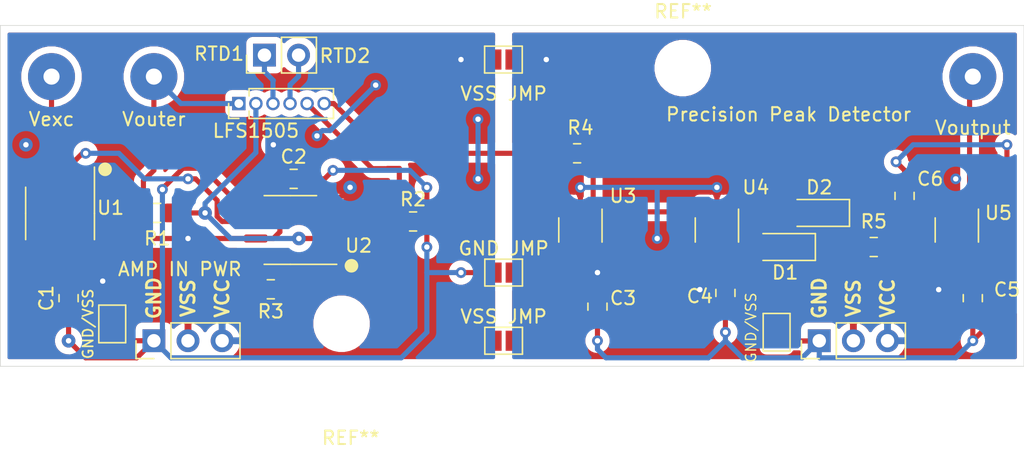
<source format=kicad_pcb>
(kicad_pcb (version 20171130) (host pcbnew "(5.1.5)-3")

  (general
    (thickness 1.6)
    (drawings 13)
    (tracks 221)
    (zones 0)
    (modules 32)
    (nets 23)
  )

  (page A4)
  (layers
    (0 F.Cu signal)
    (31 B.Cu signal)
    (32 B.Adhes user)
    (33 F.Adhes user)
    (34 B.Paste user)
    (35 F.Paste user)
    (36 B.SilkS user)
    (37 F.SilkS user)
    (38 B.Mask user)
    (39 F.Mask user)
    (40 Dwgs.User user)
    (41 Cmts.User user)
    (42 Eco1.User user)
    (43 Eco2.User user)
    (44 Edge.Cuts user)
    (45 Margin user)
    (46 B.CrtYd user)
    (47 F.CrtYd user)
    (48 B.Fab user hide)
    (49 F.Fab user hide)
  )

  (setup
    (last_trace_width 0.25)
    (user_trace_width 0.254)
    (user_trace_width 0.381)
    (user_trace_width 0.762)
    (trace_clearance 0.2)
    (zone_clearance 0.508)
    (zone_45_only no)
    (trace_min 0.2)
    (via_size 0.8)
    (via_drill 0.4)
    (via_min_size 0.4)
    (via_min_drill 0.3)
    (user_via 1.016 0.4064)
    (uvia_size 0.3)
    (uvia_drill 0.1)
    (uvias_allowed no)
    (uvia_min_size 0.2)
    (uvia_min_drill 0.1)
    (edge_width 0.05)
    (segment_width 0.2)
    (pcb_text_width 0.3)
    (pcb_text_size 1.5 1.5)
    (mod_edge_width 0.12)
    (mod_text_size 1 1)
    (mod_text_width 0.15)
    (pad_size 3.200001 3.200001)
    (pad_drill 3.200001)
    (pad_to_mask_clearance 0.051)
    (solder_mask_min_width 0.25)
    (aux_axis_origin 0 0)
    (grid_origin 101.6 50.8)
    (visible_elements 7FFFFBFF)
    (pcbplotparams
      (layerselection 0x010fc_ffffffff)
      (usegerberextensions false)
      (usegerberattributes false)
      (usegerberadvancedattributes false)
      (creategerberjobfile false)
      (excludeedgelayer true)
      (linewidth 0.100000)
      (plotframeref false)
      (viasonmask false)
      (mode 1)
      (useauxorigin false)
      (hpglpennumber 1)
      (hpglpenspeed 20)
      (hpglpendiameter 15.000000)
      (psnegative false)
      (psa4output false)
      (plotreference true)
      (plotvalue true)
      (plotinvisibletext false)
      (padsonsilk false)
      (subtractmaskfromsilk false)
      (outputformat 1)
      (mirror false)
      (drillshape 0)
      (scaleselection 1)
      (outputdirectory ""))
  )

  (net 0 "")
  (net 1 VCC)
  (net 2 GND)
  (net 3 "Net-(C6-Pad1)")
  (net 4 "Net-(D1-Pad2)")
  (net 5 "Net-(D1-Pad1)")
  (net 6 /Vouter)
  (net 7 "Net-(LFS1505-Pad2)")
  (net 8 /RTD_1)
  (net 9 /RTD_2)
  (net 10 "Net-(LFS1505-Pad5)")
  (net 11 "Net-(LFS1505-Pad6)")
  (net 12 "Net-(R3-Pad1)")
  (net 13 "Net-(R3-Pad2)")
  (net 14 "Net-(R4-Pad1)")
  (net 15 "Net-(R5-Pad1)")
  (net 16 "Net-(U1-Pad1)")
  (net 17 "Net-(U1-Pad2)")
  (net 18 /Vexc)
  (net 19 VSS)
  (net 20 "Net-(U1-Pad5)")
  (net 21 "Net-(U1-Pad8)")
  (net 22 /Voutput)

  (net_class Default "This is the default net class."
    (clearance 0.2)
    (trace_width 0.25)
    (via_dia 0.8)
    (via_drill 0.4)
    (uvia_dia 0.3)
    (uvia_drill 0.1)
    (add_net /RTD_1)
    (add_net /RTD_2)
    (add_net /Vexc)
    (add_net /Vouter)
    (add_net /Voutput)
    (add_net GND)
    (add_net "Net-(C6-Pad1)")
    (add_net "Net-(D1-Pad1)")
    (add_net "Net-(D1-Pad2)")
    (add_net "Net-(LFS1505-Pad2)")
    (add_net "Net-(LFS1505-Pad5)")
    (add_net "Net-(LFS1505-Pad6)")
    (add_net "Net-(R3-Pad1)")
    (add_net "Net-(R3-Pad2)")
    (add_net "Net-(R4-Pad1)")
    (add_net "Net-(R5-Pad1)")
    (add_net "Net-(U1-Pad1)")
    (add_net "Net-(U1-Pad2)")
    (add_net "Net-(U1-Pad5)")
    (add_net "Net-(U1-Pad8)")
    (add_net VCC)
    (add_net VSS)
  )

  (module MountingHole:MountingHole_3.2mm_M3 (layer F.Cu) (tedit 5EC2CE61) (tstamp 5EC2CD53)
    (at 152.4254 53.9496)
    (descr "Mounting Hole 3.2mm, no annular, M3")
    (tags "mounting hole 3.2mm no annular m3")
    (attr virtual)
    (fp_text reference REF** (at 0 -4.2) (layer F.SilkS)
      (effects (font (size 1 1) (thickness 0.15)))
    )
    (fp_text value MountingHole_3.2mm_M3 (at 0 4.2) (layer F.Fab)
      (effects (font (size 1 1) (thickness 0.15)))
    )
    (fp_circle (center 0 0) (end 3.45 0) (layer F.CrtYd) (width 0.05))
    (fp_circle (center 0 0) (end 3.2 0) (layer Cmts.User) (width 0.15))
    (fp_text user %R (at 0.3 0) (layer F.Fab)
      (effects (font (size 1 1) (thickness 0.15)))
    )
    (pad "" np_thru_hole circle (at -0.0254 0.0254) (size 3.200001 3.200001) (drill 3.200001) (layers *.Cu *.Mask))
  )

  (module MountingHole:MountingHole_3.2mm_M3 (layer F.Cu) (tedit 5EC2CE6D) (tstamp 5EC2CD69)
    (at 127.0254 72.9996)
    (descr "Mounting Hole 3.2mm, no annular, M3")
    (tags "mounting hole 3.2mm no annular m3")
    (attr virtual)
    (fp_text reference REF** (at 0.6604 8.5344) (layer F.SilkS)
      (effects (font (size 1 1) (thickness 0.15)))
    )
    (fp_text value MountingHole_3.2mm_M3 (at 0 4.2) (layer F.Fab)
      (effects (font (size 1 1) (thickness 0.15)))
    )
    (fp_text user %R (at 0.3 0) (layer F.Fab)
      (effects (font (size 1 1) (thickness 0.15)))
    )
    (fp_circle (center 0 0) (end 3.2 0) (layer Cmts.User) (width 0.15))
    (fp_circle (center 0 0) (end 3.45 0) (layer F.CrtYd) (width 0.05))
    (pad "" np_thru_hole circle (at -0.0254 0.0254) (size 3.200001 3.200001) (drill 3.200001) (layers *.Cu *.Mask))
  )

  (module Connector_PinHeader_2.54mm:PinHeader_1x02_P2.54mm_Vertical (layer F.Cu) (tedit 5EB97FDA) (tstamp 5EB98011)
    (at 121.2596 53.0098 90)
    (descr "Through hole straight pin header, 1x02, 2.54mm pitch, single row")
    (tags "Through hole pin header THT 1x02 2.54mm single row")
    (fp_text reference RTD1 (at 0.1016 -3.3782 180) (layer F.SilkS)
      (effects (font (size 1 1) (thickness 0.15)))
    )
    (fp_text value PinHeader_1x02_P2.54mm_Vertical (at 0 4.87 90) (layer F.Fab)
      (effects (font (size 1 1) (thickness 0.15)))
    )
    (fp_text user %R (at 0 1.27) (layer F.Fab)
      (effects (font (size 1 1) (thickness 0.15)))
    )
    (fp_line (start 1.8 -1.8) (end -1.8 -1.8) (layer F.CrtYd) (width 0.05))
    (fp_line (start 1.8 4.35) (end 1.8 -1.8) (layer F.CrtYd) (width 0.05))
    (fp_line (start -1.8 4.35) (end 1.8 4.35) (layer F.CrtYd) (width 0.05))
    (fp_line (start -1.8 -1.8) (end -1.8 4.35) (layer F.CrtYd) (width 0.05))
    (fp_line (start -1.33 -1.33) (end 0 -1.33) (layer F.SilkS) (width 0.12))
    (fp_line (start -1.33 0) (end -1.33 -1.33) (layer F.SilkS) (width 0.12))
    (fp_line (start -1.33 1.27) (end 1.33 1.27) (layer F.SilkS) (width 0.12))
    (fp_line (start 1.33 1.27) (end 1.33 3.87) (layer F.SilkS) (width 0.12))
    (fp_line (start -1.33 1.27) (end -1.33 3.87) (layer F.SilkS) (width 0.12))
    (fp_line (start -1.33 3.87) (end 1.33 3.87) (layer F.SilkS) (width 0.12))
    (fp_line (start -1.27 -0.635) (end -0.635 -1.27) (layer F.Fab) (width 0.1))
    (fp_line (start -1.27 3.81) (end -1.27 -0.635) (layer F.Fab) (width 0.1))
    (fp_line (start 1.27 3.81) (end -1.27 3.81) (layer F.Fab) (width 0.1))
    (fp_line (start 1.27 -1.27) (end 1.27 3.81) (layer F.Fab) (width 0.1))
    (fp_line (start -0.635 -1.27) (end 1.27 -1.27) (layer F.Fab) (width 0.1))
    (pad 2 thru_hole oval (at 0 2.54 90) (size 1.7 1.7) (drill 1) (layers *.Cu *.Mask)
      (net 9 /RTD_2))
    (pad 1 thru_hole rect (at 0 0 90) (size 1.7 1.7) (drill 1) (layers *.Cu *.Mask)
      (net 8 /RTD_1))
    (model ${KISYS3DMOD}/Connector_PinHeader_2.54mm.3dshapes/PinHeader_1x02_P2.54mm_Vertical.wrl
      (at (xyz 0 0 0))
      (scale (xyz 1 1 1))
      (rotate (xyz 0 0 0))
    )
  )

  (module Jumper:SolderJumper-2_P1.3mm_Open_Pad1.0x1.5mm (layer F.Cu) (tedit 5EB5EBB5) (tstamp 5EB6264D)
    (at 109.9312 73.04 90)
    (descr "SMD Solder Jumper, 1x1.5mm Pads, 0.3mm gap, open")
    (tags "solder jumper open")
    (attr virtual)
    (fp_text reference GND/VSS (at 0 -1.8 90) (layer F.SilkS)
      (effects (font (size 0.762 0.762) (thickness 0.127)))
    )
    (fp_text value SolderJumper-2_P1.3mm_Open_Pad1.0x1.5mm (at 0 1.9 90) (layer F.Fab)
      (effects (font (size 1 1) (thickness 0.15)))
    )
    (fp_line (start 1.65 1.25) (end -1.65 1.25) (layer F.CrtYd) (width 0.05))
    (fp_line (start 1.65 1.25) (end 1.65 -1.25) (layer F.CrtYd) (width 0.05))
    (fp_line (start -1.65 -1.25) (end -1.65 1.25) (layer F.CrtYd) (width 0.05))
    (fp_line (start -1.65 -1.25) (end 1.65 -1.25) (layer F.CrtYd) (width 0.05))
    (fp_line (start -1.4 -1) (end 1.4 -1) (layer F.SilkS) (width 0.12))
    (fp_line (start 1.4 -1) (end 1.4 1) (layer F.SilkS) (width 0.12))
    (fp_line (start 1.4 1) (end -1.4 1) (layer F.SilkS) (width 0.12))
    (fp_line (start -1.4 1) (end -1.4 -1) (layer F.SilkS) (width 0.12))
    (pad 1 smd rect (at -0.65 0 90) (size 1 1.5) (layers F.Cu F.Mask)
      (net 2 GND))
    (pad 2 smd rect (at 0.65 0 90) (size 1 1.5) (layers F.Cu F.Mask)
      (net 19 VSS))
  )

  (module Jumper:SolderJumper-2_P1.3mm_Open_Pad1.0x1.5mm (layer F.Cu) (tedit 5EB5EA83) (tstamp 5EB6203C)
    (at 159.385 73.66 90)
    (descr "SMD Solder Jumper, 1x1.5mm Pads, 0.3mm gap, open")
    (tags "solder jumper open")
    (attr virtual)
    (fp_text reference "GND/VSS " (at 0.635 -1.905 90) (layer F.SilkS)
      (effects (font (size 0.762 0.762) (thickness 0.1016)))
    )
    (fp_text value SolderJumper-2_P1.3mm_Open_Pad1.0x1.5mm (at 0 1.9 90) (layer F.Fab)
      (effects (font (size 1 1) (thickness 0.15)))
    )
    (fp_line (start 1.65 1.25) (end -1.65 1.25) (layer F.CrtYd) (width 0.05))
    (fp_line (start 1.65 1.25) (end 1.65 -1.25) (layer F.CrtYd) (width 0.05))
    (fp_line (start -1.65 -1.25) (end -1.65 1.25) (layer F.CrtYd) (width 0.05))
    (fp_line (start -1.65 -1.25) (end 1.65 -1.25) (layer F.CrtYd) (width 0.05))
    (fp_line (start -1.4 -1) (end 1.4 -1) (layer F.SilkS) (width 0.12))
    (fp_line (start 1.4 -1) (end 1.4 1) (layer F.SilkS) (width 0.12))
    (fp_line (start 1.4 1) (end -1.4 1) (layer F.SilkS) (width 0.12))
    (fp_line (start -1.4 1) (end -1.4 -1) (layer F.SilkS) (width 0.12))
    (pad 1 smd rect (at -0.65 0 90) (size 1 1.5) (layers F.Cu F.Mask)
      (net 2 GND))
    (pad 2 smd rect (at 0.65 0 90) (size 1 1.5) (layers F.Cu F.Mask)
      (net 19 VSS))
  )

  (module Jumper:SolderJumper-2_P1.3mm_Open_Pad1.0x1.5mm (layer F.Cu) (tedit 5EB5E42A) (tstamp 5EB618BE)
    (at 139.065 69.215)
    (descr "SMD Solder Jumper, 1x1.5mm Pads, 0.3mm gap, open")
    (tags "solder jumper open")
    (attr virtual)
    (fp_text reference "GND JMP" (at 0 -1.8) (layer F.SilkS)
      (effects (font (size 1 1) (thickness 0.15)))
    )
    (fp_text value SolderJumper-2_P1.3mm_Open_Pad1.0x1.5mm (at 0 1.9) (layer F.Fab)
      (effects (font (size 1 1) (thickness 0.15)))
    )
    (fp_line (start 1.65 1.25) (end -1.65 1.25) (layer F.CrtYd) (width 0.05))
    (fp_line (start 1.65 1.25) (end 1.65 -1.25) (layer F.CrtYd) (width 0.05))
    (fp_line (start -1.65 -1.25) (end -1.65 1.25) (layer F.CrtYd) (width 0.05))
    (fp_line (start -1.65 -1.25) (end 1.65 -1.25) (layer F.CrtYd) (width 0.05))
    (fp_line (start -1.4 -1) (end 1.4 -1) (layer F.SilkS) (width 0.12))
    (fp_line (start 1.4 -1) (end 1.4 1) (layer F.SilkS) (width 0.12))
    (fp_line (start 1.4 1) (end -1.4 1) (layer F.SilkS) (width 0.12))
    (fp_line (start -1.4 1) (end -1.4 -1) (layer F.SilkS) (width 0.12))
    (pad 1 smd rect (at -0.65 0) (size 1 1.5) (layers F.Cu F.Mask)
      (net 2 GND))
    (pad 2 smd rect (at 0.65 0) (size 1 1.5) (layers F.Cu F.Mask)
      (net 2 GND))
  )

  (module Jumper:SolderJumper-2_P1.3mm_Open_Pad1.0x1.5mm (layer F.Cu) (tedit 5EB5E2C8) (tstamp 5EB616CE)
    (at 139.05 53.34)
    (descr "SMD Solder Jumper, 1x1.5mm Pads, 0.3mm gap, open")
    (tags "solder jumper open")
    (attr virtual)
    (fp_text reference "VSS JMP" (at 0.015 2.54) (layer F.SilkS)
      (effects (font (size 1 1) (thickness 0.15)))
    )
    (fp_text value SolderJumper-2_P1.3mm_Open_Pad1.0x1.5mm (at 0 1.9) (layer F.Fab)
      (effects (font (size 1 1) (thickness 0.15)))
    )
    (fp_line (start 1.65 1.25) (end -1.65 1.25) (layer F.CrtYd) (width 0.05))
    (fp_line (start 1.65 1.25) (end 1.65 -1.25) (layer F.CrtYd) (width 0.05))
    (fp_line (start -1.65 -1.25) (end -1.65 1.25) (layer F.CrtYd) (width 0.05))
    (fp_line (start -1.65 -1.25) (end 1.65 -1.25) (layer F.CrtYd) (width 0.05))
    (fp_line (start -1.4 -1) (end 1.4 -1) (layer F.SilkS) (width 0.12))
    (fp_line (start 1.4 -1) (end 1.4 1) (layer F.SilkS) (width 0.12))
    (fp_line (start 1.4 1) (end -1.4 1) (layer F.SilkS) (width 0.12))
    (fp_line (start -1.4 1) (end -1.4 -1) (layer F.SilkS) (width 0.12))
    (pad 1 smd rect (at -0.65 0) (size 1 1.5) (layers F.Cu F.Mask)
      (net 1 VCC))
    (pad 2 smd rect (at 0.65 0) (size 1 1.5) (layers F.Cu F.Mask)
      (net 1 VCC))
  )

  (module Jumper:SolderJumper-2_P1.3mm_Open_Pad1.0x1.5mm (layer F.Cu) (tedit 5EB5E262) (tstamp 5EB6155F)
    (at 139.065 74.295)
    (descr "SMD Solder Jumper, 1x1.5mm Pads, 0.3mm gap, open")
    (tags "solder jumper open")
    (attr virtual)
    (fp_text reference "VSS JMP" (at 0 -1.8) (layer F.SilkS)
      (effects (font (size 1 1) (thickness 0.15)))
    )
    (fp_text value SolderJumper-2_P1.3mm_Open_Pad1.0x1.5mm (at 0 1.9) (layer F.Fab)
      (effects (font (size 1 1) (thickness 0.15)))
    )
    (fp_line (start 1.65 1.25) (end -1.65 1.25) (layer F.CrtYd) (width 0.05))
    (fp_line (start 1.65 1.25) (end 1.65 -1.25) (layer F.CrtYd) (width 0.05))
    (fp_line (start -1.65 -1.25) (end -1.65 1.25) (layer F.CrtYd) (width 0.05))
    (fp_line (start -1.65 -1.25) (end 1.65 -1.25) (layer F.CrtYd) (width 0.05))
    (fp_line (start -1.4 -1) (end 1.4 -1) (layer F.SilkS) (width 0.12))
    (fp_line (start 1.4 -1) (end 1.4 1) (layer F.SilkS) (width 0.12))
    (fp_line (start 1.4 1) (end -1.4 1) (layer F.SilkS) (width 0.12))
    (fp_line (start -1.4 1) (end -1.4 -1) (layer F.SilkS) (width 0.12))
    (pad 1 smd rect (at -0.65 0) (size 1 1.5) (layers F.Cu F.Mask)
      (net 19 VSS))
    (pad 2 smd rect (at 0.65 0) (size 1 1.5) (layers F.Cu F.Mask)
      (net 19 VSS))
  )

  (module Connector_PinHeader_2.54mm:PinHeader_1x03_P2.54mm_Vertical (layer F.Cu) (tedit 5EB5DD26) (tstamp 5EB6141E)
    (at 113.03 74.295 90)
    (descr "Through hole straight pin header, 1x03, 2.54mm pitch, single row")
    (tags "Through hole pin header THT 1x03 2.54mm single row")
    (fp_text reference "AMP IN PWR" (at 5.334 1.9304 180) (layer F.SilkS)
      (effects (font (size 1 1) (thickness 0.15)))
    )
    (fp_text value PinHeader_1x03_P2.54mm_Vertical (at 0 4.87 90) (layer F.Fab)
      (effects (font (size 1 1) (thickness 0.15)))
    )
    (fp_line (start -0.635 -1.27) (end 1.27 -1.27) (layer F.Fab) (width 0.1))
    (fp_line (start 1.27 -1.27) (end 1.27 6.35) (layer F.Fab) (width 0.1))
    (fp_line (start 1.27 6.35) (end -1.27 6.35) (layer F.Fab) (width 0.1))
    (fp_line (start -1.27 6.35) (end -1.27 -0.635) (layer F.Fab) (width 0.1))
    (fp_line (start -1.27 -0.635) (end -0.635 -1.27) (layer F.Fab) (width 0.1))
    (fp_line (start -1.33 6.41) (end 1.33 6.41) (layer F.SilkS) (width 0.12))
    (fp_line (start -1.33 1.27) (end -1.33 6.41) (layer F.SilkS) (width 0.12))
    (fp_line (start 1.33 1.27) (end 1.33 6.41) (layer F.SilkS) (width 0.12))
    (fp_line (start -1.33 1.27) (end 1.33 1.27) (layer F.SilkS) (width 0.12))
    (fp_line (start -1.33 0) (end -1.33 -1.33) (layer F.SilkS) (width 0.12))
    (fp_line (start -1.33 -1.33) (end 0 -1.33) (layer F.SilkS) (width 0.12))
    (fp_line (start -1.8 -1.8) (end -1.8 6.85) (layer F.CrtYd) (width 0.05))
    (fp_line (start -1.8 6.85) (end 1.8 6.85) (layer F.CrtYd) (width 0.05))
    (fp_line (start 1.8 6.85) (end 1.8 -1.8) (layer F.CrtYd) (width 0.05))
    (fp_line (start 1.8 -1.8) (end -1.8 -1.8) (layer F.CrtYd) (width 0.05))
    (fp_text user %R (at 0 1.27) (layer F.Fab)
      (effects (font (size 1 1) (thickness 0.15)))
    )
    (pad 1 thru_hole rect (at 0 0 90) (size 1.7 1.7) (drill 1) (layers *.Cu *.Mask)
      (net 2 GND))
    (pad 2 thru_hole oval (at 0 2.54 90) (size 1.7 1.7) (drill 1) (layers *.Cu *.Mask)
      (net 19 VSS))
    (pad 3 thru_hole oval (at 0 5.08 90) (size 1.7 1.7) (drill 1) (layers *.Cu *.Mask)
      (net 1 VCC))
    (model ${KISYS3DMOD}/Connector_PinHeader_2.54mm.3dshapes/PinHeader_1x03_P2.54mm_Vertical.wrl
      (at (xyz 0 0 0))
      (scale (xyz 1 1 1))
      (rotate (xyz 0 0 0))
    )
  )

  (module Connector_PinHeader_2.54mm:PinHeader_1x03_P2.54mm_Vertical (layer F.Cu) (tedit 5EB5DBF2) (tstamp 5EC2D2F6)
    (at 162.56 74.295 90)
    (descr "Through hole straight pin header, 1x03, 2.54mm pitch, single row")
    (tags "Through hole pin header THT 1x03 2.54mm single row")
    (fp_text reference "Precision Peak Detector" (at 16.8656 -2.286 180) (layer F.SilkS)
      (effects (font (size 1 1) (thickness 0.15)))
    )
    (fp_text value PinHeader_1x03_P2.54mm_Vertical (at 0 4.87 90) (layer F.Fab)
      (effects (font (size 1 1) (thickness 0.15)))
    )
    (fp_text user %R (at 0 1.27) (layer F.Fab)
      (effects (font (size 1 1) (thickness 0.15)))
    )
    (fp_line (start 1.8 -1.8) (end -1.8 -1.8) (layer F.CrtYd) (width 0.05))
    (fp_line (start 1.8 6.85) (end 1.8 -1.8) (layer F.CrtYd) (width 0.05))
    (fp_line (start -1.8 6.85) (end 1.8 6.85) (layer F.CrtYd) (width 0.05))
    (fp_line (start -1.8 -1.8) (end -1.8 6.85) (layer F.CrtYd) (width 0.05))
    (fp_line (start -1.33 -1.33) (end 0 -1.33) (layer F.SilkS) (width 0.12))
    (fp_line (start -1.33 0) (end -1.33 -1.33) (layer F.SilkS) (width 0.12))
    (fp_line (start -1.33 1.27) (end 1.33 1.27) (layer F.SilkS) (width 0.12))
    (fp_line (start 1.33 1.27) (end 1.33 6.41) (layer F.SilkS) (width 0.12))
    (fp_line (start -1.33 1.27) (end -1.33 6.41) (layer F.SilkS) (width 0.12))
    (fp_line (start -1.33 6.41) (end 1.33 6.41) (layer F.SilkS) (width 0.12))
    (fp_line (start -1.27 -0.635) (end -0.635 -1.27) (layer F.Fab) (width 0.1))
    (fp_line (start -1.27 6.35) (end -1.27 -0.635) (layer F.Fab) (width 0.1))
    (fp_line (start 1.27 6.35) (end -1.27 6.35) (layer F.Fab) (width 0.1))
    (fp_line (start 1.27 -1.27) (end 1.27 6.35) (layer F.Fab) (width 0.1))
    (fp_line (start -0.635 -1.27) (end 1.27 -1.27) (layer F.Fab) (width 0.1))
    (pad 3 thru_hole oval (at 0 5.08 90) (size 1.7 1.7) (drill 1) (layers *.Cu *.Mask)
      (net 1 VCC))
    (pad 2 thru_hole oval (at 0 2.54 90) (size 1.7 1.7) (drill 1) (layers *.Cu *.Mask)
      (net 19 VSS))
    (pad 1 thru_hole rect (at 0 0 90) (size 1.7 1.7) (drill 1) (layers *.Cu *.Mask)
      (net 2 GND))
    (model ${KISYS3DMOD}/Connector_PinHeader_2.54mm.3dshapes/PinHeader_1x03_P2.54mm_Vertical.wrl
      (at (xyz 0 0 0))
      (scale (xyz 1 1 1))
      (rotate (xyz 0 0 0))
    )
  )

  (module Diode_SMD:D_SOD-123 (layer F.Cu) (tedit 58645DC7) (tstamp 5EB5E6AC)
    (at 160.02 67.31 180)
    (descr SOD-123)
    (tags SOD-123)
    (path /5E900B97)
    (attr smd)
    (fp_text reference D1 (at 0 -1.905) (layer F.SilkS)
      (effects (font (size 1 1) (thickness 0.15)))
    )
    (fp_text value 1N4148 (at 0 2.1) (layer F.Fab)
      (effects (font (size 1 1) (thickness 0.15)))
    )
    (fp_line (start -2.25 -1) (end 1.65 -1) (layer F.SilkS) (width 0.12))
    (fp_line (start -2.25 1) (end 1.65 1) (layer F.SilkS) (width 0.12))
    (fp_line (start -2.35 -1.15) (end -2.35 1.15) (layer F.CrtYd) (width 0.05))
    (fp_line (start 2.35 1.15) (end -2.35 1.15) (layer F.CrtYd) (width 0.05))
    (fp_line (start 2.35 -1.15) (end 2.35 1.15) (layer F.CrtYd) (width 0.05))
    (fp_line (start -2.35 -1.15) (end 2.35 -1.15) (layer F.CrtYd) (width 0.05))
    (fp_line (start -1.4 -0.9) (end 1.4 -0.9) (layer F.Fab) (width 0.1))
    (fp_line (start 1.4 -0.9) (end 1.4 0.9) (layer F.Fab) (width 0.1))
    (fp_line (start 1.4 0.9) (end -1.4 0.9) (layer F.Fab) (width 0.1))
    (fp_line (start -1.4 0.9) (end -1.4 -0.9) (layer F.Fab) (width 0.1))
    (fp_line (start -0.75 0) (end -0.35 0) (layer F.Fab) (width 0.1))
    (fp_line (start -0.35 0) (end -0.35 -0.55) (layer F.Fab) (width 0.1))
    (fp_line (start -0.35 0) (end -0.35 0.55) (layer F.Fab) (width 0.1))
    (fp_line (start -0.35 0) (end 0.25 -0.4) (layer F.Fab) (width 0.1))
    (fp_line (start 0.25 -0.4) (end 0.25 0.4) (layer F.Fab) (width 0.1))
    (fp_line (start 0.25 0.4) (end -0.35 0) (layer F.Fab) (width 0.1))
    (fp_line (start 0.25 0) (end 0.75 0) (layer F.Fab) (width 0.1))
    (fp_line (start -2.25 -1) (end -2.25 1) (layer F.SilkS) (width 0.12))
    (fp_text user %R (at 0 -2) (layer F.Fab)
      (effects (font (size 1 1) (thickness 0.15)))
    )
    (pad 2 smd rect (at 1.65 0 180) (size 0.9 1.2) (layers F.Cu F.Paste F.Mask)
      (net 4 "Net-(D1-Pad2)"))
    (pad 1 smd rect (at -1.65 0 180) (size 0.9 1.2) (layers F.Cu F.Paste F.Mask)
      (net 5 "Net-(D1-Pad1)"))
    (model ${KISYS3DMOD}/Diode_SMD.3dshapes/D_SOD-123.wrl
      (at (xyz 0 0 0))
      (scale (xyz 1 1 1))
      (rotate (xyz 0 0 0))
    )
  )

  (module Connector_PinHeader_1.27mm:PinHeader_1x06_P1.27mm_Vertical (layer F.Cu) (tedit 59FED6E3) (tstamp 5EB984FF)
    (at 119.3546 56.6166 90)
    (descr "Through hole straight pin header, 1x06, 1.27mm pitch, single row")
    (tags "Through hole pin header THT 1x06 1.27mm single row")
    (path /5E93A510)
    (fp_text reference LFS1505 (at -2.032 1.27 180) (layer F.SilkS)
      (effects (font (size 1 1) (thickness 0.15)))
    )
    (fp_text value Conn_01x06 (at 0 8.045 90) (layer F.Fab)
      (effects (font (size 1 1) (thickness 0.15)))
    )
    (fp_line (start -0.525 -0.635) (end 1.05 -0.635) (layer F.Fab) (width 0.1))
    (fp_line (start 1.05 -0.635) (end 1.05 6.985) (layer F.Fab) (width 0.1))
    (fp_line (start 1.05 6.985) (end -1.05 6.985) (layer F.Fab) (width 0.1))
    (fp_line (start -1.05 6.985) (end -1.05 -0.11) (layer F.Fab) (width 0.1))
    (fp_line (start -1.05 -0.11) (end -0.525 -0.635) (layer F.Fab) (width 0.1))
    (fp_line (start -1.11 7.045) (end -0.30753 7.045) (layer F.SilkS) (width 0.12))
    (fp_line (start 0.30753 7.045) (end 1.11 7.045) (layer F.SilkS) (width 0.12))
    (fp_line (start -1.11 0.76) (end -1.11 7.045) (layer F.SilkS) (width 0.12))
    (fp_line (start 1.11 0.76) (end 1.11 7.045) (layer F.SilkS) (width 0.12))
    (fp_line (start -1.11 0.76) (end -0.563471 0.76) (layer F.SilkS) (width 0.12))
    (fp_line (start 0.563471 0.76) (end 1.11 0.76) (layer F.SilkS) (width 0.12))
    (fp_line (start -1.11 0) (end -1.11 -0.76) (layer F.SilkS) (width 0.12))
    (fp_line (start -1.11 -0.76) (end 0 -0.76) (layer F.SilkS) (width 0.12))
    (fp_line (start -1.55 -1.15) (end -1.55 7.5) (layer F.CrtYd) (width 0.05))
    (fp_line (start -1.55 7.5) (end 1.55 7.5) (layer F.CrtYd) (width 0.05))
    (fp_line (start 1.55 7.5) (end 1.55 -1.15) (layer F.CrtYd) (width 0.05))
    (fp_line (start 1.55 -1.15) (end -1.55 -1.15) (layer F.CrtYd) (width 0.05))
    (fp_text user %R (at 0 -3.715001 270) (layer F.Fab)
      (effects (font (size 1 1) (thickness 0.15)))
    )
    (pad 1 thru_hole rect (at 0 0 90) (size 1 1) (drill 0.65) (layers *.Cu *.Mask)
      (net 6 /Vouter))
    (pad 2 thru_hole oval (at 0 1.27 90) (size 1 1) (drill 0.65) (layers *.Cu *.Mask)
      (net 7 "Net-(LFS1505-Pad2)"))
    (pad 3 thru_hole oval (at 0 2.54 90) (size 1 1) (drill 0.65) (layers *.Cu *.Mask)
      (net 8 /RTD_1))
    (pad 4 thru_hole oval (at 0 3.81 90) (size 1 1) (drill 0.65) (layers *.Cu *.Mask)
      (net 9 /RTD_2))
    (pad 5 thru_hole oval (at 0 5.08 90) (size 1 1) (drill 0.65) (layers *.Cu *.Mask)
      (net 10 "Net-(LFS1505-Pad5)"))
    (pad 6 thru_hole oval (at 0 6.35 90) (size 1 1) (drill 0.65) (layers *.Cu *.Mask)
      (net 11 "Net-(LFS1505-Pad6)"))
    (model ${KISYS3DMOD}/Connector_PinHeader_1.27mm.3dshapes/PinHeader_1x06_P1.27mm_Vertical.wrl
      (at (xyz 0 0 0))
      (scale (xyz 1 1 1))
      (rotate (xyz 0 0 0))
    )
  )

  (module Capacitor_SMD:C_0805_2012Metric_Pad1.15x1.40mm_HandSolder (layer F.Cu) (tedit 5B36C52B) (tstamp 5EB5E63E)
    (at 106.68 71.12 90)
    (descr "Capacitor SMD 0805 (2012 Metric), square (rectangular) end terminal, IPC_7351 nominal with elongated pad for handsoldering. (Body size source: https://docs.google.com/spreadsheets/d/1BsfQQcO9C6DZCsRaXUlFlo91Tg2WpOkGARC1WS5S8t0/edit?usp=sharing), generated with kicad-footprint-generator")
    (tags "capacitor handsolder")
    (path /5E963EC5)
    (attr smd)
    (fp_text reference C1 (at 0 -1.65 90) (layer F.SilkS)
      (effects (font (size 1 1) (thickness 0.15)))
    )
    (fp_text value 0.1uF (at 0 1.65 90) (layer F.Fab)
      (effects (font (size 1 1) (thickness 0.15)))
    )
    (fp_text user %R (at 0 0 90) (layer F.Fab)
      (effects (font (size 0.5 0.5) (thickness 0.08)))
    )
    (fp_line (start 1.85 0.95) (end -1.85 0.95) (layer F.CrtYd) (width 0.05))
    (fp_line (start 1.85 -0.95) (end 1.85 0.95) (layer F.CrtYd) (width 0.05))
    (fp_line (start -1.85 -0.95) (end 1.85 -0.95) (layer F.CrtYd) (width 0.05))
    (fp_line (start -1.85 0.95) (end -1.85 -0.95) (layer F.CrtYd) (width 0.05))
    (fp_line (start -0.261252 0.71) (end 0.261252 0.71) (layer F.SilkS) (width 0.12))
    (fp_line (start -0.261252 -0.71) (end 0.261252 -0.71) (layer F.SilkS) (width 0.12))
    (fp_line (start 1 0.6) (end -1 0.6) (layer F.Fab) (width 0.1))
    (fp_line (start 1 -0.6) (end 1 0.6) (layer F.Fab) (width 0.1))
    (fp_line (start -1 -0.6) (end 1 -0.6) (layer F.Fab) (width 0.1))
    (fp_line (start -1 0.6) (end -1 -0.6) (layer F.Fab) (width 0.1))
    (pad 2 smd roundrect (at 1.025 0 90) (size 1.15 1.4) (layers F.Cu F.Paste F.Mask) (roundrect_rratio 0.217391)
      (net 1 VCC))
    (pad 1 smd roundrect (at -1.025 0 90) (size 1.15 1.4) (layers F.Cu F.Paste F.Mask) (roundrect_rratio 0.217391)
      (net 2 GND))
    (model ${KISYS3DMOD}/Capacitor_SMD.3dshapes/C_0805_2012Metric.wrl
      (at (xyz 0 0 0))
      (scale (xyz 1 1 1))
      (rotate (xyz 0 0 0))
    )
  )

  (module Capacitor_SMD:C_0805_2012Metric_Pad1.15x1.40mm_HandSolder (layer F.Cu) (tedit 5B36C52B) (tstamp 5EB5E64F)
    (at 123.435 62.23)
    (descr "Capacitor SMD 0805 (2012 Metric), square (rectangular) end terminal, IPC_7351 nominal with elongated pad for handsoldering. (Body size source: https://docs.google.com/spreadsheets/d/1BsfQQcO9C6DZCsRaXUlFlo91Tg2WpOkGARC1WS5S8t0/edit?usp=sharing), generated with kicad-footprint-generator")
    (tags "capacitor handsolder")
    (path /5E9635F7)
    (attr smd)
    (fp_text reference C2 (at 0 -1.65) (layer F.SilkS)
      (effects (font (size 1 1) (thickness 0.15)))
    )
    (fp_text value 0.1uF (at 0 1.65) (layer F.Fab)
      (effects (font (size 1 1) (thickness 0.15)))
    )
    (fp_line (start -1 0.6) (end -1 -0.6) (layer F.Fab) (width 0.1))
    (fp_line (start -1 -0.6) (end 1 -0.6) (layer F.Fab) (width 0.1))
    (fp_line (start 1 -0.6) (end 1 0.6) (layer F.Fab) (width 0.1))
    (fp_line (start 1 0.6) (end -1 0.6) (layer F.Fab) (width 0.1))
    (fp_line (start -0.261252 -0.71) (end 0.261252 -0.71) (layer F.SilkS) (width 0.12))
    (fp_line (start -0.261252 0.71) (end 0.261252 0.71) (layer F.SilkS) (width 0.12))
    (fp_line (start -1.85 0.95) (end -1.85 -0.95) (layer F.CrtYd) (width 0.05))
    (fp_line (start -1.85 -0.95) (end 1.85 -0.95) (layer F.CrtYd) (width 0.05))
    (fp_line (start 1.85 -0.95) (end 1.85 0.95) (layer F.CrtYd) (width 0.05))
    (fp_line (start 1.85 0.95) (end -1.85 0.95) (layer F.CrtYd) (width 0.05))
    (fp_text user %R (at 0 0) (layer F.Fab)
      (effects (font (size 0.5 0.5) (thickness 0.08)))
    )
    (pad 1 smd roundrect (at -1.025 0) (size 1.15 1.4) (layers F.Cu F.Paste F.Mask) (roundrect_rratio 0.217391)
      (net 1 VCC))
    (pad 2 smd roundrect (at 1.025 0) (size 1.15 1.4) (layers F.Cu F.Paste F.Mask) (roundrect_rratio 0.217391)
      (net 2 GND))
    (model ${KISYS3DMOD}/Capacitor_SMD.3dshapes/C_0805_2012Metric.wrl
      (at (xyz 0 0 0))
      (scale (xyz 1 1 1))
      (rotate (xyz 0 0 0))
    )
  )

  (module Capacitor_SMD:C_0805_2012Metric_Pad1.15x1.40mm_HandSolder (layer F.Cu) (tedit 5B36C52B) (tstamp 5EB5E660)
    (at 146.05 71.755 90)
    (descr "Capacitor SMD 0805 (2012 Metric), square (rectangular) end terminal, IPC_7351 nominal with elongated pad for handsoldering. (Body size source: https://docs.google.com/spreadsheets/d/1BsfQQcO9C6DZCsRaXUlFlo91Tg2WpOkGARC1WS5S8t0/edit?usp=sharing), generated with kicad-footprint-generator")
    (tags "capacitor handsolder")
    (path /5E970450)
    (attr smd)
    (fp_text reference C3 (at 0.635 1.905 180) (layer F.SilkS)
      (effects (font (size 1 1) (thickness 0.15)))
    )
    (fp_text value 0.1uF (at 0 1.65 90) (layer F.Fab)
      (effects (font (size 1 1) (thickness 0.15)))
    )
    (fp_line (start -1 0.6) (end -1 -0.6) (layer F.Fab) (width 0.1))
    (fp_line (start -1 -0.6) (end 1 -0.6) (layer F.Fab) (width 0.1))
    (fp_line (start 1 -0.6) (end 1 0.6) (layer F.Fab) (width 0.1))
    (fp_line (start 1 0.6) (end -1 0.6) (layer F.Fab) (width 0.1))
    (fp_line (start -0.261252 -0.71) (end 0.261252 -0.71) (layer F.SilkS) (width 0.12))
    (fp_line (start -0.261252 0.71) (end 0.261252 0.71) (layer F.SilkS) (width 0.12))
    (fp_line (start -1.85 0.95) (end -1.85 -0.95) (layer F.CrtYd) (width 0.05))
    (fp_line (start -1.85 -0.95) (end 1.85 -0.95) (layer F.CrtYd) (width 0.05))
    (fp_line (start 1.85 -0.95) (end 1.85 0.95) (layer F.CrtYd) (width 0.05))
    (fp_line (start 1.85 0.95) (end -1.85 0.95) (layer F.CrtYd) (width 0.05))
    (fp_text user %R (at 0 0 90) (layer F.Fab)
      (effects (font (size 0.5 0.5) (thickness 0.08)))
    )
    (pad 1 smd roundrect (at -1.025 0 90) (size 1.15 1.4) (layers F.Cu F.Paste F.Mask) (roundrect_rratio 0.217391)
      (net 2 GND))
    (pad 2 smd roundrect (at 1.025 0 90) (size 1.15 1.4) (layers F.Cu F.Paste F.Mask) (roundrect_rratio 0.217391)
      (net 1 VCC))
    (model ${KISYS3DMOD}/Capacitor_SMD.3dshapes/C_0805_2012Metric.wrl
      (at (xyz 0 0 0))
      (scale (xyz 1 1 1))
      (rotate (xyz 0 0 0))
    )
  )

  (module Capacitor_SMD:C_0805_2012Metric_Pad1.15x1.40mm_HandSolder (layer F.Cu) (tedit 5B36C52B) (tstamp 5EB5E671)
    (at 155.575 70.73 270)
    (descr "Capacitor SMD 0805 (2012 Metric), square (rectangular) end terminal, IPC_7351 nominal with elongated pad for handsoldering. (Body size source: https://docs.google.com/spreadsheets/d/1BsfQQcO9C6DZCsRaXUlFlo91Tg2WpOkGARC1WS5S8t0/edit?usp=sharing), generated with kicad-footprint-generator")
    (tags "capacitor handsolder")
    (path /5E970BDB)
    (attr smd)
    (fp_text reference C4 (at 0.245 1.905) (layer F.SilkS)
      (effects (font (size 1 1) (thickness 0.15)))
    )
    (fp_text value 0.1uF (at 0 1.65 90) (layer F.Fab)
      (effects (font (size 1 1) (thickness 0.15)))
    )
    (fp_text user %R (at 0 0 90) (layer F.Fab)
      (effects (font (size 0.5 0.5) (thickness 0.08)))
    )
    (fp_line (start 1.85 0.95) (end -1.85 0.95) (layer F.CrtYd) (width 0.05))
    (fp_line (start 1.85 -0.95) (end 1.85 0.95) (layer F.CrtYd) (width 0.05))
    (fp_line (start -1.85 -0.95) (end 1.85 -0.95) (layer F.CrtYd) (width 0.05))
    (fp_line (start -1.85 0.95) (end -1.85 -0.95) (layer F.CrtYd) (width 0.05))
    (fp_line (start -0.261252 0.71) (end 0.261252 0.71) (layer F.SilkS) (width 0.12))
    (fp_line (start -0.261252 -0.71) (end 0.261252 -0.71) (layer F.SilkS) (width 0.12))
    (fp_line (start 1 0.6) (end -1 0.6) (layer F.Fab) (width 0.1))
    (fp_line (start 1 -0.6) (end 1 0.6) (layer F.Fab) (width 0.1))
    (fp_line (start -1 -0.6) (end 1 -0.6) (layer F.Fab) (width 0.1))
    (fp_line (start -1 0.6) (end -1 -0.6) (layer F.Fab) (width 0.1))
    (pad 2 smd roundrect (at 1.025 0 270) (size 1.15 1.4) (layers F.Cu F.Paste F.Mask) (roundrect_rratio 0.217391)
      (net 2 GND))
    (pad 1 smd roundrect (at -1.025 0 270) (size 1.15 1.4) (layers F.Cu F.Paste F.Mask) (roundrect_rratio 0.217391)
      (net 1 VCC))
    (model ${KISYS3DMOD}/Capacitor_SMD.3dshapes/C_0805_2012Metric.wrl
      (at (xyz 0 0 0))
      (scale (xyz 1 1 1))
      (rotate (xyz 0 0 0))
    )
  )

  (module Capacitor_SMD:C_0805_2012Metric_Pad1.15x1.40mm_HandSolder (layer F.Cu) (tedit 5B36C52B) (tstamp 5EB5E682)
    (at 173.99 71.12 90)
    (descr "Capacitor SMD 0805 (2012 Metric), square (rectangular) end terminal, IPC_7351 nominal with elongated pad for handsoldering. (Body size source: https://docs.google.com/spreadsheets/d/1BsfQQcO9C6DZCsRaXUlFlo91Tg2WpOkGARC1WS5S8t0/edit?usp=sharing), generated with kicad-footprint-generator")
    (tags "capacitor handsolder")
    (path /5E971168)
    (attr smd)
    (fp_text reference C5 (at 0.635 2.54) (layer F.SilkS)
      (effects (font (size 1 1) (thickness 0.15)))
    )
    (fp_text value 0.1uF (at 0 1.65 90) (layer F.Fab)
      (effects (font (size 1 1) (thickness 0.15)))
    )
    (fp_line (start -1 0.6) (end -1 -0.6) (layer F.Fab) (width 0.1))
    (fp_line (start -1 -0.6) (end 1 -0.6) (layer F.Fab) (width 0.1))
    (fp_line (start 1 -0.6) (end 1 0.6) (layer F.Fab) (width 0.1))
    (fp_line (start 1 0.6) (end -1 0.6) (layer F.Fab) (width 0.1))
    (fp_line (start -0.261252 -0.71) (end 0.261252 -0.71) (layer F.SilkS) (width 0.12))
    (fp_line (start -0.261252 0.71) (end 0.261252 0.71) (layer F.SilkS) (width 0.12))
    (fp_line (start -1.85 0.95) (end -1.85 -0.95) (layer F.CrtYd) (width 0.05))
    (fp_line (start -1.85 -0.95) (end 1.85 -0.95) (layer F.CrtYd) (width 0.05))
    (fp_line (start 1.85 -0.95) (end 1.85 0.95) (layer F.CrtYd) (width 0.05))
    (fp_line (start 1.85 0.95) (end -1.85 0.95) (layer F.CrtYd) (width 0.05))
    (fp_text user %R (at 0 0 90) (layer F.Fab)
      (effects (font (size 0.5 0.5) (thickness 0.08)))
    )
    (pad 1 smd roundrect (at -1.025 0 90) (size 1.15 1.4) (layers F.Cu F.Paste F.Mask) (roundrect_rratio 0.217391)
      (net 2 GND))
    (pad 2 smd roundrect (at 1.025 0 90) (size 1.15 1.4) (layers F.Cu F.Paste F.Mask) (roundrect_rratio 0.217391)
      (net 1 VCC))
    (model ${KISYS3DMOD}/Capacitor_SMD.3dshapes/C_0805_2012Metric.wrl
      (at (xyz 0 0 0))
      (scale (xyz 1 1 1))
      (rotate (xyz 0 0 0))
    )
  )

  (module Capacitor_SMD:C_0805_2012Metric_Pad1.15x1.40mm_HandSolder (layer F.Cu) (tedit 5B36C52B) (tstamp 5EB5E693)
    (at 168.91 63.5 90)
    (descr "Capacitor SMD 0805 (2012 Metric), square (rectangular) end terminal, IPC_7351 nominal with elongated pad for handsoldering. (Body size source: https://docs.google.com/spreadsheets/d/1BsfQQcO9C6DZCsRaXUlFlo91Tg2WpOkGARC1WS5S8t0/edit?usp=sharing), generated with kicad-footprint-generator")
    (tags "capacitor handsolder")
    (path /5E900166)
    (attr smd)
    (fp_text reference C6 (at 1.27 1.905 180) (layer F.SilkS)
      (effects (font (size 1 1) (thickness 0.15)))
    )
    (fp_text value 47pF (at 0 1.65 90) (layer F.Fab)
      (effects (font (size 1 1) (thickness 0.15)))
    )
    (fp_text user %R (at 0 0 90) (layer F.Fab)
      (effects (font (size 0.5 0.5) (thickness 0.08)))
    )
    (fp_line (start 1.85 0.95) (end -1.85 0.95) (layer F.CrtYd) (width 0.05))
    (fp_line (start 1.85 -0.95) (end 1.85 0.95) (layer F.CrtYd) (width 0.05))
    (fp_line (start -1.85 -0.95) (end 1.85 -0.95) (layer F.CrtYd) (width 0.05))
    (fp_line (start -1.85 0.95) (end -1.85 -0.95) (layer F.CrtYd) (width 0.05))
    (fp_line (start -0.261252 0.71) (end 0.261252 0.71) (layer F.SilkS) (width 0.12))
    (fp_line (start -0.261252 -0.71) (end 0.261252 -0.71) (layer F.SilkS) (width 0.12))
    (fp_line (start 1 0.6) (end -1 0.6) (layer F.Fab) (width 0.1))
    (fp_line (start 1 -0.6) (end 1 0.6) (layer F.Fab) (width 0.1))
    (fp_line (start -1 -0.6) (end 1 -0.6) (layer F.Fab) (width 0.1))
    (fp_line (start -1 0.6) (end -1 -0.6) (layer F.Fab) (width 0.1))
    (pad 2 smd roundrect (at 1.025 0 90) (size 1.15 1.4) (layers F.Cu F.Paste F.Mask) (roundrect_rratio 0.217391)
      (net 2 GND))
    (pad 1 smd roundrect (at -1.025 0 90) (size 1.15 1.4) (layers F.Cu F.Paste F.Mask) (roundrect_rratio 0.217391)
      (net 3 "Net-(C6-Pad1)"))
    (model ${KISYS3DMOD}/Capacitor_SMD.3dshapes/C_0805_2012Metric.wrl
      (at (xyz 0 0 0))
      (scale (xyz 1 1 1))
      (rotate (xyz 0 0 0))
    )
  )

  (module Diode_SMD:D_SOD-123 (layer F.Cu) (tedit 58645DC7) (tstamp 5EB5E6C5)
    (at 162.56 64.77 180)
    (descr SOD-123)
    (tags SOD-123)
    (path /5E90159C)
    (attr smd)
    (fp_text reference D2 (at 0 1.905) (layer F.SilkS)
      (effects (font (size 1 1) (thickness 0.15)))
    )
    (fp_text value 1N4148 (at 0 2.1) (layer F.Fab)
      (effects (font (size 1 1) (thickness 0.15)))
    )
    (fp_text user %R (at 0 -2) (layer F.Fab)
      (effects (font (size 1 1) (thickness 0.15)))
    )
    (fp_line (start -2.25 -1) (end -2.25 1) (layer F.SilkS) (width 0.12))
    (fp_line (start 0.25 0) (end 0.75 0) (layer F.Fab) (width 0.1))
    (fp_line (start 0.25 0.4) (end -0.35 0) (layer F.Fab) (width 0.1))
    (fp_line (start 0.25 -0.4) (end 0.25 0.4) (layer F.Fab) (width 0.1))
    (fp_line (start -0.35 0) (end 0.25 -0.4) (layer F.Fab) (width 0.1))
    (fp_line (start -0.35 0) (end -0.35 0.55) (layer F.Fab) (width 0.1))
    (fp_line (start -0.35 0) (end -0.35 -0.55) (layer F.Fab) (width 0.1))
    (fp_line (start -0.75 0) (end -0.35 0) (layer F.Fab) (width 0.1))
    (fp_line (start -1.4 0.9) (end -1.4 -0.9) (layer F.Fab) (width 0.1))
    (fp_line (start 1.4 0.9) (end -1.4 0.9) (layer F.Fab) (width 0.1))
    (fp_line (start 1.4 -0.9) (end 1.4 0.9) (layer F.Fab) (width 0.1))
    (fp_line (start -1.4 -0.9) (end 1.4 -0.9) (layer F.Fab) (width 0.1))
    (fp_line (start -2.35 -1.15) (end 2.35 -1.15) (layer F.CrtYd) (width 0.05))
    (fp_line (start 2.35 -1.15) (end 2.35 1.15) (layer F.CrtYd) (width 0.05))
    (fp_line (start 2.35 1.15) (end -2.35 1.15) (layer F.CrtYd) (width 0.05))
    (fp_line (start -2.35 -1.15) (end -2.35 1.15) (layer F.CrtYd) (width 0.05))
    (fp_line (start -2.25 1) (end 1.65 1) (layer F.SilkS) (width 0.12))
    (fp_line (start -2.25 -1) (end 1.65 -1) (layer F.SilkS) (width 0.12))
    (pad 1 smd rect (at -1.65 0 180) (size 0.9 1.2) (layers F.Cu F.Paste F.Mask)
      (net 3 "Net-(C6-Pad1)"))
    (pad 2 smd rect (at 1.65 0 180) (size 0.9 1.2) (layers F.Cu F.Paste F.Mask)
      (net 5 "Net-(D1-Pad1)"))
    (model ${KISYS3DMOD}/Diode_SMD.3dshapes/D_SOD-123.wrl
      (at (xyz 0 0 0))
      (scale (xyz 1 1 1))
      (rotate (xyz 0 0 0))
    )
  )

  (module Resistor_SMD:R_0805_2012Metric_Pad1.15x1.40mm_HandSolder (layer F.Cu) (tedit 5B36C52B) (tstamp 5EB5F9C2)
    (at 113.275 64.77)
    (descr "Resistor SMD 0805 (2012 Metric), square (rectangular) end terminal, IPC_7351 nominal with elongated pad for handsoldering. (Body size source: https://docs.google.com/spreadsheets/d/1BsfQQcO9C6DZCsRaXUlFlo91Tg2WpOkGARC1WS5S8t0/edit?usp=sharing), generated with kicad-footprint-generator")
    (tags "resistor handsolder")
    (path /5E8FCCD1)
    (attr smd)
    (fp_text reference R1 (at 0 1.905) (layer F.SilkS)
      (effects (font (size 1 1) (thickness 0.15)))
    )
    (fp_text value 1M (at 0 1.65) (layer F.Fab)
      (effects (font (size 1 1) (thickness 0.15)))
    )
    (fp_text user %R (at 0 0) (layer F.Fab)
      (effects (font (size 0.5 0.5) (thickness 0.08)))
    )
    (fp_line (start 1.85 0.95) (end -1.85 0.95) (layer F.CrtYd) (width 0.05))
    (fp_line (start 1.85 -0.95) (end 1.85 0.95) (layer F.CrtYd) (width 0.05))
    (fp_line (start -1.85 -0.95) (end 1.85 -0.95) (layer F.CrtYd) (width 0.05))
    (fp_line (start -1.85 0.95) (end -1.85 -0.95) (layer F.CrtYd) (width 0.05))
    (fp_line (start -0.261252 0.71) (end 0.261252 0.71) (layer F.SilkS) (width 0.12))
    (fp_line (start -0.261252 -0.71) (end 0.261252 -0.71) (layer F.SilkS) (width 0.12))
    (fp_line (start 1 0.6) (end -1 0.6) (layer F.Fab) (width 0.1))
    (fp_line (start 1 -0.6) (end 1 0.6) (layer F.Fab) (width 0.1))
    (fp_line (start -1 -0.6) (end 1 -0.6) (layer F.Fab) (width 0.1))
    (fp_line (start -1 0.6) (end -1 -0.6) (layer F.Fab) (width 0.1))
    (pad 2 smd roundrect (at 1.025 0) (size 1.15 1.4) (layers F.Cu F.Paste F.Mask) (roundrect_rratio 0.217391)
      (net 7 "Net-(LFS1505-Pad2)"))
    (pad 1 smd roundrect (at -1.025 0) (size 1.15 1.4) (layers F.Cu F.Paste F.Mask) (roundrect_rratio 0.217391)
      (net 6 /Vouter))
    (model ${KISYS3DMOD}/Resistor_SMD.3dshapes/R_0805_2012Metric.wrl
      (at (xyz 0 0 0))
      (scale (xyz 1 1 1))
      (rotate (xyz 0 0 0))
    )
  )

  (module Resistor_SMD:R_0805_2012Metric_Pad1.15x1.40mm_HandSolder (layer F.Cu) (tedit 5B36C52B) (tstamp 5EB5E703)
    (at 132.325 65.405)
    (descr "Resistor SMD 0805 (2012 Metric), square (rectangular) end terminal, IPC_7351 nominal with elongated pad for handsoldering. (Body size source: https://docs.google.com/spreadsheets/d/1BsfQQcO9C6DZCsRaXUlFlo91Tg2WpOkGARC1WS5S8t0/edit?usp=sharing), generated with kicad-footprint-generator")
    (tags "resistor handsolder")
    (path /5E8FD13A)
    (attr smd)
    (fp_text reference R2 (at 0 -1.65) (layer F.SilkS)
      (effects (font (size 1 1) (thickness 0.15)))
    )
    (fp_text value 1M (at 0 1.65) (layer F.Fab)
      (effects (font (size 1 1) (thickness 0.15)))
    )
    (fp_line (start -1 0.6) (end -1 -0.6) (layer F.Fab) (width 0.1))
    (fp_line (start -1 -0.6) (end 1 -0.6) (layer F.Fab) (width 0.1))
    (fp_line (start 1 -0.6) (end 1 0.6) (layer F.Fab) (width 0.1))
    (fp_line (start 1 0.6) (end -1 0.6) (layer F.Fab) (width 0.1))
    (fp_line (start -0.261252 -0.71) (end 0.261252 -0.71) (layer F.SilkS) (width 0.12))
    (fp_line (start -0.261252 0.71) (end 0.261252 0.71) (layer F.SilkS) (width 0.12))
    (fp_line (start -1.85 0.95) (end -1.85 -0.95) (layer F.CrtYd) (width 0.05))
    (fp_line (start -1.85 -0.95) (end 1.85 -0.95) (layer F.CrtYd) (width 0.05))
    (fp_line (start 1.85 -0.95) (end 1.85 0.95) (layer F.CrtYd) (width 0.05))
    (fp_line (start 1.85 0.95) (end -1.85 0.95) (layer F.CrtYd) (width 0.05))
    (fp_text user %R (at 0 0) (layer F.Fab)
      (effects (font (size 0.5 0.5) (thickness 0.08)))
    )
    (pad 1 smd roundrect (at -1.025 0) (size 1.15 1.4) (layers F.Cu F.Paste F.Mask) (roundrect_rratio 0.217391)
      (net 10 "Net-(LFS1505-Pad5)"))
    (pad 2 smd roundrect (at 1.025 0) (size 1.15 1.4) (layers F.Cu F.Paste F.Mask) (roundrect_rratio 0.217391)
      (net 2 GND))
    (model ${KISYS3DMOD}/Resistor_SMD.3dshapes/R_0805_2012Metric.wrl
      (at (xyz 0 0 0))
      (scale (xyz 1 1 1))
      (rotate (xyz 0 0 0))
    )
  )

  (module Resistor_SMD:R_0805_2012Metric_Pad1.15x1.40mm_HandSolder (layer F.Cu) (tedit 5B36C52B) (tstamp 5EB5E714)
    (at 121.7332 70.4596 180)
    (descr "Resistor SMD 0805 (2012 Metric), square (rectangular) end terminal, IPC_7351 nominal with elongated pad for handsoldering. (Body size source: https://docs.google.com/spreadsheets/d/1BsfQQcO9C6DZCsRaXUlFlo91Tg2WpOkGARC1WS5S8t0/edit?usp=sharing), generated with kicad-footprint-generator")
    (tags "resistor handsolder")
    (path /5E8FC4F2)
    (attr smd)
    (fp_text reference R3 (at 0 -1.65) (layer F.SilkS)
      (effects (font (size 1 1) (thickness 0.15)))
    )
    (fp_text value 1.02k (at 0 1.65) (layer F.Fab)
      (effects (font (size 1 1) (thickness 0.15)))
    )
    (fp_line (start -1 0.6) (end -1 -0.6) (layer F.Fab) (width 0.1))
    (fp_line (start -1 -0.6) (end 1 -0.6) (layer F.Fab) (width 0.1))
    (fp_line (start 1 -0.6) (end 1 0.6) (layer F.Fab) (width 0.1))
    (fp_line (start 1 0.6) (end -1 0.6) (layer F.Fab) (width 0.1))
    (fp_line (start -0.261252 -0.71) (end 0.261252 -0.71) (layer F.SilkS) (width 0.12))
    (fp_line (start -0.261252 0.71) (end 0.261252 0.71) (layer F.SilkS) (width 0.12))
    (fp_line (start -1.85 0.95) (end -1.85 -0.95) (layer F.CrtYd) (width 0.05))
    (fp_line (start -1.85 -0.95) (end 1.85 -0.95) (layer F.CrtYd) (width 0.05))
    (fp_line (start 1.85 -0.95) (end 1.85 0.95) (layer F.CrtYd) (width 0.05))
    (fp_line (start 1.85 0.95) (end -1.85 0.95) (layer F.CrtYd) (width 0.05))
    (fp_text user %R (at 0 0) (layer F.Fab)
      (effects (font (size 0.5 0.5) (thickness 0.08)))
    )
    (pad 1 smd roundrect (at -1.025 0 180) (size 1.15 1.4) (layers F.Cu F.Paste F.Mask) (roundrect_rratio 0.217391)
      (net 12 "Net-(R3-Pad1)"))
    (pad 2 smd roundrect (at 1.025 0 180) (size 1.15 1.4) (layers F.Cu F.Paste F.Mask) (roundrect_rratio 0.217391)
      (net 13 "Net-(R3-Pad2)"))
    (model ${KISYS3DMOD}/Resistor_SMD.3dshapes/R_0805_2012Metric.wrl
      (at (xyz 0 0 0))
      (scale (xyz 1 1 1))
      (rotate (xyz 0 0 0))
    )
  )

  (module Resistor_SMD:R_0805_2012Metric_Pad1.15x1.40mm_HandSolder (layer F.Cu) (tedit 5B36C52B) (tstamp 5EB5E725)
    (at 144.535 60.325 180)
    (descr "Resistor SMD 0805 (2012 Metric), square (rectangular) end terminal, IPC_7351 nominal with elongated pad for handsoldering. (Body size source: https://docs.google.com/spreadsheets/d/1BsfQQcO9C6DZCsRaXUlFlo91Tg2WpOkGARC1WS5S8t0/edit?usp=sharing), generated with kicad-footprint-generator")
    (tags "resistor handsolder")
    (path /5E8FD583)
    (attr smd)
    (fp_text reference R4 (at -0.245 1.905) (layer F.SilkS)
      (effects (font (size 1 1) (thickness 0.15)))
    )
    (fp_text value 8.2k (at 0 1.65) (layer F.Fab)
      (effects (font (size 1 1) (thickness 0.15)))
    )
    (fp_text user %R (at 0 0) (layer F.Fab)
      (effects (font (size 0.5 0.5) (thickness 0.08)))
    )
    (fp_line (start 1.85 0.95) (end -1.85 0.95) (layer F.CrtYd) (width 0.05))
    (fp_line (start 1.85 -0.95) (end 1.85 0.95) (layer F.CrtYd) (width 0.05))
    (fp_line (start -1.85 -0.95) (end 1.85 -0.95) (layer F.CrtYd) (width 0.05))
    (fp_line (start -1.85 0.95) (end -1.85 -0.95) (layer F.CrtYd) (width 0.05))
    (fp_line (start -0.261252 0.71) (end 0.261252 0.71) (layer F.SilkS) (width 0.12))
    (fp_line (start -0.261252 -0.71) (end 0.261252 -0.71) (layer F.SilkS) (width 0.12))
    (fp_line (start 1 0.6) (end -1 0.6) (layer F.Fab) (width 0.1))
    (fp_line (start 1 -0.6) (end 1 0.6) (layer F.Fab) (width 0.1))
    (fp_line (start -1 -0.6) (end 1 -0.6) (layer F.Fab) (width 0.1))
    (fp_line (start -1 0.6) (end -1 -0.6) (layer F.Fab) (width 0.1))
    (pad 2 smd roundrect (at 1.025 0 180) (size 1.15 1.4) (layers F.Cu F.Paste F.Mask) (roundrect_rratio 0.217391)
      (net 11 "Net-(LFS1505-Pad6)"))
    (pad 1 smd roundrect (at -1.025 0 180) (size 1.15 1.4) (layers F.Cu F.Paste F.Mask) (roundrect_rratio 0.217391)
      (net 14 "Net-(R4-Pad1)"))
    (model ${KISYS3DMOD}/Resistor_SMD.3dshapes/R_0805_2012Metric.wrl
      (at (xyz 0 0 0))
      (scale (xyz 1 1 1))
      (rotate (xyz 0 0 0))
    )
  )

  (module Resistor_SMD:R_0805_2012Metric_Pad1.15x1.40mm_HandSolder (layer F.Cu) (tedit 5B36C52B) (tstamp 5EB5E736)
    (at 166.615 67.31 180)
    (descr "Resistor SMD 0805 (2012 Metric), square (rectangular) end terminal, IPC_7351 nominal with elongated pad for handsoldering. (Body size source: https://docs.google.com/spreadsheets/d/1BsfQQcO9C6DZCsRaXUlFlo91Tg2WpOkGARC1WS5S8t0/edit?usp=sharing), generated with kicad-footprint-generator")
    (tags "resistor handsolder")
    (path /5E8FFC07)
    (attr smd)
    (fp_text reference R5 (at 0 1.905) (layer F.SilkS)
      (effects (font (size 1 1) (thickness 0.15)))
    )
    (fp_text value 1k (at 0 1.65) (layer F.Fab)
      (effects (font (size 1 1) (thickness 0.15)))
    )
    (fp_line (start -1 0.6) (end -1 -0.6) (layer F.Fab) (width 0.1))
    (fp_line (start -1 -0.6) (end 1 -0.6) (layer F.Fab) (width 0.1))
    (fp_line (start 1 -0.6) (end 1 0.6) (layer F.Fab) (width 0.1))
    (fp_line (start 1 0.6) (end -1 0.6) (layer F.Fab) (width 0.1))
    (fp_line (start -0.261252 -0.71) (end 0.261252 -0.71) (layer F.SilkS) (width 0.12))
    (fp_line (start -0.261252 0.71) (end 0.261252 0.71) (layer F.SilkS) (width 0.12))
    (fp_line (start -1.85 0.95) (end -1.85 -0.95) (layer F.CrtYd) (width 0.05))
    (fp_line (start -1.85 -0.95) (end 1.85 -0.95) (layer F.CrtYd) (width 0.05))
    (fp_line (start 1.85 -0.95) (end 1.85 0.95) (layer F.CrtYd) (width 0.05))
    (fp_line (start 1.85 0.95) (end -1.85 0.95) (layer F.CrtYd) (width 0.05))
    (fp_text user %R (at 0 0) (layer F.Fab)
      (effects (font (size 0.5 0.5) (thickness 0.08)))
    )
    (pad 1 smd roundrect (at -1.025 0 180) (size 1.15 1.4) (layers F.Cu F.Paste F.Mask) (roundrect_rratio 0.217391)
      (net 15 "Net-(R5-Pad1)"))
    (pad 2 smd roundrect (at 1.025 0 180) (size 1.15 1.4) (layers F.Cu F.Paste F.Mask) (roundrect_rratio 0.217391)
      (net 4 "Net-(D1-Pad2)"))
    (model ${KISYS3DMOD}/Resistor_SMD.3dshapes/R_0805_2012Metric.wrl
      (at (xyz 0 0 0))
      (scale (xyz 1 1 1))
      (rotate (xyz 0 0 0))
    )
  )

  (module Package_SO:SO-8_3.9x4.9mm_P1.27mm (layer F.Cu) (tedit 5D9F72B1) (tstamp 5EB5E750)
    (at 106.045 64.805 270)
    (descr "SO, 8 Pin (https://www.nxp.com/docs/en/data-sheet/PCF8523.pdf), generated with kicad-footprint-generator ipc_gullwing_generator.py")
    (tags "SO SO")
    (path /5E8F9684)
    (attr smd)
    (fp_text reference U1 (at -0.416 -3.7592) (layer F.SilkS)
      (effects (font (size 1 1) (thickness 0.15)))
    )
    (fp_text value OP07 (at 0 3.4 90) (layer F.Fab)
      (effects (font (size 1 1) (thickness 0.15)))
    )
    (fp_line (start 0 2.56) (end 1.95 2.56) (layer F.SilkS) (width 0.12))
    (fp_line (start 0 2.56) (end -1.95 2.56) (layer F.SilkS) (width 0.12))
    (fp_line (start 0 -2.56) (end 1.95 -2.56) (layer F.SilkS) (width 0.12))
    (fp_line (start 0 -2.56) (end -3.45 -2.56) (layer F.SilkS) (width 0.12))
    (fp_line (start -0.975 -2.45) (end 1.95 -2.45) (layer F.Fab) (width 0.1))
    (fp_line (start 1.95 -2.45) (end 1.95 2.45) (layer F.Fab) (width 0.1))
    (fp_line (start 1.95 2.45) (end -1.95 2.45) (layer F.Fab) (width 0.1))
    (fp_line (start -1.95 2.45) (end -1.95 -1.475) (layer F.Fab) (width 0.1))
    (fp_line (start -1.95 -1.475) (end -0.975 -2.45) (layer F.Fab) (width 0.1))
    (fp_line (start -3.7 -2.7) (end -3.7 2.7) (layer F.CrtYd) (width 0.05))
    (fp_line (start -3.7 2.7) (end 3.7 2.7) (layer F.CrtYd) (width 0.05))
    (fp_line (start 3.7 2.7) (end 3.7 -2.7) (layer F.CrtYd) (width 0.05))
    (fp_line (start 3.7 -2.7) (end -3.7 -2.7) (layer F.CrtYd) (width 0.05))
    (fp_text user %R (at 0 0 90) (layer F.Fab)
      (effects (font (size 0.98 0.98) (thickness 0.15)))
    )
    (pad 1 smd roundrect (at -2.575 -1.905 270) (size 1.75 0.6) (layers F.Cu F.Paste F.Mask) (roundrect_rratio 0.25)
      (net 16 "Net-(U1-Pad1)"))
    (pad 2 smd roundrect (at -2.575 -0.635 270) (size 1.75 0.6) (layers F.Cu F.Paste F.Mask) (roundrect_rratio 0.25)
      (net 17 "Net-(U1-Pad2)"))
    (pad 3 smd roundrect (at -2.575 0.635 270) (size 1.75 0.6) (layers F.Cu F.Paste F.Mask) (roundrect_rratio 0.25)
      (net 18 /Vexc))
    (pad 4 smd roundrect (at -2.575 1.905 270) (size 1.75 0.6) (layers F.Cu F.Paste F.Mask) (roundrect_rratio 0.25)
      (net 19 VSS))
    (pad 5 smd roundrect (at 2.575 1.905 270) (size 1.75 0.6) (layers F.Cu F.Paste F.Mask) (roundrect_rratio 0.25)
      (net 20 "Net-(U1-Pad5)"))
    (pad 6 smd roundrect (at 2.575 0.635 270) (size 1.75 0.6) (layers F.Cu F.Paste F.Mask) (roundrect_rratio 0.25)
      (net 6 /Vouter))
    (pad 7 smd roundrect (at 2.575 -0.635 270) (size 1.75 0.6) (layers F.Cu F.Paste F.Mask) (roundrect_rratio 0.25)
      (net 1 VCC))
    (pad 8 smd roundrect (at 2.575 -1.905 270) (size 1.75 0.6) (layers F.Cu F.Paste F.Mask) (roundrect_rratio 0.25)
      (net 21 "Net-(U1-Pad8)"))
    (model ${KISYS3DMOD}/Package_SO.3dshapes/SO-8_3.9x4.9mm_P1.27mm.wrl
      (at (xyz 0 0 0))
      (scale (xyz 1 1 1))
      (rotate (xyz 0 0 0))
    )
  )

  (module Package_SO:SO-8_3.9x4.9mm_P1.27mm (layer F.Cu) (tedit 5D9F72B1) (tstamp 5EB5E76A)
    (at 123.19 66.04 180)
    (descr "SO, 8 Pin (https://www.nxp.com/docs/en/data-sheet/PCF8523.pdf), generated with kicad-footprint-generator ipc_gullwing_generator.py")
    (tags "SO SO")
    (path /5E8E13A4)
    (attr smd)
    (fp_text reference U2 (at -5.08 -1.1684) (layer F.SilkS)
      (effects (font (size 1 1) (thickness 0.15)))
    )
    (fp_text value INA121U (at 0 3.4) (layer F.Fab)
      (effects (font (size 1 1) (thickness 0.15)))
    )
    (fp_text user %R (at 0 0) (layer F.Fab)
      (effects (font (size 0.98 0.98) (thickness 0.15)))
    )
    (fp_line (start 3.7 -2.7) (end -3.7 -2.7) (layer F.CrtYd) (width 0.05))
    (fp_line (start 3.7 2.7) (end 3.7 -2.7) (layer F.CrtYd) (width 0.05))
    (fp_line (start -3.7 2.7) (end 3.7 2.7) (layer F.CrtYd) (width 0.05))
    (fp_line (start -3.7 -2.7) (end -3.7 2.7) (layer F.CrtYd) (width 0.05))
    (fp_line (start -1.95 -1.475) (end -0.975 -2.45) (layer F.Fab) (width 0.1))
    (fp_line (start -1.95 2.45) (end -1.95 -1.475) (layer F.Fab) (width 0.1))
    (fp_line (start 1.95 2.45) (end -1.95 2.45) (layer F.Fab) (width 0.1))
    (fp_line (start 1.95 -2.45) (end 1.95 2.45) (layer F.Fab) (width 0.1))
    (fp_line (start -0.975 -2.45) (end 1.95 -2.45) (layer F.Fab) (width 0.1))
    (fp_line (start 0 -2.56) (end -3.45 -2.56) (layer F.SilkS) (width 0.12))
    (fp_line (start 0 -2.56) (end 1.95 -2.56) (layer F.SilkS) (width 0.12))
    (fp_line (start 0 2.56) (end -1.95 2.56) (layer F.SilkS) (width 0.12))
    (fp_line (start 0 2.56) (end 1.95 2.56) (layer F.SilkS) (width 0.12))
    (pad 8 smd roundrect (at 2.575 -1.905 180) (size 1.75 0.6) (layers F.Cu F.Paste F.Mask) (roundrect_rratio 0.25)
      (net 13 "Net-(R3-Pad2)"))
    (pad 7 smd roundrect (at 2.575 -0.635 180) (size 1.75 0.6) (layers F.Cu F.Paste F.Mask) (roundrect_rratio 0.25)
      (net 1 VCC))
    (pad 6 smd roundrect (at 2.575 0.635 180) (size 1.75 0.6) (layers F.Cu F.Paste F.Mask) (roundrect_rratio 0.25)
      (net 17 "Net-(U1-Pad2)"))
    (pad 5 smd roundrect (at 2.575 1.905 180) (size 1.75 0.6) (layers F.Cu F.Paste F.Mask) (roundrect_rratio 0.25)
      (net 2 GND))
    (pad 4 smd roundrect (at -2.575 1.905 180) (size 1.75 0.6) (layers F.Cu F.Paste F.Mask) (roundrect_rratio 0.25)
      (net 19 VSS))
    (pad 3 smd roundrect (at -2.575 0.635 180) (size 1.75 0.6) (layers F.Cu F.Paste F.Mask) (roundrect_rratio 0.25)
      (net 10 "Net-(LFS1505-Pad5)"))
    (pad 2 smd roundrect (at -2.575 -0.635 180) (size 1.75 0.6) (layers F.Cu F.Paste F.Mask) (roundrect_rratio 0.25)
      (net 7 "Net-(LFS1505-Pad2)"))
    (pad 1 smd roundrect (at -2.575 -1.905 180) (size 1.75 0.6) (layers F.Cu F.Paste F.Mask) (roundrect_rratio 0.25)
      (net 12 "Net-(R3-Pad1)"))
    (model ${KISYS3DMOD}/Package_SO.3dshapes/SO-8_3.9x4.9mm_P1.27mm.wrl
      (at (xyz 0 0 0))
      (scale (xyz 1 1 1))
      (rotate (xyz 0 0 0))
    )
  )

  (module Package_TO_SOT_SMD:SOT-23-5_HandSoldering (layer F.Cu) (tedit 5A0AB76C) (tstamp 5EB5E77F)
    (at 144.78 66.04 270)
    (descr "5-pin SOT23 package")
    (tags "SOT-23-5 hand-soldering")
    (path /5E8E5C73)
    (attr smd)
    (fp_text reference U3 (at -2.54 -3.175) (layer F.SilkS)
      (effects (font (size 1 1) (thickness 0.15)))
    )
    (fp_text value LMP7701 (at 0 2.9 90) (layer F.Fab)
      (effects (font (size 1 1) (thickness 0.15)))
    )
    (fp_text user %R (at 0 0) (layer F.Fab)
      (effects (font (size 0.5 0.5) (thickness 0.075)))
    )
    (fp_line (start -0.9 1.61) (end 0.9 1.61) (layer F.SilkS) (width 0.12))
    (fp_line (start 0.9 -1.61) (end -1.55 -1.61) (layer F.SilkS) (width 0.12))
    (fp_line (start -0.9 -0.9) (end -0.25 -1.55) (layer F.Fab) (width 0.1))
    (fp_line (start 0.9 -1.55) (end -0.25 -1.55) (layer F.Fab) (width 0.1))
    (fp_line (start -0.9 -0.9) (end -0.9 1.55) (layer F.Fab) (width 0.1))
    (fp_line (start 0.9 1.55) (end -0.9 1.55) (layer F.Fab) (width 0.1))
    (fp_line (start 0.9 -1.55) (end 0.9 1.55) (layer F.Fab) (width 0.1))
    (fp_line (start -2.38 -1.8) (end 2.38 -1.8) (layer F.CrtYd) (width 0.05))
    (fp_line (start -2.38 -1.8) (end -2.38 1.8) (layer F.CrtYd) (width 0.05))
    (fp_line (start 2.38 1.8) (end 2.38 -1.8) (layer F.CrtYd) (width 0.05))
    (fp_line (start 2.38 1.8) (end -2.38 1.8) (layer F.CrtYd) (width 0.05))
    (pad 1 smd rect (at -1.35 -0.95 270) (size 1.56 0.65) (layers F.Cu F.Paste F.Mask)
      (net 14 "Net-(R4-Pad1)"))
    (pad 2 smd rect (at -1.35 0 270) (size 1.56 0.65) (layers F.Cu F.Paste F.Mask)
      (net 19 VSS))
    (pad 3 smd rect (at -1.35 0.95 270) (size 1.56 0.65) (layers F.Cu F.Paste F.Mask)
      (net 2 GND))
    (pad 4 smd rect (at 1.35 0.95 270) (size 1.56 0.65) (layers F.Cu F.Paste F.Mask)
      (net 11 "Net-(LFS1505-Pad6)"))
    (pad 5 smd rect (at 1.35 -0.95 270) (size 1.56 0.65) (layers F.Cu F.Paste F.Mask)
      (net 1 VCC))
    (model ${KISYS3DMOD}/Package_TO_SOT_SMD.3dshapes/SOT-23-5.wrl
      (at (xyz 0 0 0))
      (scale (xyz 1 1 1))
      (rotate (xyz 0 0 0))
    )
  )

  (module Package_TO_SOT_SMD:SOT-23-5_HandSoldering (layer F.Cu) (tedit 5A0AB76C) (tstamp 5EB5EF9F)
    (at 154.94 66.04 270)
    (descr "5-pin SOT23 package")
    (tags "SOT-23-5 hand-soldering")
    (path /5E8F8FD8)
    (attr smd)
    (fp_text reference U4 (at -3.175 -2.9 180) (layer F.SilkS)
      (effects (font (size 1 1) (thickness 0.15)))
    )
    (fp_text value LMP7701 (at 0 2.9 90) (layer F.Fab)
      (effects (font (size 1 1) (thickness 0.15)))
    )
    (fp_line (start 2.38 1.8) (end -2.38 1.8) (layer F.CrtYd) (width 0.05))
    (fp_line (start 2.38 1.8) (end 2.38 -1.8) (layer F.CrtYd) (width 0.05))
    (fp_line (start -2.38 -1.8) (end -2.38 1.8) (layer F.CrtYd) (width 0.05))
    (fp_line (start -2.38 -1.8) (end 2.38 -1.8) (layer F.CrtYd) (width 0.05))
    (fp_line (start 0.9 -1.55) (end 0.9 1.55) (layer F.Fab) (width 0.1))
    (fp_line (start 0.9 1.55) (end -0.9 1.55) (layer F.Fab) (width 0.1))
    (fp_line (start -0.9 -0.9) (end -0.9 1.55) (layer F.Fab) (width 0.1))
    (fp_line (start 0.9 -1.55) (end -0.25 -1.55) (layer F.Fab) (width 0.1))
    (fp_line (start -0.9 -0.9) (end -0.25 -1.55) (layer F.Fab) (width 0.1))
    (fp_line (start 0.9 -1.61) (end -1.55 -1.61) (layer F.SilkS) (width 0.12))
    (fp_line (start -0.9 1.61) (end 0.9 1.61) (layer F.SilkS) (width 0.12))
    (fp_text user %R (at 0 0) (layer F.Fab)
      (effects (font (size 0.5 0.5) (thickness 0.075)))
    )
    (pad 5 smd rect (at 1.35 -0.95 270) (size 1.56 0.65) (layers F.Cu F.Paste F.Mask)
      (net 1 VCC))
    (pad 4 smd rect (at 1.35 0.95 270) (size 1.56 0.65) (layers F.Cu F.Paste F.Mask)
      (net 4 "Net-(D1-Pad2)"))
    (pad 3 smd rect (at -1.35 0.95 270) (size 1.56 0.65) (layers F.Cu F.Paste F.Mask)
      (net 14 "Net-(R4-Pad1)"))
    (pad 2 smd rect (at -1.35 0 270) (size 1.56 0.65) (layers F.Cu F.Paste F.Mask)
      (net 19 VSS))
    (pad 1 smd rect (at -1.35 -0.95 270) (size 1.56 0.65) (layers F.Cu F.Paste F.Mask)
      (net 5 "Net-(D1-Pad1)"))
    (model ${KISYS3DMOD}/Package_TO_SOT_SMD.3dshapes/SOT-23-5.wrl
      (at (xyz 0 0 0))
      (scale (xyz 1 1 1))
      (rotate (xyz 0 0 0))
    )
  )

  (module Package_TO_SOT_SMD:SOT-23-5_HandSoldering (layer F.Cu) (tedit 5A0AB76C) (tstamp 5EB5E7A9)
    (at 172.8 66.04 270)
    (descr "5-pin SOT23 package")
    (tags "SOT-23-5 hand-soldering")
    (path /5E8F936A)
    (attr smd)
    (fp_text reference U5 (at -1.27 -3.095 180) (layer F.SilkS)
      (effects (font (size 1 1) (thickness 0.15)))
    )
    (fp_text value LMP7701 (at 0 2.9 90) (layer F.Fab)
      (effects (font (size 1 1) (thickness 0.15)))
    )
    (fp_text user %R (at 0 0) (layer F.Fab)
      (effects (font (size 0.5 0.5) (thickness 0.075)))
    )
    (fp_line (start -0.9 1.61) (end 0.9 1.61) (layer F.SilkS) (width 0.12))
    (fp_line (start 0.9 -1.61) (end -1.55 -1.61) (layer F.SilkS) (width 0.12))
    (fp_line (start -0.9 -0.9) (end -0.25 -1.55) (layer F.Fab) (width 0.1))
    (fp_line (start 0.9 -1.55) (end -0.25 -1.55) (layer F.Fab) (width 0.1))
    (fp_line (start -0.9 -0.9) (end -0.9 1.55) (layer F.Fab) (width 0.1))
    (fp_line (start 0.9 1.55) (end -0.9 1.55) (layer F.Fab) (width 0.1))
    (fp_line (start 0.9 -1.55) (end 0.9 1.55) (layer F.Fab) (width 0.1))
    (fp_line (start -2.38 -1.8) (end 2.38 -1.8) (layer F.CrtYd) (width 0.05))
    (fp_line (start -2.38 -1.8) (end -2.38 1.8) (layer F.CrtYd) (width 0.05))
    (fp_line (start 2.38 1.8) (end 2.38 -1.8) (layer F.CrtYd) (width 0.05))
    (fp_line (start 2.38 1.8) (end -2.38 1.8) (layer F.CrtYd) (width 0.05))
    (pad 1 smd rect (at -1.35 -0.95 270) (size 1.56 0.65) (layers F.Cu F.Paste F.Mask)
      (net 22 /Voutput))
    (pad 2 smd rect (at -1.35 0 270) (size 1.56 0.65) (layers F.Cu F.Paste F.Mask)
      (net 19 VSS))
    (pad 3 smd rect (at -1.35 0.95 270) (size 1.56 0.65) (layers F.Cu F.Paste F.Mask)
      (net 3 "Net-(C6-Pad1)"))
    (pad 4 smd rect (at 1.35 0.95 270) (size 1.56 0.65) (layers F.Cu F.Paste F.Mask)
      (net 15 "Net-(R5-Pad1)"))
    (pad 5 smd rect (at 1.35 -0.95 270) (size 1.56 0.65) (layers F.Cu F.Paste F.Mask)
      (net 1 VCC))
    (model ${KISYS3DMOD}/Package_TO_SOT_SMD.3dshapes/SOT-23-5.wrl
      (at (xyz 0 0 0))
      (scale (xyz 1 1 1))
      (rotate (xyz 0 0 0))
    )
  )

  (module Connector_Wire:SolderWirePad_1x01_Drill1.2mm (layer F.Cu) (tedit 5AEE5EA7) (tstamp 5EB5EE20)
    (at 105.41 54.61)
    (descr "Wire solder connection")
    (tags connector)
    (path /5E962651)
    (attr virtual)
    (fp_text reference Vexc (at 0 3.175 180) (layer F.SilkS)
      (effects (font (size 1 1) (thickness 0.15)))
    )
    (fp_text value Conn_01x01_Female (at 0 3.175) (layer F.Fab)
      (effects (font (size 1 1) (thickness 0.15)))
    )
    (fp_text user %R (at 0 0) (layer F.Fab)
      (effects (font (size 1 1) (thickness 0.15)))
    )
    (fp_line (start -2.25 -2.25) (end 2.25 -2.25) (layer F.CrtYd) (width 0.05))
    (fp_line (start -2.25 -2.25) (end -2.25 2.25) (layer F.CrtYd) (width 0.05))
    (fp_line (start 2.25 2.25) (end 2.25 -2.25) (layer F.CrtYd) (width 0.05))
    (fp_line (start 2.25 2.25) (end -2.25 2.25) (layer F.CrtYd) (width 0.05))
    (pad 1 thru_hole circle (at 0 0) (size 3.50012 3.50012) (drill 1.19888) (layers *.Cu *.Mask)
      (net 18 /Vexc))
  )

  (module Connector_Wire:SolderWirePad_1x01_Drill1.2mm (layer F.Cu) (tedit 5EB5E4F0) (tstamp 5EB5EC34)
    (at 113.03 54.61)
    (descr "Wire solder connection")
    (tags connector)
    (path /5E980660)
    (attr virtual)
    (fp_text reference Vouter (at 0 3.175) (layer F.SilkS)
      (effects (font (size 1 1) (thickness 0.15)))
    )
    (fp_text value Conn_01x01_Female (at 0 3.175) (layer F.Fab)
      (effects (font (size 1 1) (thickness 0.15)))
    )
    (fp_line (start 2.25 2.25) (end -2.25 2.25) (layer F.CrtYd) (width 0.05))
    (fp_line (start 2.25 2.25) (end 2.25 -2.25) (layer F.CrtYd) (width 0.05))
    (fp_line (start -2.25 -2.25) (end -2.25 2.25) (layer F.CrtYd) (width 0.05))
    (fp_line (start -2.25 -2.25) (end 2.25 -2.25) (layer F.CrtYd) (width 0.05))
    (fp_text user %R (at 0 0) (layer F.Fab)
      (effects (font (size 1 1) (thickness 0.15)))
    )
    (pad 1 thru_hole circle (at 0 0) (size 3.50012 3.50012) (drill 1.19888) (layers *.Cu *.Mask)
      (net 6 /Vouter))
  )

  (module Connector_Wire:SolderWirePad_1x01_Drill1.2mm (layer F.Cu) (tedit 5AEE5EA7) (tstamp 5EB5E7C7)
    (at 173.99 54.61)
    (descr "Wire solder connection")
    (tags connector)
    (path /5E98EA9F)
    (attr virtual)
    (fp_text reference Voutput (at 0 3.81) (layer F.SilkS)
      (effects (font (size 1 1) (thickness 0.15)))
    )
    (fp_text value Conn_01x01_Female (at 0 3.175) (layer F.Fab)
      (effects (font (size 1 1) (thickness 0.15)))
    )
    (fp_text user %R (at 0 0) (layer F.Fab)
      (effects (font (size 1 1) (thickness 0.15)))
    )
    (fp_line (start -2.25 -2.25) (end 2.25 -2.25) (layer F.CrtYd) (width 0.05))
    (fp_line (start -2.25 -2.25) (end -2.25 2.25) (layer F.CrtYd) (width 0.05))
    (fp_line (start 2.25 2.25) (end 2.25 -2.25) (layer F.CrtYd) (width 0.05))
    (fp_line (start 2.25 2.25) (end -2.25 2.25) (layer F.CrtYd) (width 0.05))
    (pad 1 thru_hole circle (at 0 0) (size 3.50012 3.50012) (drill 1.19888) (layers *.Cu *.Mask)
      (net 22 /Voutput))
  )

  (gr_text RTD2 (at 127.254 53.0606) (layer F.SilkS)
    (effects (font (size 1.016 1.016) (thickness 0.1524)))
  )
  (gr_circle (center 127.7366 68.707) (end 127.9906 68.707) (layer F.SilkS) (width 0.508) (tstamp 5EB6279A))
  (gr_circle (center 109.3978 61.5188) (end 109.6518 61.5188) (layer F.SilkS) (width 0.508))
  (gr_text VCC (at 167.64 71.12 90) (layer F.SilkS)
    (effects (font (size 1 1) (thickness 0.2032)))
  )
  (gr_text VSS (at 165.1 71.12 90) (layer F.SilkS)
    (effects (font (size 1 1) (thickness 0.2032)))
  )
  (gr_text GND (at 162.56 71.12 90) (layer F.SilkS)
    (effects (font (size 1 1) (thickness 0.2032)))
  )
  (gr_text VCC (at 118.11 71.12 90) (layer F.SilkS)
    (effects (font (size 1 1) (thickness 0.2032)))
  )
  (gr_text VSS (at 115.57 71.12 90) (layer F.SilkS)
    (effects (font (size 1 1) (thickness 0.2032)))
  )
  (gr_text GND (at 113.03 71.12 90) (layer F.SilkS)
    (effects (font (size 1.016 1.016) (thickness 0.2032)))
  )
  (gr_line (start 101.6 76.2) (end 177.8 76.2) (layer Edge.Cuts) (width 0.05) (tstamp 5EB5F86A))
  (gr_line (start 177.8 50.8) (end 101.6 50.8) (layer Edge.Cuts) (width 0.05))
  (gr_line (start 177.8 76.2) (end 177.8 50.8) (layer Edge.Cuts) (width 0.05))
  (gr_line (start 101.6 50.8) (end 101.6 76.2) (layer Edge.Cuts) (width 0.05))

  (segment (start 106.68 70.095) (end 106.68 67.38) (width 0.381) (layer F.Cu) (net 1))
  (segment (start 109.855 65.405) (end 111.125 66.675) (width 0.381) (layer F.Cu) (net 1))
  (segment (start 106.68 67.38) (end 106.68 66.505) (width 0.381) (layer F.Cu) (net 1))
  (segment (start 107.78 65.405) (end 109.855 65.405) (width 0.381) (layer F.Cu) (net 1))
  (segment (start 106.68 66.505) (end 107.78 65.405) (width 0.381) (layer F.Cu) (net 1))
  (segment (start 122.41 62.23) (end 122.41 66.185) (width 0.381) (layer F.Cu) (net 1))
  (segment (start 121.92 66.675) (end 120.615 66.675) (width 0.381) (layer F.Cu) (net 1))
  (segment (start 122.41 66.185) (end 121.92 66.675) (width 0.381) (layer F.Cu) (net 1))
  (via (at 121.92 59.69) (size 0.8) (drill 0.4) (layers F.Cu B.Cu) (net 1))
  (segment (start 122.41 62.23) (end 122.41 60.18) (width 0.381) (layer F.Cu) (net 1))
  (segment (start 122.41 60.18) (end 121.92 59.69) (width 0.381) (layer F.Cu) (net 1))
  (segment (start 116.205 66.675) (end 115.57 66.675) (width 0.381) (layer F.Cu) (net 1))
  (via (at 115.57 66.675) (size 0.8) (drill 0.4) (layers F.Cu B.Cu) (net 1))
  (segment (start 116.205 66.675) (end 120.615 66.675) (width 0.381) (layer F.Cu) (net 1))
  (segment (start 111.125 66.675) (end 116.205 66.675) (width 0.381) (layer F.Cu) (net 1))
  (via (at 109.22 69.85) (size 0.8) (drill 0.4) (layers F.Cu B.Cu) (net 1))
  (segment (start 106.68 70.095) (end 108.975 70.095) (width 0.381) (layer F.Cu) (net 1))
  (segment (start 108.975 70.095) (end 109.22 69.85) (width 0.381) (layer F.Cu) (net 1))
  (via (at 146.05 69.215) (size 0.8) (drill 0.4) (layers F.Cu B.Cu) (net 1))
  (segment (start 146.05 70.73) (end 146.05 69.215) (width 0.381) (layer F.Cu) (net 1))
  (segment (start 146.05 67.71) (end 145.73 67.39) (width 0.381) (layer F.Cu) (net 1))
  (segment (start 146.05 69.215) (end 146.05 67.71) (width 0.381) (layer F.Cu) (net 1))
  (segment (start 173.99 67.63) (end 173.75 67.39) (width 0.381) (layer F.Cu) (net 1))
  (segment (start 173.99 70.095) (end 173.99 67.63) (width 0.381) (layer F.Cu) (net 1))
  (via (at 171.45 70.485) (size 0.8) (drill 0.4) (layers F.Cu B.Cu) (net 1))
  (segment (start 173.99 70.095) (end 171.84 70.095) (width 0.381) (layer F.Cu) (net 1))
  (segment (start 171.84 70.095) (end 171.45 70.485) (width 0.381) (layer F.Cu) (net 1))
  (via (at 153.67 70.485) (size 0.8) (drill 0.4) (layers F.Cu B.Cu) (net 1))
  (via (at 142.24 53.34) (size 0.8) (drill 0.4) (layers F.Cu B.Cu) (net 1))
  (segment (start 139.7 53.34) (end 142.24 53.34) (width 0.381) (layer F.Cu) (net 1))
  (via (at 135.89 53.34) (size 0.8) (drill 0.4) (layers F.Cu B.Cu) (net 1))
  (segment (start 138.4 53.34) (end 135.89 53.34) (width 0.381) (layer F.Cu) (net 1))
  (segment (start 154.45 69.705) (end 155.575 69.705) (width 0.381) (layer F.Cu) (net 1))
  (segment (start 153.67 70.485) (end 154.45 69.705) (width 0.381) (layer F.Cu) (net 1))
  (segment (start 155.89 69.39) (end 155.575 69.705) (width 0.381) (layer F.Cu) (net 1))
  (segment (start 155.89 67.39) (end 155.89 69.39) (width 0.381) (layer F.Cu) (net 1))
  (via (at 106.68 74.295) (size 1.016) (drill 0.4064) (layers F.Cu B.Cu) (net 2))
  (segment (start 106.68 72.145) (end 106.68 74.295) (width 0.381) (layer F.Cu) (net 2))
  (segment (start 145.35 72.78) (end 146.05 72.78) (width 0.381) (layer F.Cu) (net 2))
  (segment (start 144.78 72.21) (end 145.35 72.78) (width 0.381) (layer F.Cu) (net 2))
  (segment (start 143.83 65.582098) (end 144.78 66.532098) (width 0.381) (layer F.Cu) (net 2))
  (segment (start 143.83 64.69) (end 143.83 65.582098) (width 0.381) (layer F.Cu) (net 2))
  (via (at 146.05 74.295) (size 0.8) (drill 0.4) (layers F.Cu B.Cu) (net 2))
  (segment (start 146.05 72.78) (end 146.05 74.295) (width 0.381) (layer F.Cu) (net 2))
  (via (at 173.99 74.295) (size 0.8) (drill 0.4) (layers F.Cu B.Cu) (net 2))
  (segment (start 173.99 72.145) (end 173.99 74.295) (width 0.381) (layer F.Cu) (net 2))
  (via (at 168.275 60.96) (size 0.8) (drill 0.4) (layers F.Cu B.Cu) (net 2))
  (segment (start 168.91 62.475) (end 168.91 61.595) (width 0.381) (layer F.Cu) (net 2))
  (segment (start 168.91 61.595) (end 168.275 60.96) (width 0.381) (layer F.Cu) (net 2))
  (via (at 155.575 73.66) (size 0.8) (drill 0.4) (layers F.Cu B.Cu) (net 2))
  (via (at 126.365 61.595) (size 0.8) (drill 0.4) (layers F.Cu B.Cu) (net 2))
  (segment (start 124.46 62.23) (end 125.73 62.23) (width 0.381) (layer F.Cu) (net 2))
  (segment (start 125.73 62.23) (end 126.365 61.595) (width 0.381) (layer F.Cu) (net 2))
  (via (at 133.35 67.31) (size 0.8) (drill 0.4) (layers F.Cu B.Cu) (net 2))
  (segment (start 133.35 65.405) (end 133.35 67.31) (width 0.381) (layer F.Cu) (net 2))
  (via (at 176.53 59.69) (size 0.8) (drill 0.4) (layers F.Cu B.Cu) (net 2))
  (segment (start 173.99 74.295) (end 176.53 71.755) (width 0.381) (layer F.Cu) (net 2))
  (segment (start 176.53 71.755) (end 176.53 59.69) (width 0.381) (layer F.Cu) (net 2))
  (segment (start 169.545 59.69) (end 168.275 60.96) (width 0.381) (layer B.Cu) (net 2))
  (segment (start 176.53 59.69) (end 169.545 59.69) (width 0.381) (layer B.Cu) (net 2))
  (segment (start 146.05 74.295) (end 146.05 74.93) (width 0.381) (layer B.Cu) (net 2))
  (segment (start 146.05 74.93) (end 146.685 75.565) (width 0.381) (layer B.Cu) (net 2))
  (segment (start 154.305 75.565) (end 155.575 74.295) (width 0.381) (layer B.Cu) (net 2))
  (segment (start 155.575 74.295) (end 156.845 75.565) (width 0.381) (layer B.Cu) (net 2))
  (segment (start 161.29 75.565) (end 162.56 74.295) (width 0.381) (layer B.Cu) (net 2))
  (segment (start 173.99 74.295) (end 172.72 75.565) (width 0.381) (layer B.Cu) (net 2))
  (segment (start 162.599 75.565) (end 162.56 75.526) (width 0.381) (layer B.Cu) (net 2))
  (segment (start 162.56 75.526) (end 162.56 74.295) (width 0.381) (layer B.Cu) (net 2))
  (segment (start 172.72 75.565) (end 162.599 75.565) (width 0.381) (layer B.Cu) (net 2))
  (segment (start 111.76 75.565) (end 113.03 74.295) (width 0.381) (layer F.Cu) (net 2))
  (segment (start 106.68 74.295) (end 107.95 75.565) (width 0.381) (layer F.Cu) (net 2))
  (segment (start 107.95 75.565) (end 111.76 75.565) (width 0.381) (layer F.Cu) (net 2))
  (segment (start 120.615 64.135) (end 119.38 64.135) (width 0.381) (layer F.Cu) (net 2))
  (segment (start 113.665 62.965058) (end 113.665 63.0205) (width 0.381) (layer F.Cu) (net 2))
  (via (at 113.665 63.0205) (size 0.8) (drill 0.4) (layers F.Cu B.Cu) (net 2))
  (segment (start 115.190559 61.439499) (end 113.665 62.965058) (width 0.381) (layer F.Cu) (net 2))
  (segment (start 119.38 64.135) (end 116.684499 61.439499) (width 0.381) (layer F.Cu) (net 2))
  (segment (start 116.684499 61.439499) (end 115.190559 61.439499) (width 0.381) (layer F.Cu) (net 2))
  (segment (start 113.665 73.66) (end 113.03 74.295) (width 0.381) (layer B.Cu) (net 2))
  (segment (start 113.665 63.0205) (end 113.665 73.66) (width 0.381) (layer B.Cu) (net 2))
  (segment (start 133.35 73.66) (end 131.445 75.565) (width 0.381) (layer B.Cu) (net 2))
  (segment (start 131.445 75.565) (end 114.3 75.565) (width 0.381) (layer B.Cu) (net 2) (tstamp 5EC2CD2D))
  (segment (start 114.3 75.565) (end 113.03 74.295) (width 0.381) (layer B.Cu) (net 2))
  (segment (start 126.365 61.595) (end 132.08 61.595) (width 0.381) (layer B.Cu) (net 2))
  (via (at 133.35 62.865) (size 0.8) (drill 0.4) (layers F.Cu B.Cu) (net 2))
  (segment (start 132.08 61.595) (end 133.35 62.865) (width 0.381) (layer B.Cu) (net 2))
  (segment (start 133.35 62.865) (end 133.35 65.405) (width 0.381) (layer F.Cu) (net 2))
  (segment (start 144.78 66.532098) (end 144.78 69.215) (width 0.381) (layer F.Cu) (net 2))
  (segment (start 139.715 69.215) (end 144.78 69.215) (width 0.381) (layer F.Cu) (net 2))
  (segment (start 144.78 69.215) (end 144.78 72.21) (width 0.381) (layer F.Cu) (net 2))
  (via (at 135.89 69.215) (size 0.8) (drill 0.4) (layers F.Cu B.Cu) (net 2))
  (segment (start 133.35 67.31) (end 133.35 69.215) (width 0.381) (layer B.Cu) (net 2))
  (segment (start 133.35 69.215) (end 133.35 73.66) (width 0.381) (layer B.Cu) (net 2))
  (segment (start 135.89 69.215) (end 133.35 69.215) (width 0.381) (layer B.Cu) (net 2))
  (segment (start 135.89 69.215) (end 138.415 69.215) (width 0.381) (layer F.Cu) (net 2))
  (segment (start 146.685 75.565) (end 154.305 75.565) (width 0.381) (layer B.Cu) (net 2))
  (segment (start 156.845 75.565) (end 161.29 75.565) (width 0.381) (layer B.Cu) (net 2))
  (segment (start 162.545 74.31) (end 162.56 74.295) (width 0.381) (layer F.Cu) (net 2))
  (segment (start 159.385 74.31) (end 162.545 74.31) (width 0.381) (layer F.Cu) (net 2))
  (segment (start 155.575 72.535) (end 155.575 71.755) (width 0.381) (layer F.Cu) (net 2))
  (segment (start 155.575 72.535) (end 155.575 73.66) (width 0.381) (layer F.Cu) (net 2))
  (segment (start 155.575 74.295) (end 155.575 73.66) (width 0.381) (layer B.Cu) (net 2))
  (segment (start 112.41 73.675) (end 113.03 74.295) (width 0.381) (layer F.Cu) (net 2))
  (segment (start 109.9312 73.69) (end 109.9612 73.69) (width 0.381) (layer F.Cu) (net 2))
  (segment (start 110.5662 74.295) (end 113.03 74.295) (width 0.381) (layer F.Cu) (net 2))
  (segment (start 109.9612 73.69) (end 110.5662 74.295) (width 0.381) (layer F.Cu) (net 2))
  (segment (start 168.665 64.77) (end 168.91 64.525) (width 0.381) (layer F.Cu) (net 3))
  (segment (start 164.21 64.77) (end 168.665 64.77) (width 0.381) (layer F.Cu) (net 3))
  (segment (start 171.685 64.525) (end 171.85 64.69) (width 0.381) (layer F.Cu) (net 3))
  (segment (start 168.91 64.525) (end 171.685 64.525) (width 0.381) (layer F.Cu) (net 3))
  (segment (start 158.37 66.329) (end 158.37 67.31) (width 0.381) (layer F.Cu) (net 4))
  (segment (start 158.260499 66.219499) (end 158.37 66.329) (width 0.381) (layer F.Cu) (net 4))
  (segment (start 153.99 66.229) (end 153.999501 66.219499) (width 0.381) (layer F.Cu) (net 4))
  (segment (start 153.999501 66.219499) (end 158.260499 66.219499) (width 0.381) (layer F.Cu) (net 4))
  (segment (start 153.99 67.39) (end 153.99 66.229) (width 0.381) (layer F.Cu) (net 4))
  (segment (start 158.37 67.31) (end 158.37 68.291) (width 0.381) (layer F.Cu) (net 4))
  (segment (start 165.59 68.01) (end 165.59 67.31) (width 0.381) (layer F.Cu) (net 4))
  (segment (start 165.299499 68.300501) (end 165.59 68.01) (width 0.381) (layer F.Cu) (net 4))
  (segment (start 158.379501 68.300501) (end 165.299499 68.300501) (width 0.381) (layer F.Cu) (net 4))
  (segment (start 158.37 68.291) (end 158.379501 68.300501) (width 0.381) (layer F.Cu) (net 4))
  (segment (start 160.83 64.69) (end 160.91 64.77) (width 0.381) (layer F.Cu) (net 5))
  (segment (start 155.89 64.69) (end 160.83 64.69) (width 0.381) (layer F.Cu) (net 5))
  (segment (start 161.67 65.53) (end 160.91 64.77) (width 0.381) (layer F.Cu) (net 5))
  (segment (start 161.67 67.31) (end 161.67 65.53) (width 0.381) (layer F.Cu) (net 5))
  (segment (start 113.03 54.61) (end 113.03 61.595) (width 0.381) (layer F.Cu) (net 6))
  (segment (start 112.25 62.375) (end 112.25 64.77) (width 0.381) (layer F.Cu) (net 6))
  (segment (start 113.03 61.595) (end 112.25 62.375) (width 0.381) (layer F.Cu) (net 6))
  (segment (start 106.68 64.77) (end 112.25 64.77) (width 0.381) (layer F.Cu) (net 6))
  (segment (start 105.41 67.38) (end 105.41 66.04) (width 0.381) (layer F.Cu) (net 6))
  (segment (start 105.41 66.04) (end 106.68 64.77) (width 0.381) (layer F.Cu) (net 6))
  (segment (start 114.3254 55.9054) (end 113.03 54.61) (width 0.381) (layer B.Cu) (net 6))
  (segment (start 115.0366 56.6166) (end 113.03 54.61) (width 0.381) (layer B.Cu) (net 6))
  (segment (start 119.3546 56.6166) (end 115.0366 56.6166) (width 0.381) (layer B.Cu) (net 6))
  (segment (start 114.3 64.77) (end 114.875 64.77) (width 0.381) (layer F.Cu) (net 7))
  (via (at 123.825 66.675) (size 1.016) (drill 0.4064) (layers F.Cu B.Cu) (net 7))
  (segment (start 125.765 66.675) (end 123.825 66.675) (width 0.381) (layer F.Cu) (net 7))
  (segment (start 123.825 66.675) (end 118.745 66.675) (width 0.381) (layer B.Cu) (net 7))
  (via (at 116.84 64.77) (size 1.016) (drill 0.4064) (layers F.Cu B.Cu) (net 7))
  (segment (start 118.745 66.675) (end 116.84 64.77) (width 0.381) (layer B.Cu) (net 7))
  (segment (start 116.84 64.77) (end 114.3 64.77) (width 0.381) (layer F.Cu) (net 7))
  (segment (start 120.6246 57.323706) (end 120.6246 56.6166) (width 0.381) (layer B.Cu) (net 7))
  (segment (start 120.6246 60.26698) (end 120.6246 57.323706) (width 0.381) (layer B.Cu) (net 7))
  (segment (start 116.84 64.05158) (end 120.6246 60.26698) (width 0.381) (layer B.Cu) (net 7))
  (segment (start 116.84 64.77) (end 116.84 64.05158) (width 0.381) (layer B.Cu) (net 7))
  (segment (start 121.2596 53.0098) (end 121.2596 54.2408) (width 0.381) (layer B.Cu) (net 8))
  (segment (start 121.2596 54.2408) (end 121.92 54.9012) (width 0.381) (layer B.Cu) (net 8))
  (segment (start 121.8946 54.9266) (end 121.8946 56.6166) (width 0.381) (layer B.Cu) (net 8))
  (segment (start 121.92 54.9012) (end 121.8946 54.9266) (width 0.381) (layer B.Cu) (net 8))
  (segment (start 123.7996 54.588694) (end 123.7996 53.0098) (width 0.381) (layer B.Cu) (net 9))
  (segment (start 123.1646 56.6166) (end 123.1646 55.223694) (width 0.381) (layer B.Cu) (net 9))
  (segment (start 123.1646 55.223694) (end 123.7996 54.588694) (width 0.381) (layer B.Cu) (net 9))
  (segment (start 125.765 65.405) (end 131.3 65.405) (width 0.381) (layer F.Cu) (net 10))
  (segment (start 131.3 61.45) (end 131.3 65.405) (width 0.381) (layer F.Cu) (net 10))
  (segment (start 131.3 61.45) (end 130.452928 61.45) (width 0.381) (layer F.Cu) (net 10))
  (segment (start 130.452928 61.45) (end 130.452928 61.469472) (width 0.381) (layer F.Cu) (net 10))
  (segment (start 129.287472 61.469472) (end 124.4346 56.6166) (width 0.381) (layer F.Cu) (net 10))
  (segment (start 130.452928 61.469472) (end 129.287472 61.469472) (width 0.381) (layer F.Cu) (net 10))
  (segment (start 143.83 66.995) (end 143.83 67.39) (width 0.381) (layer F.Cu) (net 11))
  (segment (start 143.114499 66.279499) (end 143.83 66.995) (width 0.381) (layer F.Cu) (net 11))
  (segment (start 143.51 60.325) (end 143.51 61.025) (width 0.381) (layer F.Cu) (net 11))
  (segment (start 143.114499 61.420501) (end 143.114499 66.279499) (width 0.381) (layer F.Cu) (net 11))
  (segment (start 143.51 61.025) (end 143.114499 61.420501) (width 0.381) (layer F.Cu) (net 11))
  (segment (start 131.445 60.325) (end 143.51 60.325) (width 0.381) (layer F.Cu) (net 11))
  (segment (start 129.535906 59.7408) (end 130.8608 59.7408) (width 0.381) (layer F.Cu) (net 11))
  (segment (start 130.8608 59.7408) (end 131.445 60.325) (width 0.381) (layer F.Cu) (net 11))
  (segment (start 126.411706 56.6166) (end 129.535906 59.7408) (width 0.381) (layer F.Cu) (net 11))
  (segment (start 125.7046 56.6166) (end 126.411706 56.6166) (width 0.381) (layer F.Cu) (net 11))
  (segment (start 123.3932 70.4596) (end 122.7582 70.4596) (width 0.25) (layer F.Cu) (net 12))
  (segment (start 123.2504 70.4596) (end 122.7582 70.4596) (width 0.25) (layer F.Cu) (net 12))
  (segment (start 125.765 67.945) (end 123.2504 70.4596) (width 0.381) (layer F.Cu) (net 12))
  (segment (start 120.615 68.245) (end 120.615 67.945) (width 0.25) (layer F.Cu) (net 13))
  (segment (start 120.615 69.8492) (end 120.615 68.245) (width 0.381) (layer F.Cu) (net 13))
  (segment (start 120.9968 70.231) (end 120.615 69.8492) (width 0.25) (layer F.Cu) (net 13))
  (segment (start 145.73 60.495) (end 145.56 60.325) (width 0.381) (layer F.Cu) (net 14))
  (segment (start 145.73 64.69) (end 145.73 60.495) (width 0.381) (layer F.Cu) (net 14))
  (segment (start 153.99 64.69) (end 145.73 64.69) (width 0.381) (layer F.Cu) (net 14))
  (segment (start 171.77 67.31) (end 171.85 67.39) (width 0.381) (layer F.Cu) (net 15))
  (segment (start 167.64 67.31) (end 171.77 67.31) (width 0.381) (layer F.Cu) (net 15))
  (segment (start 106.68 62.23) (end 106.68 61.355) (width 0.381) (layer F.Cu) (net 17))
  (via (at 107.95 60.325) (size 0.8) (drill 0.4) (layers F.Cu B.Cu) (net 17))
  (segment (start 106.68 61.355) (end 107.71 60.325) (width 0.381) (layer F.Cu) (net 17))
  (via (at 115.57 62.23) (size 0.8) (drill 0.4) (layers F.Cu B.Cu) (net 17))
  (segment (start 112.325685 62.23) (end 115.57 62.23) (width 0.381) (layer B.Cu) (net 17))
  (segment (start 109.855 60.325) (end 110.420685 60.325) (width 0.381) (layer B.Cu) (net 17))
  (segment (start 110.420685 60.325) (end 112.325685 62.23) (width 0.381) (layer B.Cu) (net 17))
  (segment (start 116.135685 62.23) (end 115.57 62.23) (width 0.381) (layer F.Cu) (net 17))
  (segment (start 117.738501 65.033501) (end 117.738501 63.832816) (width 0.381) (layer F.Cu) (net 17))
  (segment (start 117.738501 63.832816) (end 116.135685 62.23) (width 0.381) (layer F.Cu) (net 17))
  (segment (start 118.11 65.405) (end 117.738501 65.033501) (width 0.381) (layer F.Cu) (net 17))
  (segment (start 120.049315 65.405) (end 118.11 65.405) (width 0.381) (layer F.Cu) (net 17))
  (segment (start 109.855 60.325) (end 107.95 60.325) (width 0.381) (layer B.Cu) (net 17))
  (segment (start 105.41 54.61) (end 105.41 62.23) (width 0.381) (layer F.Cu) (net 18))
  (via (at 137.16 62.23) (size 0.8) (drill 0.4) (layers F.Cu B.Cu) (net 19))
  (segment (start 137.16 58.42) (end 137.16 62.23) (width 0.381) (layer B.Cu) (net 19))
  (via (at 137.16 57.785) (size 0.8) (drill 0.4) (layers F.Cu B.Cu) (net 19))
  (segment (start 137.16 57.785) (end 137.16 58.42) (width 0.381) (layer B.Cu) (net 19))
  (via (at 129.54 55.245) (size 0.8) (drill 0.4) (layers F.Cu B.Cu) (net 19))
  (via (at 125.1712 59.0296) (size 0.8) (drill 0.4) (layers F.Cu B.Cu) (net 19))
  (segment (start 104.14 62.23) (end 104.14 60.325) (width 0.381) (layer F.Cu) (net 19))
  (via (at 103.505 59.69) (size 1.016) (drill 0.4064) (layers F.Cu B.Cu) (net 19))
  (segment (start 104.14 60.325) (end 103.505 59.69) (width 0.381) (layer F.Cu) (net 19))
  (segment (start 125.765 64.135) (end 126.365 64.135) (width 0.381) (layer F.Cu) (net 19))
  (via (at 127.635 62.865) (size 1.016) (drill 0.4064) (layers F.Cu B.Cu) (net 19))
  (segment (start 126.365 64.135) (end 127.635 62.865) (width 0.381) (layer F.Cu) (net 19))
  (via (at 144.78 62.865) (size 0.8) (drill 0.4) (layers F.Cu B.Cu) (net 19))
  (segment (start 144.78 64.69) (end 144.78 62.865) (width 0.381) (layer F.Cu) (net 19))
  (via (at 154.94 62.865) (size 0.8) (drill 0.4) (layers F.Cu B.Cu) (net 19))
  (segment (start 154.94 64.69) (end 154.94 62.865) (width 0.381) (layer F.Cu) (net 19))
  (segment (start 172.8 64.69) (end 172.8 62.31) (width 0.381) (layer F.Cu) (net 19))
  (via (at 172.72 62.23) (size 0.8) (drill 0.4) (layers F.Cu B.Cu) (net 19))
  (segment (start 172.8 62.31) (end 172.72 62.23) (width 0.381) (layer F.Cu) (net 19))
  (segment (start 150.495 62.865) (end 150.495 66.675) (width 0.381) (layer B.Cu) (net 19))
  (segment (start 150.495 62.865) (end 154.94 62.865) (width 0.381) (layer B.Cu) (net 19))
  (via (at 150.495 66.675) (size 0.8) (drill 0.4) (layers F.Cu B.Cu) (net 19))
  (segment (start 144.78 62.865) (end 150.495 62.865) (width 0.381) (layer B.Cu) (net 19))
  (segment (start 129.54 55.245) (end 127 57.785) (width 0.381) (layer B.Cu) (net 19))
  (segment (start 126.155399 58.629601) (end 127 57.785) (width 0.381) (layer B.Cu) (net 19))
  (segment (start 125.571199 58.629601) (end 126.155399 58.629601) (width 0.381) (layer B.Cu) (net 19))
  (segment (start 125.1712 59.0296) (end 125.571199 58.629601) (width 0.381) (layer B.Cu) (net 19))
  (segment (start 173.75 54.85) (end 173.99 54.61) (width 0.381) (layer F.Cu) (net 22))
  (segment (start 173.75 64.69) (end 173.75 54.85) (width 0.381) (layer F.Cu) (net 22))

  (zone (net 19) (net_name VSS) (layer F.Cu) (tstamp 5EC2D0E2) (hatch edge 0.508)
    (connect_pads (clearance 0.508))
    (min_thickness 0.254)
    (fill yes (arc_segments 32) (thermal_gap 0.508) (thermal_bridge_width 0.508))
    (polygon
      (pts
        (xy 177.8 76.2) (xy 139.7 76.2) (xy 139.7 50.8) (xy 177.8 50.8)
      )
    )
    (filled_polygon
      (pts
        (xy 153.039188 65.594482) (xy 153.075498 65.71418) (xy 153.134463 65.824494) (xy 153.213815 65.921185) (xy 153.219351 65.925728)
        (xy 153.176445 66.067174) (xy 153.161091 66.223059) (xy 153.134463 66.255506) (xy 153.075498 66.36582) (xy 153.039188 66.485518)
        (xy 153.026928 66.61) (xy 153.026928 68.17) (xy 153.039188 68.294482) (xy 153.075498 68.41418) (xy 153.134463 68.524494)
        (xy 153.213815 68.621185) (xy 153.310506 68.700537) (xy 153.42082 68.759502) (xy 153.540518 68.795812) (xy 153.665 68.808072)
        (xy 154.315 68.808072) (xy 154.439482 68.795812) (xy 154.468284 68.787075) (xy 154.390936 68.881323) (xy 154.288174 68.891444)
        (xy 154.132566 68.938647) (xy 153.989157 69.015301) (xy 153.894958 69.092608) (xy 153.894955 69.092611) (xy 153.863459 69.118459)
        (xy 153.837611 69.149956) (xy 153.529995 69.457572) (xy 153.368102 69.489774) (xy 153.179744 69.567795) (xy 153.010226 69.681063)
        (xy 152.866063 69.825226) (xy 152.752795 69.994744) (xy 152.674774 70.183102) (xy 152.635 70.383061) (xy 152.635 70.586939)
        (xy 152.674774 70.786898) (xy 152.752795 70.975256) (xy 152.866063 71.144774) (xy 153.010226 71.288937) (xy 153.179744 71.402205)
        (xy 153.368102 71.480226) (xy 153.568061 71.52) (xy 153.771939 71.52) (xy 153.971898 71.480226) (xy 154.160256 71.402205)
        (xy 154.24526 71.345408) (xy 154.236928 71.429999) (xy 154.236928 72.080001) (xy 154.253992 72.253255) (xy 154.304528 72.419851)
        (xy 154.386595 72.573387) (xy 154.497038 72.707962) (xy 154.631613 72.818405) (xy 154.7495 72.881417) (xy 154.7495 73.032497)
        (xy 154.657795 73.169744) (xy 154.579774 73.358102) (xy 154.54 73.558061) (xy 154.54 73.761939) (xy 154.579774 73.961898)
        (xy 154.657795 74.150256) (xy 154.771063 74.319774) (xy 154.915226 74.463937) (xy 155.084744 74.577205) (xy 155.273102 74.655226)
        (xy 155.473061 74.695) (xy 155.676939 74.695) (xy 155.876898 74.655226) (xy 156.065256 74.577205) (xy 156.234774 74.463937)
        (xy 156.378937 74.319774) (xy 156.492205 74.150256) (xy 156.570226 73.961898) (xy 156.61 73.761939) (xy 156.61 73.558061)
        (xy 156.570226 73.358102) (xy 156.492205 73.169744) (xy 156.4005 73.032497) (xy 156.4005 72.881417) (xy 156.518387 72.818405)
        (xy 156.652962 72.707962) (xy 156.763405 72.573387) (xy 156.797286 72.51) (xy 157.996928 72.51) (xy 158 72.72425)
        (xy 158.15875 72.883) (xy 159.258 72.883) (xy 159.258 72.03375) (xy 159.512 72.03375) (xy 159.512 72.883)
        (xy 160.61125 72.883) (xy 160.77 72.72425) (xy 160.773072 72.51) (xy 160.760812 72.385518) (xy 160.724502 72.26582)
        (xy 160.665537 72.155506) (xy 160.586185 72.058815) (xy 160.489494 71.979463) (xy 160.37918 71.920498) (xy 160.259482 71.884188)
        (xy 160.135 71.871928) (xy 159.67075 71.875) (xy 159.512 72.03375) (xy 159.258 72.03375) (xy 159.09925 71.875)
        (xy 158.635 71.871928) (xy 158.510518 71.884188) (xy 158.39082 71.920498) (xy 158.280506 71.979463) (xy 158.183815 72.058815)
        (xy 158.104463 72.155506) (xy 158.045498 72.26582) (xy 158.009188 72.385518) (xy 157.996928 72.51) (xy 156.797286 72.51)
        (xy 156.845472 72.419851) (xy 156.896008 72.253255) (xy 156.913072 72.080001) (xy 156.913072 71.429999) (xy 156.896008 71.256745)
        (xy 156.845472 71.090149) (xy 156.763405 70.936613) (xy 156.652962 70.802038) (xy 156.565184 70.73) (xy 156.652962 70.657962)
        (xy 156.763405 70.523387) (xy 156.845472 70.369851) (xy 156.896008 70.203255) (xy 156.913072 70.030001) (xy 156.913072 69.379999)
        (xy 156.896008 69.206745) (xy 156.845472 69.040149) (xy 156.763405 68.886613) (xy 156.7155 68.828241) (xy 156.7155 68.561094)
        (xy 156.745537 68.524494) (xy 156.804502 68.41418) (xy 156.840812 68.294482) (xy 156.853072 68.17) (xy 156.853072 67.044999)
        (xy 157.281928 67.044999) (xy 157.281928 67.91) (xy 157.294188 68.034482) (xy 157.330498 68.15418) (xy 157.389463 68.264494)
        (xy 157.468815 68.361185) (xy 157.554331 68.431366) (xy 157.556445 68.452826) (xy 157.603647 68.608433) (xy 157.680301 68.751842)
        (xy 157.739156 68.823556) (xy 157.78346 68.877541) (xy 157.788675 68.881821) (xy 157.79296 68.887042) (xy 157.918659 68.9902)
        (xy 158.062067 69.066854) (xy 158.217675 69.114057) (xy 158.338948 69.126001) (xy 158.338957 69.126001) (xy 158.3795 69.129994)
        (xy 158.420043 69.126001) (xy 165.258949 69.126001) (xy 165.299499 69.129995) (xy 165.340049 69.126001) (xy 165.340052 69.126001)
        (xy 165.461325 69.114057) (xy 165.616933 69.066854) (xy 165.760341 68.9902) (xy 165.88604 68.887042) (xy 165.911897 68.855535)
        (xy 166.145035 68.622397) (xy 166.161684 68.608734) (xy 166.254851 68.580472) (xy 166.408387 68.498405) (xy 166.542962 68.387962)
        (xy 166.615 68.300184) (xy 166.687038 68.387962) (xy 166.821613 68.498405) (xy 166.975149 68.580472) (xy 167.141745 68.631008)
        (xy 167.314999 68.648072) (xy 167.965001 68.648072) (xy 168.138255 68.631008) (xy 168.304851 68.580472) (xy 168.458387 68.498405)
        (xy 168.592962 68.387962) (xy 168.703405 68.253387) (xy 168.766417 68.1355) (xy 170.886928 68.1355) (xy 170.886928 68.17)
        (xy 170.899188 68.294482) (xy 170.935498 68.41418) (xy 170.994463 68.524494) (xy 171.073815 68.621185) (xy 171.170506 68.700537)
        (xy 171.28082 68.759502) (xy 171.400518 68.795812) (xy 171.525 68.808072) (xy 172.175 68.808072) (xy 172.299482 68.795812)
        (xy 172.41918 68.759502) (xy 172.529494 68.700537) (xy 172.626185 68.621185) (xy 172.705537 68.524494) (xy 172.764502 68.41418)
        (xy 172.8 68.297159) (xy 172.835498 68.41418) (xy 172.894463 68.524494) (xy 172.973815 68.621185) (xy 173.070506 68.700537)
        (xy 173.164501 68.750779) (xy 173.1645 68.968583) (xy 173.046613 69.031595) (xy 172.912038 69.142038) (xy 172.807432 69.2695)
        (xy 171.88055 69.2695) (xy 171.839999 69.265506) (xy 171.799449 69.2695) (xy 171.799447 69.2695) (xy 171.678174 69.281444)
        (xy 171.522566 69.328647) (xy 171.379158 69.405301) (xy 171.317216 69.456135) (xy 171.148102 69.489774) (xy 170.959744 69.567795)
        (xy 170.790226 69.681063) (xy 170.646063 69.825226) (xy 170.532795 69.994744) (xy 170.454774 70.183102) (xy 170.415 70.383061)
        (xy 170.415 70.586939) (xy 170.454774 70.786898) (xy 170.532795 70.975256) (xy 170.646063 71.144774) (xy 170.790226 71.288937)
        (xy 170.959744 71.402205) (xy 171.148102 71.480226) (xy 171.348061 71.52) (xy 171.551939 71.52) (xy 171.751898 71.480226)
        (xy 171.940256 71.402205) (xy 172.109774 71.288937) (xy 172.253937 71.144774) (xy 172.367205 70.975256) (xy 172.389886 70.9205)
        (xy 172.807432 70.9205) (xy 172.912038 71.047962) (xy 172.999816 71.12) (xy 172.912038 71.192038) (xy 172.801595 71.326613)
        (xy 172.719528 71.480149) (xy 172.668992 71.646745) (xy 172.651928 71.819999) (xy 172.651928 72.470001) (xy 172.668992 72.643255)
        (xy 172.719528 72.809851) (xy 172.801595 72.963387) (xy 172.912038 73.097962) (xy 173.046613 73.208405) (xy 173.164501 73.271417)
        (xy 173.164501 73.667496) (xy 173.072795 73.804744) (xy 172.994774 73.993102) (xy 172.955 74.193061) (xy 172.955 74.396939)
        (xy 172.994774 74.596898) (xy 173.072795 74.785256) (xy 173.186063 74.954774) (xy 173.330226 75.098937) (xy 173.499744 75.212205)
        (xy 173.688102 75.290226) (xy 173.888061 75.33) (xy 174.091939 75.33) (xy 174.291898 75.290226) (xy 174.480256 75.212205)
        (xy 174.649774 75.098937) (xy 174.793937 74.954774) (xy 174.907205 74.785256) (xy 174.985226 74.596898) (xy 175.017429 74.435004)
        (xy 177.085041 72.367392) (xy 177.116541 72.341541) (xy 177.14 72.312956) (xy 177.14 75.54) (xy 168.449655 75.54)
        (xy 168.586632 75.448475) (xy 168.793475 75.241632) (xy 168.95599 74.998411) (xy 169.067932 74.728158) (xy 169.125 74.44126)
        (xy 169.125 74.14874) (xy 169.067932 73.861842) (xy 168.95599 73.591589) (xy 168.793475 73.348368) (xy 168.586632 73.141525)
        (xy 168.343411 72.97901) (xy 168.073158 72.867068) (xy 167.78626 72.81) (xy 167.49374 72.81) (xy 167.206842 72.867068)
        (xy 166.936589 72.97901) (xy 166.693368 73.141525) (xy 166.486525 73.348368) (xy 166.364805 73.530534) (xy 166.295178 73.413645)
        (xy 166.100269 73.197412) (xy 165.86692 73.023359) (xy 165.604099 72.898175) (xy 165.45689 72.853524) (xy 165.227 72.974845)
        (xy 165.227 74.168) (xy 165.247 74.168) (xy 165.247 74.422) (xy 165.227 74.422) (xy 165.227 74.442)
        (xy 164.973 74.442) (xy 164.973 74.422) (xy 164.953 74.422) (xy 164.953 74.168) (xy 164.973 74.168)
        (xy 164.973 72.974845) (xy 164.74311 72.853524) (xy 164.595901 72.898175) (xy 164.33308 73.023359) (xy 164.099731 73.197412)
        (xy 164.023966 73.281466) (xy 163.999502 73.20082) (xy 163.940537 73.090506) (xy 163.861185 72.993815) (xy 163.764494 72.914463)
        (xy 163.65418 72.855498) (xy 163.534482 72.819188) (xy 163.41 72.806928) (xy 161.71 72.806928) (xy 161.585518 72.819188)
        (xy 161.46582 72.855498) (xy 161.355506 72.914463) (xy 161.258815 72.993815) (xy 161.179463 73.090506) (xy 161.120498 73.20082)
        (xy 161.084188 73.320518) (xy 161.071928 73.445) (xy 161.071928 73.4845) (xy 160.772706 73.4845) (xy 160.77 73.29575)
        (xy 160.61125 73.137) (xy 159.512 73.137) (xy 159.512 73.157) (xy 159.258 73.157) (xy 159.258 73.137)
        (xy 158.15875 73.137) (xy 158 73.29575) (xy 157.996928 73.51) (xy 158.009188 73.634482) (xy 158.016929 73.66)
        (xy 158.009188 73.685518) (xy 157.996928 73.81) (xy 157.996928 74.81) (xy 158.009188 74.934482) (xy 158.045498 75.05418)
        (xy 158.104463 75.164494) (xy 158.183815 75.261185) (xy 158.280506 75.340537) (xy 158.39082 75.399502) (xy 158.510518 75.435812)
        (xy 158.635 75.448072) (xy 160.135 75.448072) (xy 160.259482 75.435812) (xy 160.37918 75.399502) (xy 160.489494 75.340537)
        (xy 160.586185 75.261185) (xy 160.665537 75.164494) (xy 160.681035 75.1355) (xy 161.071928 75.1355) (xy 161.071928 75.145)
        (xy 161.084188 75.269482) (xy 161.120498 75.38918) (xy 161.179463 75.499494) (xy 161.212705 75.54) (xy 140.612796 75.54)
        (xy 140.666185 75.496185) (xy 140.745537 75.399494) (xy 140.804502 75.28918) (xy 140.840812 75.169482) (xy 140.853072 75.045)
        (xy 140.85 74.58075) (xy 140.69125 74.422) (xy 139.842 74.422) (xy 139.842 74.442) (xy 139.827 74.442)
        (xy 139.827 74.148) (xy 139.842 74.148) (xy 139.842 74.168) (xy 140.69125 74.168) (xy 140.85 74.00925)
        (xy 140.853072 73.545) (xy 140.840812 73.420518) (xy 140.804502 73.30082) (xy 140.745537 73.190506) (xy 140.666185 73.093815)
        (xy 140.569494 73.014463) (xy 140.45918 72.955498) (xy 140.339482 72.919188) (xy 140.215 72.906928) (xy 140.00075 72.91)
        (xy 139.842002 73.068748) (xy 139.842002 72.91) (xy 139.827 72.91) (xy 139.827 70.603072) (xy 140.215 70.603072)
        (xy 140.339482 70.590812) (xy 140.45918 70.554502) (xy 140.569494 70.495537) (xy 140.666185 70.416185) (xy 140.745537 70.319494)
        (xy 140.804502 70.20918) (xy 140.840812 70.089482) (xy 140.845636 70.0405) (xy 143.9545 70.0405) (xy 143.954501 72.16944)
        (xy 143.950506 72.21) (xy 143.966445 72.371826) (xy 144.013647 72.527433) (xy 144.090301 72.670842) (xy 144.146604 72.739447)
        (xy 144.19346 72.796541) (xy 144.22496 72.822393) (xy 144.73761 73.335044) (xy 144.751266 73.351684) (xy 144.779528 73.444851)
        (xy 144.861595 73.598387) (xy 144.972038 73.732962) (xy 145.106613 73.843405) (xy 145.114938 73.847855) (xy 145.054774 73.993102)
        (xy 145.015 74.193061) (xy 145.015 74.396939) (xy 145.054774 74.596898) (xy 145.132795 74.785256) (xy 145.246063 74.954774)
        (xy 145.390226 75.098937) (xy 145.559744 75.212205) (xy 145.748102 75.290226) (xy 145.948061 75.33) (xy 146.151939 75.33)
        (xy 146.351898 75.290226) (xy 146.540256 75.212205) (xy 146.709774 75.098937) (xy 146.853937 74.954774) (xy 146.967205 74.785256)
        (xy 147.045226 74.596898) (xy 147.085 74.396939) (xy 147.085 74.193061) (xy 147.045226 73.993102) (xy 146.985062 73.847855)
        (xy 146.993387 73.843405) (xy 147.127962 73.732962) (xy 147.238405 73.598387) (xy 147.320472 73.444851) (xy 147.371008 73.278255)
        (xy 147.388072 73.105001) (xy 147.388072 72.454999) (xy 147.371008 72.281745) (xy 147.320472 72.115149) (xy 147.238405 71.961613)
        (xy 147.127962 71.827038) (xy 147.040184 71.755) (xy 147.127962 71.682962) (xy 147.238405 71.548387) (xy 147.320472 71.394851)
        (xy 147.371008 71.228255) (xy 147.388072 71.055001) (xy 147.388072 70.404999) (xy 147.371008 70.231745) (xy 147.320472 70.065149)
        (xy 147.238405 69.911613) (xy 147.127962 69.777038) (xy 146.993387 69.666595) (xy 146.985062 69.662145) (xy 147.045226 69.516898)
        (xy 147.085 69.316939) (xy 147.085 69.113061) (xy 147.045226 68.913102) (xy 146.967205 68.724744) (xy 146.8755 68.587497)
        (xy 146.8755 67.750542) (xy 146.879493 67.709999) (xy 146.8755 67.669456) (xy 146.8755 67.669447) (xy 146.863556 67.548174)
        (xy 146.816353 67.392566) (xy 146.739699 67.249158) (xy 146.693072 67.192343) (xy 146.693072 66.61) (xy 146.680812 66.485518)
        (xy 146.644502 66.36582) (xy 146.585537 66.255506) (xy 146.506185 66.158815) (xy 146.409494 66.079463) (xy 146.335665 66.04)
        (xy 146.409494 66.000537) (xy 146.506185 65.921185) (xy 146.585537 65.824494) (xy 146.644502 65.71418) (xy 146.680812 65.594482)
        (xy 146.688591 65.5155) (xy 153.031409 65.5155)
      )
    )
    (filled_polygon
      (pts
        (xy 177.140001 58.852806) (xy 177.020256 58.772795) (xy 176.831898 58.694774) (xy 176.631939 58.655) (xy 176.428061 58.655)
        (xy 176.228102 58.694774) (xy 176.039744 58.772795) (xy 175.870226 58.886063) (xy 175.726063 59.030226) (xy 175.612795 59.199744)
        (xy 175.534774 59.388102) (xy 175.495 59.588061) (xy 175.495 59.791939) (xy 175.534774 59.991898) (xy 175.612795 60.180256)
        (xy 175.704501 60.317504) (xy 175.7045 71.413067) (xy 175.325337 71.79223) (xy 175.311008 71.646745) (xy 175.260472 71.480149)
        (xy 175.178405 71.326613) (xy 175.067962 71.192038) (xy 174.980184 71.12) (xy 175.067962 71.047962) (xy 175.178405 70.913387)
        (xy 175.260472 70.759851) (xy 175.311008 70.593255) (xy 175.328072 70.420001) (xy 175.328072 69.769999) (xy 175.311008 69.596745)
        (xy 175.260472 69.430149) (xy 175.178405 69.276613) (xy 175.067962 69.142038) (xy 174.933387 69.031595) (xy 174.8155 68.968583)
        (xy 174.8155 67.67055) (xy 174.819494 67.629999) (xy 174.814721 67.58154) (xy 174.803556 67.468174) (xy 174.756353 67.312566)
        (xy 174.713072 67.231594) (xy 174.713072 66.61) (xy 174.700812 66.485518) (xy 174.664502 66.36582) (xy 174.605537 66.255506)
        (xy 174.526185 66.158815) (xy 174.429494 66.079463) (xy 174.355665 66.04) (xy 174.429494 66.000537) (xy 174.526185 65.921185)
        (xy 174.605537 65.824494) (xy 174.664502 65.71418) (xy 174.700812 65.594482) (xy 174.713072 65.47) (xy 174.713072 63.91)
        (xy 174.700812 63.785518) (xy 174.664502 63.66582) (xy 174.605537 63.555506) (xy 174.5755 63.518906) (xy 174.5755 56.925322)
        (xy 174.685696 56.903403) (xy 175.119749 56.723613) (xy 175.510387 56.462597) (xy 175.842597 56.130387) (xy 176.103613 55.739749)
        (xy 176.283403 55.305696) (xy 176.37506 54.844908) (xy 176.37506 54.375092) (xy 176.283403 53.914304) (xy 176.103613 53.480251)
        (xy 175.842597 53.089613) (xy 175.510387 52.757403) (xy 175.119749 52.496387) (xy 174.685696 52.316597) (xy 174.224908 52.22494)
        (xy 173.755092 52.22494) (xy 173.294304 52.316597) (xy 172.860251 52.496387) (xy 172.469613 52.757403) (xy 172.137403 53.089613)
        (xy 171.876387 53.480251) (xy 171.696597 53.914304) (xy 171.60494 54.375092) (xy 171.60494 54.844908) (xy 171.696597 55.305696)
        (xy 171.876387 55.739749) (xy 172.137403 56.130387) (xy 172.469613 56.462597) (xy 172.860251 56.723613) (xy 172.924501 56.750226)
        (xy 172.9245 63.518906) (xy 172.894463 63.555506) (xy 172.835498 63.66582) (xy 172.8 63.782841) (xy 172.764502 63.66582)
        (xy 172.705537 63.555506) (xy 172.673 63.515859) (xy 172.673 63.43375) (xy 172.51425 63.275) (xy 172.475 63.271928)
        (xy 172.350518 63.284188) (xy 172.325 63.291929) (xy 172.299482 63.284188) (xy 172.175 63.271928) (xy 171.525 63.271928)
        (xy 171.400518 63.284188) (xy 171.28082 63.320498) (xy 171.170506 63.379463) (xy 171.073815 63.458815) (xy 170.994463 63.555506)
        (xy 170.935498 63.66582) (xy 170.925281 63.6995) (xy 170.092568 63.6995) (xy 169.987962 63.572038) (xy 169.900184 63.5)
        (xy 169.987962 63.427962) (xy 170.098405 63.293387) (xy 170.180472 63.139851) (xy 170.231008 62.973255) (xy 170.248072 62.800001)
        (xy 170.248072 62.149999) (xy 170.231008 61.976745) (xy 170.180472 61.810149) (xy 170.098405 61.656613) (xy 169.987962 61.522038)
        (xy 169.853387 61.411595) (xy 169.699851 61.329528) (xy 169.691331 61.326944) (xy 169.676353 61.277566) (xy 169.666256 61.258676)
        (xy 169.599699 61.134157) (xy 169.522392 61.039958) (xy 169.522389 61.039955) (xy 169.496541 61.008459) (xy 169.465044 60.98261)
        (xy 169.302428 60.819995) (xy 169.270226 60.658102) (xy 169.192205 60.469744) (xy 169.078937 60.300226) (xy 168.934774 60.156063)
        (xy 168.765256 60.042795) (xy 168.576898 59.964774) (xy 168.376939 59.925) (xy 168.173061 59.925) (xy 167.973102 59.964774)
        (xy 167.784744 60.042795) (xy 167.615226 60.156063) (xy 167.471063 60.300226) (xy 167.357795 60.469744) (xy 167.279774 60.658102)
        (xy 167.24 60.858061) (xy 167.24 61.061939) (xy 167.279774 61.261898) (xy 167.357795 61.450256) (xy 167.471063 61.619774)
        (xy 167.615226 61.763937) (xy 167.651333 61.788063) (xy 167.639528 61.810149) (xy 167.588992 61.976745) (xy 167.571928 62.149999)
        (xy 167.571928 62.800001) (xy 167.588992 62.973255) (xy 167.639528 63.139851) (xy 167.721595 63.293387) (xy 167.832038 63.427962)
        (xy 167.919816 63.5) (xy 167.832038 63.572038) (xy 167.721595 63.706613) (xy 167.639528 63.860149) (xy 167.613941 63.9445)
        (xy 165.255169 63.9445) (xy 165.249502 63.92582) (xy 165.190537 63.815506) (xy 165.111185 63.718815) (xy 165.014494 63.639463)
        (xy 164.90418 63.580498) (xy 164.784482 63.544188) (xy 164.66 63.531928) (xy 163.76 63.531928) (xy 163.635518 63.544188)
        (xy 163.51582 63.580498) (xy 163.405506 63.639463) (xy 163.308815 63.718815) (xy 163.229463 63.815506) (xy 163.170498 63.92582)
        (xy 163.134188 64.045518) (xy 163.121928 64.17) (xy 163.121928 65.37) (xy 163.134188 65.494482) (xy 163.170498 65.61418)
        (xy 163.229463 65.724494) (xy 163.308815 65.821185) (xy 163.405506 65.900537) (xy 163.51582 65.959502) (xy 163.635518 65.995812)
        (xy 163.76 66.008072) (xy 164.66 66.008072) (xy 164.784482 65.995812) (xy 164.90418 65.959502) (xy 165.014494 65.900537)
        (xy 165.111185 65.821185) (xy 165.190537 65.724494) (xy 165.249502 65.61418) (xy 165.255169 65.5955) (xy 167.979887 65.5955)
        (xy 168.120149 65.670472) (xy 168.286745 65.721008) (xy 168.459999 65.738072) (xy 169.360001 65.738072) (xy 169.533255 65.721008)
        (xy 169.699851 65.670472) (xy 169.853387 65.588405) (xy 169.987962 65.477962) (xy 170.092568 65.3505) (xy 170.886928 65.3505)
        (xy 170.886928 65.47) (xy 170.899188 65.594482) (xy 170.935498 65.71418) (xy 170.994463 65.824494) (xy 171.073815 65.921185)
        (xy 171.170506 66.000537) (xy 171.244335 66.04) (xy 171.170506 66.079463) (xy 171.073815 66.158815) (xy 170.994463 66.255506)
        (xy 170.935498 66.36582) (xy 170.899497 66.4845) (xy 168.766417 66.4845) (xy 168.703405 66.366613) (xy 168.592962 66.232038)
        (xy 168.458387 66.121595) (xy 168.304851 66.039528) (xy 168.138255 65.988992) (xy 167.965001 65.971928) (xy 167.314999 65.971928)
        (xy 167.141745 65.988992) (xy 166.975149 66.039528) (xy 166.821613 66.121595) (xy 166.687038 66.232038) (xy 166.615 66.319816)
        (xy 166.542962 66.232038) (xy 166.408387 66.121595) (xy 166.254851 66.039528) (xy 166.088255 65.988992) (xy 165.915001 65.971928)
        (xy 165.264999 65.971928) (xy 165.091745 65.988992) (xy 164.925149 66.039528) (xy 164.771613 66.121595) (xy 164.637038 66.232038)
        (xy 164.526595 66.366613) (xy 164.444528 66.520149) (xy 164.393992 66.686745) (xy 164.376928 66.859999) (xy 164.376928 67.475001)
        (xy 162.758072 67.475001) (xy 162.758072 66.71) (xy 162.745812 66.585518) (xy 162.709502 66.46582) (xy 162.650537 66.355506)
        (xy 162.571185 66.258815) (xy 162.4955 66.196702) (xy 162.4955 65.57055) (xy 162.499494 65.529999) (xy 162.494369 65.477962)
        (xy 162.483556 65.368174) (xy 162.436353 65.212566) (xy 162.386399 65.119111) (xy 162.359699 65.069157) (xy 162.299297 64.995558)
        (xy 162.256541 64.943459) (xy 162.225039 64.917606) (xy 161.998072 64.690639) (xy 161.998072 64.17) (xy 161.985812 64.045518)
        (xy 161.949502 63.92582) (xy 161.890537 63.815506) (xy 161.811185 63.718815) (xy 161.714494 63.639463) (xy 161.60418 63.580498)
        (xy 161.484482 63.544188) (xy 161.36 63.531928) (xy 160.46 63.531928) (xy 160.335518 63.544188) (xy 160.21582 63.580498)
        (xy 160.105506 63.639463) (xy 160.008815 63.718815) (xy 159.929463 63.815506) (xy 159.903275 63.8645) (xy 156.848591 63.8645)
        (xy 156.840812 63.785518) (xy 156.804502 63.66582) (xy 156.745537 63.555506) (xy 156.666185 63.458815) (xy 156.569494 63.379463)
        (xy 156.45918 63.320498) (xy 156.339482 63.284188) (xy 156.215 63.271928) (xy 155.565 63.271928) (xy 155.440518 63.284188)
        (xy 155.415 63.291929) (xy 155.389482 63.284188) (xy 155.265 63.271928) (xy 155.22575 63.275) (xy 155.067 63.43375)
        (xy 155.067 63.515859) (xy 155.034463 63.555506) (xy 154.975498 63.66582) (xy 154.94 63.782841) (xy 154.904502 63.66582)
        (xy 154.845537 63.555506) (xy 154.813 63.515859) (xy 154.813 63.43375) (xy 154.65425 63.275) (xy 154.615 63.271928)
        (xy 154.490518 63.284188) (xy 154.465 63.291929) (xy 154.439482 63.284188) (xy 154.315 63.271928) (xy 153.665 63.271928)
        (xy 153.540518 63.284188) (xy 153.42082 63.320498) (xy 153.310506 63.379463) (xy 153.213815 63.458815) (xy 153.134463 63.555506)
        (xy 153.075498 63.66582) (xy 153.039188 63.785518) (xy 153.031409 63.8645) (xy 146.688591 63.8645) (xy 146.680812 63.785518)
        (xy 146.644502 63.66582) (xy 146.585537 63.555506) (xy 146.5555 63.518906) (xy 146.5555 61.351129) (xy 146.623405 61.268387)
        (xy 146.705472 61.114851) (xy 146.756008 60.948255) (xy 146.773072 60.775001) (xy 146.773072 59.874999) (xy 146.756008 59.701745)
        (xy 146.705472 59.535149) (xy 146.623405 59.381613) (xy 146.512962 59.247038) (xy 146.378387 59.136595) (xy 146.224851 59.054528)
        (xy 146.058255 59.003992) (xy 145.885001 58.986928) (xy 145.234999 58.986928) (xy 145.061745 59.003992) (xy 144.895149 59.054528)
        (xy 144.741613 59.136595) (xy 144.607038 59.247038) (xy 144.535 59.334816) (xy 144.462962 59.247038) (xy 144.328387 59.136595)
        (xy 144.174851 59.054528) (xy 144.008255 59.003992) (xy 143.835001 58.986928) (xy 143.184999 58.986928) (xy 143.011745 59.003992)
        (xy 142.845149 59.054528) (xy 142.691613 59.136595) (xy 142.557038 59.247038) (xy 142.446595 59.381613) (xy 142.383583 59.4995)
        (xy 139.827 59.4995) (xy 139.827 54.728072) (xy 140.2 54.728072) (xy 140.324482 54.715812) (xy 140.44418 54.679502)
        (xy 140.554494 54.620537) (xy 140.651185 54.541185) (xy 140.730537 54.444494) (xy 140.789502 54.33418) (xy 140.825812 54.214482)
        (xy 140.830636 54.1655) (xy 141.612497 54.1655) (xy 141.749744 54.257205) (xy 141.938102 54.335226) (xy 142.138061 54.375)
        (xy 142.341939 54.375) (xy 142.541898 54.335226) (xy 142.730256 54.257205) (xy 142.899774 54.143937) (xy 143.043937 53.999774)
        (xy 143.157205 53.830256) (xy 143.18843 53.754872) (xy 150.165 53.754872) (xy 150.165 54.195128) (xy 150.25089 54.626925)
        (xy 150.419369 55.033669) (xy 150.663962 55.399729) (xy 150.975271 55.711038) (xy 151.341331 55.955631) (xy 151.748075 56.12411)
        (xy 152.179872 56.21) (xy 152.620128 56.21) (xy 153.051925 56.12411) (xy 153.458669 55.955631) (xy 153.824729 55.711038)
        (xy 154.136038 55.399729) (xy 154.380631 55.033669) (xy 154.54911 54.626925) (xy 154.635 54.195128) (xy 154.635 53.754872)
        (xy 154.54911 53.323075) (xy 154.380631 52.916331) (xy 154.136038 52.550271) (xy 153.824729 52.238962) (xy 153.458669 51.994369)
        (xy 153.051925 51.82589) (xy 152.620128 51.74) (xy 152.179872 51.74) (xy 151.748075 51.82589) (xy 151.341331 51.994369)
        (xy 150.975271 52.238962) (xy 150.663962 52.550271) (xy 150.419369 52.916331) (xy 150.25089 53.323075) (xy 150.165 53.754872)
        (xy 143.18843 53.754872) (xy 143.235226 53.641898) (xy 143.275 53.441939) (xy 143.275 53.238061) (xy 143.235226 53.038102)
        (xy 143.157205 52.849744) (xy 143.043937 52.680226) (xy 142.899774 52.536063) (xy 142.730256 52.422795) (xy 142.541898 52.344774)
        (xy 142.341939 52.305) (xy 142.138061 52.305) (xy 141.938102 52.344774) (xy 141.749744 52.422795) (xy 141.612497 52.5145)
        (xy 140.830636 52.5145) (xy 140.825812 52.465518) (xy 140.789502 52.34582) (xy 140.730537 52.235506) (xy 140.651185 52.138815)
        (xy 140.554494 52.059463) (xy 140.44418 52.000498) (xy 140.324482 51.964188) (xy 140.2 51.951928) (xy 139.827 51.951928)
        (xy 139.827 51.46) (xy 177.140001 51.46)
      )
    )
    (filled_polygon
      (pts
        (xy 144.607038 61.402962) (xy 144.741613 61.513405) (xy 144.895149 61.595472) (xy 144.904501 61.598309) (xy 144.9045 63.518905)
        (xy 144.874463 63.555506) (xy 144.815498 63.66582) (xy 144.78 63.782841) (xy 144.744502 63.66582) (xy 144.685537 63.555506)
        (xy 144.653 63.515859) (xy 144.653 63.43375) (xy 144.49425 63.275) (xy 144.455 63.271928) (xy 144.330518 63.284188)
        (xy 144.305 63.291929) (xy 144.279482 63.284188) (xy 144.155 63.271928) (xy 143.939999 63.271928) (xy 143.939999 61.762434)
        (xy 144.065039 61.637394) (xy 144.081684 61.623734) (xy 144.174851 61.595472) (xy 144.328387 61.513405) (xy 144.462962 61.402962)
        (xy 144.535 61.315184)
      )
    )
  )
  (zone (net 1) (net_name VCC) (layer B.Cu) (tstamp 5EC2D0DF) (hatch edge 0.508)
    (connect_pads (clearance 0.508))
    (min_thickness 0.254)
    (fill yes (arc_segments 32) (thermal_gap 0.508) (thermal_bridge_width 0.508))
    (polygon
      (pts
        (xy 177.8 76.2) (xy 139.7 76.2) (xy 139.7 50.8) (xy 177.8 50.8)
      )
    )
    (filled_polygon
      (pts
        (xy 177.140001 58.852806) (xy 177.020256 58.772795) (xy 176.831898 58.694774) (xy 176.631939 58.655) (xy 176.428061 58.655)
        (xy 176.228102 58.694774) (xy 176.039744 58.772795) (xy 175.902497 58.8645) (xy 169.58555 58.8645) (xy 169.544999 58.860506)
        (xy 169.504449 58.8645) (xy 169.504447 58.8645) (xy 169.383174 58.876444) (xy 169.227566 58.923647) (xy 169.134111 58.973601)
        (xy 169.084157 59.000301) (xy 169.047694 59.030226) (xy 168.958459 59.103459) (xy 168.932606 59.134961) (xy 168.134996 59.932572)
        (xy 167.973102 59.964774) (xy 167.784744 60.042795) (xy 167.615226 60.156063) (xy 167.471063 60.300226) (xy 167.357795 60.469744)
        (xy 167.279774 60.658102) (xy 167.24 60.858061) (xy 167.24 61.061939) (xy 167.279774 61.261898) (xy 167.357795 61.450256)
        (xy 167.471063 61.619774) (xy 167.615226 61.763937) (xy 167.784744 61.877205) (xy 167.973102 61.955226) (xy 168.173061 61.995)
        (xy 168.376939 61.995) (xy 168.576898 61.955226) (xy 168.765256 61.877205) (xy 168.934774 61.763937) (xy 169.078937 61.619774)
        (xy 169.192205 61.450256) (xy 169.270226 61.261898) (xy 169.302428 61.100004) (xy 169.886933 60.5155) (xy 175.902497 60.5155)
        (xy 176.039744 60.607205) (xy 176.228102 60.685226) (xy 176.428061 60.725) (xy 176.631939 60.725) (xy 176.831898 60.685226)
        (xy 177.020256 60.607205) (xy 177.140001 60.527194) (xy 177.14 75.54) (xy 173.912432 75.54) (xy 174.130004 75.322428)
        (xy 174.291898 75.290226) (xy 174.480256 75.212205) (xy 174.649774 75.098937) (xy 174.793937 74.954774) (xy 174.907205 74.785256)
        (xy 174.985226 74.596898) (xy 175.025 74.396939) (xy 175.025 74.193061) (xy 174.985226 73.993102) (xy 174.907205 73.804744)
        (xy 174.793937 73.635226) (xy 174.649774 73.491063) (xy 174.480256 73.377795) (xy 174.291898 73.299774) (xy 174.091939 73.26)
        (xy 173.888061 73.26) (xy 173.688102 73.299774) (xy 173.499744 73.377795) (xy 173.330226 73.491063) (xy 173.186063 73.635226)
        (xy 173.072795 73.804744) (xy 172.994774 73.993102) (xy 172.962572 74.154996) (xy 172.378068 74.7395) (xy 169.050403 74.7395)
        (xy 169.081481 74.651891) (xy 168.960814 74.422) (xy 167.767 74.422) (xy 167.767 74.442) (xy 167.513 74.442)
        (xy 167.513 74.422) (xy 167.493 74.422) (xy 167.493 74.168) (xy 167.513 74.168) (xy 167.513 72.974845)
        (xy 167.767 72.974845) (xy 167.767 74.168) (xy 168.960814 74.168) (xy 169.081481 73.938109) (xy 168.984157 73.663748)
        (xy 168.835178 73.413645) (xy 168.640269 73.197412) (xy 168.40692 73.023359) (xy 168.144099 72.898175) (xy 167.99689 72.853524)
        (xy 167.767 72.974845) (xy 167.513 72.974845) (xy 167.28311 72.853524) (xy 167.135901 72.898175) (xy 166.87308 73.023359)
        (xy 166.639731 73.197412) (xy 166.444822 73.413645) (xy 166.375195 73.530534) (xy 166.253475 73.348368) (xy 166.046632 73.141525)
        (xy 165.803411 72.97901) (xy 165.533158 72.867068) (xy 165.24626 72.81) (xy 164.95374 72.81) (xy 164.666842 72.867068)
        (xy 164.396589 72.97901) (xy 164.153368 73.141525) (xy 164.021513 73.27338) (xy 163.999502 73.20082) (xy 163.940537 73.090506)
        (xy 163.861185 72.993815) (xy 163.764494 72.914463) (xy 163.65418 72.855498) (xy 163.534482 72.819188) (xy 163.41 72.806928)
        (xy 161.71 72.806928) (xy 161.585518 72.819188) (xy 161.46582 72.855498) (xy 161.355506 72.914463) (xy 161.258815 72.993815)
        (xy 161.179463 73.090506) (xy 161.120498 73.20082) (xy 161.084188 73.320518) (xy 161.071928 73.445) (xy 161.071928 74.61564)
        (xy 160.948068 74.7395) (xy 157.186933 74.7395) (xy 156.5231 74.075668) (xy 156.570226 73.961898) (xy 156.61 73.761939)
        (xy 156.61 73.558061) (xy 156.570226 73.358102) (xy 156.492205 73.169744) (xy 156.378937 73.000226) (xy 156.234774 72.856063)
        (xy 156.065256 72.742795) (xy 155.876898 72.664774) (xy 155.676939 72.625) (xy 155.473061 72.625) (xy 155.273102 72.664774)
        (xy 155.084744 72.742795) (xy 154.915226 72.856063) (xy 154.771063 73.000226) (xy 154.657795 73.169744) (xy 154.579774 73.358102)
        (xy 154.54 73.558061) (xy 154.54 73.761939) (xy 154.579774 73.961898) (xy 154.626899 74.075668) (xy 153.963068 74.7395)
        (xy 147.026933 74.7395) (xy 146.998101 74.710668) (xy 147.045226 74.596898) (xy 147.085 74.396939) (xy 147.085 74.193061)
        (xy 147.045226 73.993102) (xy 146.967205 73.804744) (xy 146.853937 73.635226) (xy 146.709774 73.491063) (xy 146.540256 73.377795)
        (xy 146.351898 73.299774) (xy 146.151939 73.26) (xy 145.948061 73.26) (xy 145.748102 73.299774) (xy 145.559744 73.377795)
        (xy 145.390226 73.491063) (xy 145.246063 73.635226) (xy 145.132795 73.804744) (xy 145.054774 73.993102) (xy 145.015 74.193061)
        (xy 145.015 74.396939) (xy 145.054774 74.596898) (xy 145.132795 74.785256) (xy 145.221663 74.918256) (xy 145.220506 74.93)
        (xy 145.2245 74.97055) (xy 145.2245 74.970553) (xy 145.236444 75.091826) (xy 145.262086 75.176355) (xy 145.283647 75.247433)
        (xy 145.360301 75.390842) (xy 145.4076 75.448475) (xy 145.46346 75.516541) (xy 145.492045 75.54) (xy 139.827 75.54)
        (xy 139.827 62.763061) (xy 143.745 62.763061) (xy 143.745 62.966939) (xy 143.784774 63.166898) (xy 143.862795 63.355256)
        (xy 143.976063 63.524774) (xy 144.120226 63.668937) (xy 144.289744 63.782205) (xy 144.478102 63.860226) (xy 144.678061 63.9)
        (xy 144.881939 63.9) (xy 145.081898 63.860226) (xy 145.270256 63.782205) (xy 145.407503 63.6905) (xy 149.6695 63.6905)
        (xy 149.669501 66.047496) (xy 149.577795 66.184744) (xy 149.499774 66.373102) (xy 149.46 66.573061) (xy 149.46 66.776939)
        (xy 149.499774 66.976898) (xy 149.577795 67.165256) (xy 149.691063 67.334774) (xy 149.835226 67.478937) (xy 150.004744 67.592205)
        (xy 150.193102 67.670226) (xy 150.393061 67.71) (xy 150.596939 67.71) (xy 150.796898 67.670226) (xy 150.985256 67.592205)
        (xy 151.154774 67.478937) (xy 151.298937 67.334774) (xy 151.412205 67.165256) (xy 151.490226 66.976898) (xy 151.53 66.776939)
        (xy 151.53 66.573061) (xy 151.490226 66.373102) (xy 151.412205 66.184744) (xy 151.3205 66.047497) (xy 151.3205 63.6905)
        (xy 154.312497 63.6905) (xy 154.449744 63.782205) (xy 154.638102 63.860226) (xy 154.838061 63.9) (xy 155.041939 63.9)
        (xy 155.241898 63.860226) (xy 155.430256 63.782205) (xy 155.599774 63.668937) (xy 155.743937 63.524774) (xy 155.857205 63.355256)
        (xy 155.935226 63.166898) (xy 155.975 62.966939) (xy 155.975 62.763061) (xy 155.935226 62.563102) (xy 155.857205 62.374744)
        (xy 155.743937 62.205226) (xy 155.666772 62.128061) (xy 171.685 62.128061) (xy 171.685 62.331939) (xy 171.724774 62.531898)
        (xy 171.802795 62.720256) (xy 171.916063 62.889774) (xy 172.060226 63.033937) (xy 172.229744 63.147205) (xy 172.418102 63.225226)
        (xy 172.618061 63.265) (xy 172.821939 63.265) (xy 173.021898 63.225226) (xy 173.210256 63.147205) (xy 173.379774 63.033937)
        (xy 173.523937 62.889774) (xy 173.637205 62.720256) (xy 173.715226 62.531898) (xy 173.755 62.331939) (xy 173.755 62.128061)
        (xy 173.715226 61.928102) (xy 173.637205 61.739744) (xy 173.523937 61.570226) (xy 173.379774 61.426063) (xy 173.210256 61.312795)
        (xy 173.021898 61.234774) (xy 172.821939 61.195) (xy 172.618061 61.195) (xy 172.418102 61.234774) (xy 172.229744 61.312795)
        (xy 172.060226 61.426063) (xy 171.916063 61.570226) (xy 171.802795 61.739744) (xy 171.724774 61.928102) (xy 171.685 62.128061)
        (xy 155.666772 62.128061) (xy 155.599774 62.061063) (xy 155.430256 61.947795) (xy 155.241898 61.869774) (xy 155.041939 61.83)
        (xy 154.838061 61.83) (xy 154.638102 61.869774) (xy 154.449744 61.947795) (xy 154.312497 62.0395) (xy 150.535553 62.0395)
        (xy 150.495 62.035506) (xy 150.454447 62.0395) (xy 145.407503 62.0395) (xy 145.270256 61.947795) (xy 145.081898 61.869774)
        (xy 144.881939 61.83) (xy 144.678061 61.83) (xy 144.478102 61.869774) (xy 144.289744 61.947795) (xy 144.120226 62.061063)
        (xy 143.976063 62.205226) (xy 143.862795 62.374744) (xy 143.784774 62.563102) (xy 143.745 62.763061) (xy 139.827 62.763061)
        (xy 139.827 53.754872) (xy 150.165 53.754872) (xy 150.165 54.195128) (xy 150.25089 54.626925) (xy 150.419369 55.033669)
        (xy 150.663962 55.399729) (xy 150.975271 55.711038) (xy 151.341331 55.955631) (xy 151.748075 56.12411) (xy 152.179872 56.21)
        (xy 152.620128 56.21) (xy 153.051925 56.12411) (xy 153.458669 55.955631) (xy 153.824729 55.711038) (xy 154.136038 55.399729)
        (xy 154.380631 55.033669) (xy 154.54911 54.626925) (xy 154.599202 54.375092) (xy 171.60494 54.375092) (xy 171.60494 54.844908)
        (xy 171.696597 55.305696) (xy 171.876387 55.739749) (xy 172.137403 56.130387) (xy 172.469613 56.462597) (xy 172.860251 56.723613)
        (xy 173.294304 56.903403) (xy 173.755092 56.99506) (xy 174.224908 56.99506) (xy 174.685696 56.903403) (xy 175.119749 56.723613)
        (xy 175.510387 56.462597) (xy 175.842597 56.130387) (xy 176.103613 55.739749) (xy 176.283403 55.305696) (xy 176.37506 54.844908)
        (xy 176.37506 54.375092) (xy 176.283403 53.914304) (xy 176.103613 53.480251) (xy 175.842597 53.089613) (xy 175.510387 52.757403)
        (xy 175.119749 52.496387) (xy 174.685696 52.316597) (xy 174.224908 52.22494) (xy 173.755092 52.22494) (xy 173.294304 52.316597)
        (xy 172.860251 52.496387) (xy 172.469613 52.757403) (xy 172.137403 53.089613) (xy 171.876387 53.480251) (xy 171.696597 53.914304)
        (xy 171.60494 54.375092) (xy 154.599202 54.375092) (xy 154.635 54.195128) (xy 154.635 53.754872) (xy 154.54911 53.323075)
        (xy 154.380631 52.916331) (xy 154.136038 52.550271) (xy 153.824729 52.238962) (xy 153.458669 51.994369) (xy 153.051925 51.82589)
        (xy 152.620128 51.74) (xy 152.179872 51.74) (xy 151.748075 51.82589) (xy 151.341331 51.994369) (xy 150.975271 52.238962)
        (xy 150.663962 52.550271) (xy 150.419369 52.916331) (xy 150.25089 53.323075) (xy 150.165 53.754872) (xy 139.827 53.754872)
        (xy 139.827 51.46) (xy 177.140001 51.46)
      )
    )
  )
  (zone (net 1) (net_name VCC) (layer B.Cu) (tstamp 5EC2D0DC) (hatch edge 0.508)
    (connect_pads (clearance 0.508))
    (min_thickness 0.254)
    (fill yes (arc_segments 32) (thermal_gap 0.508) (thermal_bridge_width 0.508))
    (polygon
      (pts
        (xy 138.43 76.2) (xy 101.6 76.2) (xy 101.6 50.8) (xy 138.43 50.8)
      )
    )
    (filled_polygon
      (pts
        (xy 138.303 75.54) (xy 132.637433 75.54) (xy 133.905045 74.272389) (xy 133.936541 74.246541) (xy 133.962389 74.215045)
        (xy 133.962392 74.215042) (xy 134.039699 74.120843) (xy 134.116353 73.977434) (xy 134.159815 73.834158) (xy 134.163556 73.821826)
        (xy 134.1755 73.700553) (xy 134.1755 73.700551) (xy 134.179494 73.66) (xy 134.1755 73.61945) (xy 134.1755 70.0405)
        (xy 135.262497 70.0405) (xy 135.399744 70.132205) (xy 135.588102 70.210226) (xy 135.788061 70.25) (xy 135.991939 70.25)
        (xy 136.191898 70.210226) (xy 136.380256 70.132205) (xy 136.549774 70.018937) (xy 136.693937 69.874774) (xy 136.807205 69.705256)
        (xy 136.885226 69.516898) (xy 136.925 69.316939) (xy 136.925 69.113061) (xy 136.885226 68.913102) (xy 136.807205 68.724744)
        (xy 136.693937 68.555226) (xy 136.549774 68.411063) (xy 136.380256 68.297795) (xy 136.191898 68.219774) (xy 135.991939 68.18)
        (xy 135.788061 68.18) (xy 135.588102 68.219774) (xy 135.399744 68.297795) (xy 135.262497 68.3895) (xy 134.1755 68.3895)
        (xy 134.1755 67.937503) (xy 134.267205 67.800256) (xy 134.345226 67.611898) (xy 134.385 67.411939) (xy 134.385 67.208061)
        (xy 134.345226 67.008102) (xy 134.267205 66.819744) (xy 134.153937 66.650226) (xy 134.009774 66.506063) (xy 133.840256 66.392795)
        (xy 133.651898 66.314774) (xy 133.451939 66.275) (xy 133.248061 66.275) (xy 133.048102 66.314774) (xy 132.859744 66.392795)
        (xy 132.690226 66.506063) (xy 132.546063 66.650226) (xy 132.432795 66.819744) (xy 132.354774 67.008102) (xy 132.315 67.208061)
        (xy 132.315 67.411939) (xy 132.354774 67.611898) (xy 132.432795 67.800256) (xy 132.5245 67.937503) (xy 132.524501 69.174437)
        (xy 132.520506 69.215) (xy 132.5245 69.255553) (xy 132.524501 73.318065) (xy 131.103068 74.7395) (xy 128.446267 74.7395)
        (xy 128.736038 74.449729) (xy 128.980631 74.083669) (xy 129.14911 73.676925) (xy 129.235 73.245128) (xy 129.235 72.804872)
        (xy 129.14911 72.373075) (xy 128.980631 71.966331) (xy 128.736038 71.600271) (xy 128.424729 71.288962) (xy 128.058669 71.044369)
        (xy 127.651925 70.87589) (xy 127.220128 70.79) (xy 126.779872 70.79) (xy 126.348075 70.87589) (xy 125.941331 71.044369)
        (xy 125.575271 71.288962) (xy 125.263962 71.600271) (xy 125.019369 71.966331) (xy 124.85089 72.373075) (xy 124.765 72.804872)
        (xy 124.765 73.245128) (xy 124.85089 73.676925) (xy 125.019369 74.083669) (xy 125.263962 74.449729) (xy 125.553733 74.7395)
        (xy 119.520403 74.7395) (xy 119.551481 74.651891) (xy 119.430814 74.422) (xy 118.237 74.422) (xy 118.237 74.442)
        (xy 117.983 74.442) (xy 117.983 74.422) (xy 117.963 74.422) (xy 117.963 74.168) (xy 117.983 74.168)
        (xy 117.983 72.974845) (xy 118.237 72.974845) (xy 118.237 74.168) (xy 119.430814 74.168) (xy 119.551481 73.938109)
        (xy 119.454157 73.663748) (xy 119.305178 73.413645) (xy 119.110269 73.197412) (xy 118.87692 73.023359) (xy 118.614099 72.898175)
        (xy 118.46689 72.853524) (xy 118.237 72.974845) (xy 117.983 72.974845) (xy 117.75311 72.853524) (xy 117.605901 72.898175)
        (xy 117.34308 73.023359) (xy 117.109731 73.197412) (xy 116.914822 73.413645) (xy 116.845195 73.530534) (xy 116.723475 73.348368)
        (xy 116.516632 73.141525) (xy 116.273411 72.97901) (xy 116.003158 72.867068) (xy 115.71626 72.81) (xy 115.42374 72.81)
        (xy 115.136842 72.867068) (xy 114.866589 72.97901) (xy 114.623368 73.141525) (xy 114.491513 73.27338) (xy 114.4905 73.270041)
        (xy 114.4905 63.648003) (xy 114.582205 63.510756) (xy 114.660226 63.322398) (xy 114.7 63.122439) (xy 114.7 63.0555)
        (xy 114.942497 63.0555) (xy 115.079744 63.147205) (xy 115.268102 63.225226) (xy 115.468061 63.265) (xy 115.671939 63.265)
        (xy 115.871898 63.225226) (xy 116.060256 63.147205) (xy 116.229774 63.033937) (xy 116.373937 62.889774) (xy 116.487205 62.720256)
        (xy 116.565226 62.531898) (xy 116.605 62.331939) (xy 116.605 62.128061) (xy 116.565226 61.928102) (xy 116.487205 61.739744)
        (xy 116.373937 61.570226) (xy 116.229774 61.426063) (xy 116.060256 61.312795) (xy 115.871898 61.234774) (xy 115.671939 61.195)
        (xy 115.468061 61.195) (xy 115.268102 61.234774) (xy 115.079744 61.312795) (xy 114.942497 61.4045) (xy 112.667619 61.4045)
        (xy 111.033083 59.769966) (xy 111.007226 59.738459) (xy 110.881527 59.635301) (xy 110.738119 59.558647) (xy 110.582511 59.511444)
        (xy 110.461238 59.4995) (xy 110.461235 59.4995) (xy 110.420685 59.495506) (xy 110.380135 59.4995) (xy 108.577503 59.4995)
        (xy 108.440256 59.407795) (xy 108.251898 59.329774) (xy 108.051939 59.29) (xy 107.848061 59.29) (xy 107.648102 59.329774)
        (xy 107.459744 59.407795) (xy 107.290226 59.521063) (xy 107.146063 59.665226) (xy 107.032795 59.834744) (xy 106.954774 60.023102)
        (xy 106.915 60.223061) (xy 106.915 60.426939) (xy 106.954774 60.626898) (xy 107.032795 60.815256) (xy 107.146063 60.984774)
        (xy 107.290226 61.128937) (xy 107.459744 61.242205) (xy 107.648102 61.320226) (xy 107.848061 61.36) (xy 108.051939 61.36)
        (xy 108.251898 61.320226) (xy 108.440256 61.242205) (xy 108.577503 61.1505) (xy 110.078753 61.1505) (xy 111.713296 62.785045)
        (xy 111.739144 62.816541) (xy 111.77064 62.842389) (xy 111.770643 62.842392) (xy 111.864842 62.919699) (xy 111.973122 62.977576)
        (xy 112.008251 62.996353) (xy 112.163859 63.043556) (xy 112.285132 63.0555) (xy 112.285134 63.0555) (xy 112.325685 63.059494)
        (xy 112.366235 63.0555) (xy 112.63 63.0555) (xy 112.63 63.122439) (xy 112.669774 63.322398) (xy 112.747795 63.510756)
        (xy 112.8395 63.648003) (xy 112.839501 72.806928) (xy 112.18 72.806928) (xy 112.055518 72.819188) (xy 111.93582 72.855498)
        (xy 111.825506 72.914463) (xy 111.728815 72.993815) (xy 111.649463 73.090506) (xy 111.590498 73.20082) (xy 111.554188 73.320518)
        (xy 111.541928 73.445) (xy 111.541928 75.145) (xy 111.554188 75.269482) (xy 111.590498 75.38918) (xy 111.649463 75.499494)
        (xy 111.682705 75.54) (xy 102.26 75.54) (xy 102.26 74.182424) (xy 105.537 74.182424) (xy 105.537 74.407576)
        (xy 105.580925 74.628401) (xy 105.667087 74.836413) (xy 105.792174 75.02362) (xy 105.95138 75.182826) (xy 106.138587 75.307913)
        (xy 106.346599 75.394075) (xy 106.567424 75.438) (xy 106.792576 75.438) (xy 107.013401 75.394075) (xy 107.221413 75.307913)
        (xy 107.40862 75.182826) (xy 107.567826 75.02362) (xy 107.692913 74.836413) (xy 107.779075 74.628401) (xy 107.823 74.407576)
        (xy 107.823 74.182424) (xy 107.779075 73.961599) (xy 107.692913 73.753587) (xy 107.567826 73.56638) (xy 107.40862 73.407174)
        (xy 107.221413 73.282087) (xy 107.013401 73.195925) (xy 106.792576 73.152) (xy 106.567424 73.152) (xy 106.346599 73.195925)
        (xy 106.138587 73.282087) (xy 105.95138 73.407174) (xy 105.792174 73.56638) (xy 105.667087 73.753587) (xy 105.580925 73.961599)
        (xy 105.537 74.182424) (xy 102.26 74.182424) (xy 102.26 59.577424) (xy 102.362 59.577424) (xy 102.362 59.802576)
        (xy 102.405925 60.023401) (xy 102.492087 60.231413) (xy 102.617174 60.41862) (xy 102.77638 60.577826) (xy 102.963587 60.702913)
        (xy 103.171599 60.789075) (xy 103.392424 60.833) (xy 103.617576 60.833) (xy 103.838401 60.789075) (xy 104.046413 60.702913)
        (xy 104.23362 60.577826) (xy 104.392826 60.41862) (xy 104.517913 60.231413) (xy 104.604075 60.023401) (xy 104.648 59.802576)
        (xy 104.648 59.577424) (xy 104.604075 59.356599) (xy 104.517913 59.148587) (xy 104.392826 58.96138) (xy 104.23362 58.802174)
        (xy 104.046413 58.677087) (xy 103.838401 58.590925) (xy 103.617576 58.547) (xy 103.392424 58.547) (xy 103.171599 58.590925)
        (xy 102.963587 58.677087) (xy 102.77638 58.802174) (xy 102.617174 58.96138) (xy 102.492087 59.148587) (xy 102.405925 59.356599)
        (xy 102.362 59.577424) (xy 102.26 59.577424) (xy 102.26 54.375092) (xy 103.02494 54.375092) (xy 103.02494 54.844908)
        (xy 103.116597 55.305696) (xy 103.296387 55.739749) (xy 103.557403 56.130387) (xy 103.889613 56.462597) (xy 104.280251 56.723613)
        (xy 104.714304 56.903403) (xy 105.175092 56.99506) (xy 105.644908 56.99506) (xy 106.105696 56.903403) (xy 106.539749 56.723613)
        (xy 106.930387 56.462597) (xy 107.262597 56.130387) (xy 107.523613 55.739749) (xy 107.703403 55.305696) (xy 107.79506 54.844908)
        (xy 107.79506 54.375092) (xy 110.64494 54.375092) (xy 110.64494 54.844908) (xy 110.736597 55.305696) (xy 110.916387 55.739749)
        (xy 111.177403 56.130387) (xy 111.509613 56.462597) (xy 111.900251 56.723613) (xy 112.334304 56.903403) (xy 112.795092 56.99506)
        (xy 113.264908 56.99506) (xy 113.725696 56.903403) (xy 114.029946 56.777379) (xy 114.424206 57.171639) (xy 114.450059 57.203141)
        (xy 114.514196 57.255777) (xy 114.575757 57.306299) (xy 114.68419 57.364258) (xy 114.719166 57.382953) (xy 114.874774 57.430156)
        (xy 114.996047 57.4421) (xy 114.996049 57.4421) (xy 115.0366 57.446094) (xy 115.07715 57.4421) (xy 118.308565 57.4421)
        (xy 118.324063 57.471094) (xy 118.403415 57.567785) (xy 118.500106 57.647137) (xy 118.61042 57.706102) (xy 118.730118 57.742412)
        (xy 118.8546 57.754672) (xy 119.799101 57.754672) (xy 119.7991 59.925046) (xy 116.284961 63.439187) (xy 116.25346 63.465039)
        (xy 116.227609 63.496539) (xy 116.150301 63.590738) (xy 116.073647 63.734147) (xy 116.059069 63.782205) (xy 116.026444 63.889754)
        (xy 116.017993 63.975561) (xy 115.952174 64.04138) (xy 115.827087 64.228587) (xy 115.740925 64.436599) (xy 115.697 64.657424)
        (xy 115.697 64.882576) (xy 115.740925 65.103401) (xy 115.827087 65.311413) (xy 115.952174 65.49862) (xy 116.11138 65.657826)
        (xy 116.298587 65.782913) (xy 116.506599 65.869075) (xy 116.727424 65.913) (xy 116.815567 65.913) (xy 118.132611 67.230045)
        (xy 118.158459 67.261541) (xy 118.189955 67.287389) (xy 118.189958 67.287392) (xy 118.284157 67.364699) (xy 118.427566 67.441353)
        (xy 118.583174 67.488556) (xy 118.704447 67.5005) (xy 118.704449 67.5005) (xy 118.745 67.504494) (xy 118.78555 67.5005)
        (xy 123.034054 67.5005) (xy 123.09638 67.562826) (xy 123.283587 67.687913) (xy 123.491599 67.774075) (xy 123.712424 67.818)
        (xy 123.937576 67.818) (xy 124.158401 67.774075) (xy 124.366413 67.687913) (xy 124.55362 67.562826) (xy 124.712826 67.40362)
        (xy 124.837913 67.216413) (xy 124.924075 67.008401) (xy 124.968 66.787576) (xy 124.968 66.562424) (xy 124.924075 66.341599)
        (xy 124.837913 66.133587) (xy 124.712826 65.94638) (xy 124.55362 65.787174) (xy 124.366413 65.662087) (xy 124.158401 65.575925)
        (xy 123.937576 65.532) (xy 123.712424 65.532) (xy 123.491599 65.575925) (xy 123.283587 65.662087) (xy 123.09638 65.787174)
        (xy 123.034054 65.8495) (xy 119.086934 65.8495) (xy 117.983 64.745567) (xy 117.983 64.657424) (xy 117.939075 64.436599)
        (xy 117.852913 64.228587) (xy 117.843906 64.215107) (xy 120.565952 61.493061) (xy 125.33 61.493061) (xy 125.33 61.696939)
        (xy 125.369774 61.896898) (xy 125.447795 62.085256) (xy 125.561063 62.254774) (xy 125.705226 62.398937) (xy 125.874744 62.512205)
        (xy 126.063102 62.590226) (xy 126.263061 62.63) (xy 126.466939 62.63) (xy 126.518387 62.619766) (xy 126.492 62.752424)
        (xy 126.492 62.977576) (xy 126.535925 63.198401) (xy 126.622087 63.406413) (xy 126.747174 63.59362) (xy 126.90638 63.752826)
        (xy 127.093587 63.877913) (xy 127.301599 63.964075) (xy 127.522424 64.008) (xy 127.747576 64.008) (xy 127.968401 63.964075)
        (xy 128.176413 63.877913) (xy 128.36362 63.752826) (xy 128.522826 63.59362) (xy 128.647913 63.406413) (xy 128.734075 63.198401)
        (xy 128.778 62.977576) (xy 128.778 62.752424) (xy 128.734075 62.531599) (xy 128.688056 62.4205) (xy 131.738068 62.4205)
        (xy 132.322572 63.005004) (xy 132.354774 63.166898) (xy 132.432795 63.355256) (xy 132.546063 63.524774) (xy 132.690226 63.668937)
        (xy 132.859744 63.782205) (xy 133.048102 63.860226) (xy 133.248061 63.9) (xy 133.451939 63.9) (xy 133.651898 63.860226)
        (xy 133.840256 63.782205) (xy 134.009774 63.668937) (xy 134.153937 63.524774) (xy 134.267205 63.355256) (xy 134.345226 63.166898)
        (xy 134.385 62.966939) (xy 134.385 62.763061) (xy 134.345226 62.563102) (xy 134.267205 62.374744) (xy 134.153937 62.205226)
        (xy 134.009774 62.061063) (xy 133.840256 61.947795) (xy 133.651898 61.869774) (xy 133.490004 61.837572) (xy 132.692398 61.039966)
        (xy 132.666541 61.008459) (xy 132.540842 60.905301) (xy 132.397434 60.828647) (xy 132.241826 60.781444) (xy 132.120553 60.7695)
        (xy 132.12055 60.7695) (xy 132.08 60.765506) (xy 132.03945 60.7695) (xy 126.992503 60.7695) (xy 126.855256 60.677795)
        (xy 126.666898 60.599774) (xy 126.466939 60.56) (xy 126.263061 60.56) (xy 126.063102 60.599774) (xy 125.874744 60.677795)
        (xy 125.705226 60.791063) (xy 125.561063 60.935226) (xy 125.447795 61.104744) (xy 125.369774 61.293102) (xy 125.33 61.493061)
        (xy 120.565952 61.493061) (xy 121.179646 60.879368) (xy 121.211141 60.853521) (xy 121.236989 60.822025) (xy 121.236992 60.822022)
        (xy 121.314299 60.727823) (xy 121.390953 60.584414) (xy 121.398359 60.56) (xy 121.438156 60.428806) (xy 121.4501 60.307533)
        (xy 121.4501 60.307531) (xy 121.454094 60.26698) (xy 121.4501 60.22643) (xy 121.4501 57.660997) (xy 121.563533 57.707983)
        (xy 121.782812 57.7516) (xy 122.006388 57.7516) (xy 122.225667 57.707983) (xy 122.432224 57.622424) (xy 122.5296 57.557359)
        (xy 122.626976 57.622424) (xy 122.833533 57.707983) (xy 123.052812 57.7516) (xy 123.276388 57.7516) (xy 123.495667 57.707983)
        (xy 123.702224 57.622424) (xy 123.7996 57.557359) (xy 123.896976 57.622424) (xy 124.103533 57.707983) (xy 124.322812 57.7516)
        (xy 124.546388 57.7516) (xy 124.765667 57.707983) (xy 124.972224 57.622424) (xy 125.0696 57.557359) (xy 125.166976 57.622424)
        (xy 125.373533 57.707983) (xy 125.592812 57.7516) (xy 125.816388 57.7516) (xy 125.878278 57.739289) (xy 125.813467 57.804101)
        (xy 125.611749 57.804101) (xy 125.571198 57.800107) (xy 125.530648 57.804101) (xy 125.530646 57.804101) (xy 125.409373 57.816045)
        (xy 125.253765 57.863248) (xy 125.110357 57.939902) (xy 125.035532 58.001309) (xy 124.869302 58.034374) (xy 124.680944 58.112395)
        (xy 124.511426 58.225663) (xy 124.367263 58.369826) (xy 124.253995 58.539344) (xy 124.175974 58.727702) (xy 124.1362 58.927661)
        (xy 124.1362 59.131539) (xy 124.175974 59.331498) (xy 124.253995 59.519856) (xy 124.367263 59.689374) (xy 124.511426 59.833537)
        (xy 124.680944 59.946805) (xy 124.869302 60.024826) (xy 125.069261 60.0646) (xy 125.273139 60.0646) (xy 125.473098 60.024826)
        (xy 125.661456 59.946805) (xy 125.830974 59.833537) (xy 125.975137 59.689374) (xy 126.088405 59.519856) (xy 126.115213 59.455137)
        (xy 126.155399 59.459095) (xy 126.195949 59.455101) (xy 126.195952 59.455101) (xy 126.317225 59.443157) (xy 126.472833 59.395954)
        (xy 126.616241 59.3193) (xy 126.74194 59.216142) (xy 126.767797 59.184635) (xy 127.612391 58.340042) (xy 127.612395 58.340037)
        (xy 128.269371 57.683061) (xy 136.125 57.683061) (xy 136.125 57.886939) (xy 136.164774 58.086898) (xy 136.242795 58.275256)
        (xy 136.3345 58.412503) (xy 136.334501 61.602496) (xy 136.242795 61.739744) (xy 136.164774 61.928102) (xy 136.125 62.128061)
        (xy 136.125 62.331939) (xy 136.164774 62.531898) (xy 136.242795 62.720256) (xy 136.356063 62.889774) (xy 136.500226 63.033937)
        (xy 136.669744 63.147205) (xy 136.858102 63.225226) (xy 137.058061 63.265) (xy 137.261939 63.265) (xy 137.461898 63.225226)
        (xy 137.650256 63.147205) (xy 137.819774 63.033937) (xy 137.963937 62.889774) (xy 138.077205 62.720256) (xy 138.155226 62.531898)
        (xy 138.195 62.331939) (xy 138.195 62.128061) (xy 138.155226 61.928102) (xy 138.077205 61.739744) (xy 137.9855 61.602497)
        (xy 137.9855 58.412503) (xy 138.077205 58.275256) (xy 138.155226 58.086898) (xy 138.195 57.886939) (xy 138.195 57.683061)
        (xy 138.155226 57.483102) (xy 138.077205 57.294744) (xy 137.963937 57.125226) (xy 137.819774 56.981063) (xy 137.650256 56.867795)
        (xy 137.461898 56.789774) (xy 137.261939 56.75) (xy 137.058061 56.75) (xy 136.858102 56.789774) (xy 136.669744 56.867795)
        (xy 136.500226 56.981063) (xy 136.356063 57.125226) (xy 136.242795 57.294744) (xy 136.164774 57.483102) (xy 136.125 57.683061)
        (xy 128.269371 57.683061) (xy 129.680004 56.272428) (xy 129.841898 56.240226) (xy 130.030256 56.162205) (xy 130.199774 56.048937)
        (xy 130.343937 55.904774) (xy 130.457205 55.735256) (xy 130.535226 55.546898) (xy 130.575 55.346939) (xy 130.575 55.143061)
        (xy 130.535226 54.943102) (xy 130.457205 54.754744) (xy 130.343937 54.585226) (xy 130.199774 54.441063) (xy 130.030256 54.327795)
        (xy 129.841898 54.249774) (xy 129.641939 54.21) (xy 129.438061 54.21) (xy 129.238102 54.249774) (xy 129.049744 54.327795)
        (xy 128.880226 54.441063) (xy 128.736063 54.585226) (xy 128.622795 54.754744) (xy 128.544774 54.943102) (xy 128.512572 55.104996)
        (xy 126.827289 56.790279) (xy 126.8396 56.728388) (xy 126.8396 56.504812) (xy 126.795983 56.285533) (xy 126.710424 56.078976)
        (xy 126.586212 55.89308) (xy 126.42812 55.734988) (xy 126.242224 55.610776) (xy 126.035667 55.525217) (xy 125.816388 55.4816)
        (xy 125.592812 55.4816) (xy 125.373533 55.525217) (xy 125.166976 55.610776) (xy 125.0696 55.675841) (xy 124.972224 55.610776)
        (xy 124.765667 55.525217) (xy 124.546388 55.4816) (xy 124.322812 55.4816) (xy 124.103533 55.525217) (xy 123.9901 55.572203)
        (xy 123.9901 55.565627) (xy 124.354645 55.201082) (xy 124.386141 55.175235) (xy 124.411989 55.143739) (xy 124.411992 55.143736)
        (xy 124.489299 55.049537) (xy 124.565953 54.906128) (xy 124.584524 54.844908) (xy 124.613156 54.75052) (xy 124.6251 54.629247)
        (xy 124.6251 54.629245) (xy 124.629094 54.588694) (xy 124.6251 54.548144) (xy 124.6251 54.244213) (xy 124.746232 54.163275)
        (xy 124.953075 53.956432) (xy 125.11559 53.713211) (xy 125.227532 53.442958) (xy 125.2846 53.15606) (xy 125.2846 52.86354)
        (xy 125.227532 52.576642) (xy 125.11559 52.306389) (xy 124.953075 52.063168) (xy 124.746232 51.856325) (xy 124.503011 51.69381)
        (xy 124.232758 51.581868) (xy 123.94586 51.5248) (xy 123.65334 51.5248) (xy 123.366442 51.581868) (xy 123.096189 51.69381)
        (xy 122.852968 51.856325) (xy 122.721113 51.98818) (xy 122.699102 51.91562) (xy 122.640137 51.805306) (xy 122.560785 51.708615)
        (xy 122.464094 51.629263) (xy 122.35378 51.570298) (xy 122.234082 51.533988) (xy 122.1096 51.521728) (xy 120.4096 51.521728)
        (xy 120.285118 51.533988) (xy 120.16542 51.570298) (xy 120.055106 51.629263) (xy 119.958415 51.708615) (xy 119.879063 51.805306)
        (xy 119.820098 51.91562) (xy 119.783788 52.035318) (xy 119.771528 52.1598) (xy 119.771528 53.8598) (xy 119.783788 53.984282)
        (xy 119.820098 54.10398) (xy 119.879063 54.214294) (xy 119.958415 54.310985) (xy 120.055106 54.390337) (xy 120.16542 54.449302)
        (xy 120.285118 54.485612) (xy 120.4096 54.497872) (xy 120.474937 54.497872) (xy 120.493247 54.558233) (xy 120.569901 54.701642)
        (xy 120.621713 54.764774) (xy 120.67306 54.827341) (xy 120.704561 54.853193) (xy 121.0691 55.217733) (xy 121.0691 55.572203)
        (xy 120.955667 55.525217) (xy 120.736388 55.4816) (xy 120.512812 55.4816) (xy 120.293533 55.525217) (xy 120.181826 55.571488)
        (xy 120.09878 55.527098) (xy 119.979082 55.490788) (xy 119.8546 55.478528) (xy 118.8546 55.478528) (xy 118.730118 55.490788)
        (xy 118.61042 55.527098) (xy 118.500106 55.586063) (xy 118.403415 55.665415) (xy 118.324063 55.762106) (xy 118.308565 55.7911)
        (xy 115.378533 55.7911) (xy 115.197379 55.609946) (xy 115.323403 55.305696) (xy 115.41506 54.844908) (xy 115.41506 54.375092)
        (xy 115.323403 53.914304) (xy 115.143613 53.480251) (xy 114.882597 53.089613) (xy 114.550387 52.757403) (xy 114.159749 52.496387)
        (xy 113.725696 52.316597) (xy 113.264908 52.22494) (xy 112.795092 52.22494) (xy 112.334304 52.316597) (xy 111.900251 52.496387)
        (xy 111.509613 52.757403) (xy 111.177403 53.089613) (xy 110.916387 53.480251) (xy 110.736597 53.914304) (xy 110.64494 54.375092)
        (xy 107.79506 54.375092) (xy 107.703403 53.914304) (xy 107.523613 53.480251) (xy 107.262597 53.089613) (xy 106.930387 52.757403)
        (xy 106.539749 52.496387) (xy 106.105696 52.316597) (xy 105.644908 52.22494) (xy 105.175092 52.22494) (xy 104.714304 52.316597)
        (xy 104.280251 52.496387) (xy 103.889613 52.757403) (xy 103.557403 53.089613) (xy 103.296387 53.480251) (xy 103.116597 53.914304)
        (xy 103.02494 54.375092) (xy 102.26 54.375092) (xy 102.26 51.46) (xy 138.303 51.46)
      )
    )
  )
  (zone (net 19) (net_name VSS) (layer F.Cu) (tstamp 5EC2D0D9) (hatch edge 0.508)
    (connect_pads (clearance 0.508))
    (min_thickness 0.254)
    (fill yes (arc_segments 32) (thermal_gap 0.508) (thermal_bridge_width 0.508))
    (polygon
      (pts
        (xy 138.43 76.2) (xy 101.6 76.2) (xy 101.6 50.8) (xy 138.43 50.8)
      )
    )
    (filled_polygon
      (pts
        (xy 138.303 51.951928) (xy 137.9 51.951928) (xy 137.775518 51.964188) (xy 137.65582 52.000498) (xy 137.545506 52.059463)
        (xy 137.448815 52.138815) (xy 137.369463 52.235506) (xy 137.310498 52.34582) (xy 137.274188 52.465518) (xy 137.269364 52.5145)
        (xy 136.517503 52.5145) (xy 136.380256 52.422795) (xy 136.191898 52.344774) (xy 135.991939 52.305) (xy 135.788061 52.305)
        (xy 135.588102 52.344774) (xy 135.399744 52.422795) (xy 135.230226 52.536063) (xy 135.086063 52.680226) (xy 134.972795 52.849744)
        (xy 134.894774 53.038102) (xy 134.855 53.238061) (xy 134.855 53.441939) (xy 134.894774 53.641898) (xy 134.972795 53.830256)
        (xy 135.086063 53.999774) (xy 135.230226 54.143937) (xy 135.399744 54.257205) (xy 135.588102 54.335226) (xy 135.788061 54.375)
        (xy 135.991939 54.375) (xy 136.191898 54.335226) (xy 136.380256 54.257205) (xy 136.517503 54.1655) (xy 137.269364 54.1655)
        (xy 137.274188 54.214482) (xy 137.310498 54.33418) (xy 137.369463 54.444494) (xy 137.448815 54.541185) (xy 137.545506 54.620537)
        (xy 137.65582 54.679502) (xy 137.775518 54.715812) (xy 137.9 54.728072) (xy 138.303 54.728072) (xy 138.303 59.4995)
        (xy 131.786933 59.4995) (xy 131.473197 59.185765) (xy 131.447341 59.154259) (xy 131.321642 59.051101) (xy 131.178234 58.974447)
        (xy 131.022626 58.927244) (xy 130.901353 58.9153) (xy 130.90135 58.9153) (xy 130.8608 58.911306) (xy 130.82025 58.9153)
        (xy 129.877839 58.9153) (xy 127.024104 56.061566) (xy 126.998247 56.030059) (xy 126.872548 55.926901) (xy 126.72914 55.850247)
        (xy 126.573532 55.803044) (xy 126.487725 55.794593) (xy 126.42812 55.734988) (xy 126.242224 55.610776) (xy 126.035667 55.525217)
        (xy 125.816388 55.4816) (xy 125.592812 55.4816) (xy 125.373533 55.525217) (xy 125.166976 55.610776) (xy 125.0696 55.675841)
        (xy 124.972224 55.610776) (xy 124.765667 55.525217) (xy 124.546388 55.4816) (xy 124.322812 55.4816) (xy 124.103533 55.525217)
        (xy 123.896976 55.610776) (xy 123.7996 55.675841) (xy 123.702224 55.610776) (xy 123.495667 55.525217) (xy 123.276388 55.4816)
        (xy 123.052812 55.4816) (xy 122.833533 55.525217) (xy 122.626976 55.610776) (xy 122.5296 55.675841) (xy 122.432224 55.610776)
        (xy 122.225667 55.525217) (xy 122.006388 55.4816) (xy 121.782812 55.4816) (xy 121.563533 55.525217) (xy 121.356976 55.610776)
        (xy 121.2596 55.675841) (xy 121.162224 55.610776) (xy 120.955667 55.525217) (xy 120.736388 55.4816) (xy 120.512812 55.4816)
        (xy 120.293533 55.525217) (xy 120.181826 55.571488) (xy 120.09878 55.527098) (xy 119.979082 55.490788) (xy 119.8546 55.478528)
        (xy 118.8546 55.478528) (xy 118.730118 55.490788) (xy 118.61042 55.527098) (xy 118.500106 55.586063) (xy 118.403415 55.665415)
        (xy 118.324063 55.762106) (xy 118.265098 55.87242) (xy 118.228788 55.992118) (xy 118.216528 56.1166) (xy 118.216528 57.1166)
        (xy 118.228788 57.241082) (xy 118.265098 57.36078) (xy 118.324063 57.471094) (xy 118.403415 57.567785) (xy 118.500106 57.647137)
        (xy 118.61042 57.706102) (xy 118.730118 57.742412) (xy 118.8546 57.754672) (xy 119.8546 57.754672) (xy 119.979082 57.742412)
        (xy 120.09878 57.706102) (xy 120.181826 57.661712) (xy 120.293533 57.707983) (xy 120.512812 57.7516) (xy 120.736388 57.7516)
        (xy 120.955667 57.707983) (xy 121.162224 57.622424) (xy 121.2596 57.557359) (xy 121.356976 57.622424) (xy 121.563533 57.707983)
        (xy 121.782812 57.7516) (xy 122.006388 57.7516) (xy 122.225667 57.707983) (xy 122.432224 57.622424) (xy 122.5296 57.557359)
        (xy 122.626976 57.622424) (xy 122.833533 57.707983) (xy 123.052812 57.7516) (xy 123.276388 57.7516) (xy 123.495667 57.707983)
        (xy 123.702224 57.622424) (xy 123.7996 57.557359) (xy 123.896976 57.622424) (xy 124.103533 57.707983) (xy 124.322812 57.7516)
        (xy 124.402168 57.7516) (xy 128.675079 62.024512) (xy 128.700931 62.056013) (xy 128.82663 62.159171) (xy 128.970038 62.235825)
        (xy 129.125646 62.283028) (xy 129.246919 62.294972) (xy 129.246928 62.294972) (xy 129.287471 62.298965) (xy 129.328014 62.294972)
        (xy 130.412375 62.294972) (xy 130.452928 62.298966) (xy 130.4745 62.296841) (xy 130.474501 64.222432) (xy 130.347038 64.327038)
        (xy 130.236595 64.461613) (xy 130.173583 64.5795) (xy 127.25974 64.5795) (xy 127.265812 64.559482) (xy 127.278072 64.435)
        (xy 127.275 64.42075) (xy 127.11625 64.262) (xy 125.892 64.262) (xy 125.892 64.282) (xy 125.638 64.282)
        (xy 125.638 64.262) (xy 124.41375 64.262) (xy 124.255 64.42075) (xy 124.251928 64.435) (xy 124.264188 64.559482)
        (xy 124.300498 64.67918) (xy 124.359463 64.789494) (xy 124.38373 64.819064) (xy 124.311916 64.953418) (xy 124.267071 65.101255)
        (xy 124.251928 65.255) (xy 124.251928 65.555) (xy 124.258055 65.617203) (xy 124.158401 65.575925) (xy 123.937576 65.532)
        (xy 123.712424 65.532) (xy 123.491599 65.575925) (xy 123.283587 65.662087) (xy 123.2355 65.694218) (xy 123.2355 63.412568)
        (xy 123.362962 63.307962) (xy 123.435 63.220184) (xy 123.507038 63.307962) (xy 123.641613 63.418405) (xy 123.795149 63.500472)
        (xy 123.961745 63.551008) (xy 124.134999 63.568072) (xy 124.312657 63.568072) (xy 124.300498 63.59082) (xy 124.264188 63.710518)
        (xy 124.251928 63.835) (xy 124.255 63.84925) (xy 124.41375 64.008) (xy 125.638 64.008) (xy 125.638 63.35875)
        (xy 125.892 63.35875) (xy 125.892 64.008) (xy 127.11625 64.008) (xy 127.275 63.84925) (xy 127.278072 63.835)
        (xy 127.265812 63.710518) (xy 127.229502 63.59082) (xy 127.170537 63.480506) (xy 127.091185 63.383815) (xy 126.994494 63.304463)
        (xy 126.88418 63.245498) (xy 126.764482 63.209188) (xy 126.64 63.196928) (xy 126.05075 63.2) (xy 125.892 63.35875)
        (xy 125.638 63.35875) (xy 125.491506 63.212256) (xy 125.523405 63.173387) (xy 125.586417 63.0555) (xy 125.68945 63.0555)
        (xy 125.73 63.059494) (xy 125.77055 63.0555) (xy 125.770553 63.0555) (xy 125.891826 63.043556) (xy 126.047434 62.996353)
        (xy 126.190842 62.919699) (xy 126.316541 62.816541) (xy 126.342397 62.785035) (xy 126.505004 62.622428) (xy 126.666898 62.590226)
        (xy 126.855256 62.512205) (xy 127.024774 62.398937) (xy 127.168937 62.254774) (xy 127.282205 62.085256) (xy 127.360226 61.896898)
        (xy 127.4 61.696939) (xy 127.4 61.493061) (xy 127.360226 61.293102) (xy 127.282205 61.104744) (xy 127.168937 60.935226)
        (xy 127.024774 60.791063) (xy 126.855256 60.677795) (xy 126.666898 60.599774) (xy 126.466939 60.56) (xy 126.263061 60.56)
        (xy 126.063102 60.599774) (xy 125.874744 60.677795) (xy 125.705226 60.791063) (xy 125.561063 60.935226) (xy 125.447795 61.104744)
        (xy 125.423092 61.164382) (xy 125.412962 61.152038) (xy 125.278387 61.041595) (xy 125.124851 60.959528) (xy 124.958255 60.908992)
        (xy 124.785001 60.891928) (xy 124.134999 60.891928) (xy 123.961745 60.908992) (xy 123.795149 60.959528) (xy 123.641613 61.041595)
        (xy 123.507038 61.152038) (xy 123.435 61.239816) (xy 123.362962 61.152038) (xy 123.2355 61.047432) (xy 123.2355 60.22055)
        (xy 123.239494 60.18) (xy 123.227501 60.058233) (xy 123.223556 60.018174) (xy 123.176353 59.862566) (xy 123.138602 59.791939)
        (xy 123.099699 59.719157) (xy 123.022392 59.624959) (xy 122.996541 59.593459) (xy 122.965039 59.567606) (xy 122.947428 59.549995)
        (xy 122.915226 59.388102) (xy 122.837205 59.199744) (xy 122.723937 59.030226) (xy 122.579774 58.886063) (xy 122.410256 58.772795)
        (xy 122.221898 58.694774) (xy 122.021939 58.655) (xy 121.818061 58.655) (xy 121.618102 58.694774) (xy 121.429744 58.772795)
        (xy 121.260226 58.886063) (xy 121.116063 59.030226) (xy 121.002795 59.199744) (xy 120.924774 59.388102) (xy 120.885 59.588061)
        (xy 120.885 59.791939) (xy 120.924774 59.991898) (xy 121.002795 60.180256) (xy 121.116063 60.349774) (xy 121.260226 60.493937)
        (xy 121.429744 60.607205) (xy 121.584501 60.671308) (xy 121.584501 61.047432) (xy 121.457038 61.152038) (xy 121.346595 61.286613)
        (xy 121.264528 61.440149) (xy 121.213992 61.606745) (xy 121.196928 61.779999) (xy 121.196928 62.680001) (xy 121.213992 62.853255)
        (xy 121.264528 63.019851) (xy 121.346595 63.173387) (xy 121.368194 63.199705) (xy 121.34 63.196928) (xy 119.89 63.196928)
        (xy 119.736255 63.212071) (xy 119.650513 63.23808) (xy 117.296897 60.884465) (xy 117.27104 60.852958) (xy 117.145341 60.7498)
        (xy 117.001933 60.673146) (xy 116.846325 60.625943) (xy 116.725052 60.613999) (xy 116.725049 60.613999) (xy 116.684499 60.610005)
        (xy 116.643949 60.613999) (xy 115.231109 60.613999) (xy 115.190558 60.610005) (xy 115.150008 60.613999) (xy 115.150006 60.613999)
        (xy 115.028733 60.625943) (xy 114.873125 60.673146) (xy 114.791216 60.716928) (xy 114.729716 60.7498) (xy 114.677818 60.792392)
        (xy 114.604018 60.852958) (xy 114.578165 60.88446) (xy 113.858606 61.60402) (xy 113.859494 61.595) (xy 113.8555 61.55445)
        (xy 113.8555 56.849637) (xy 114.159749 56.723613) (xy 114.550387 56.462597) (xy 114.882597 56.130387) (xy 115.143613 55.739749)
        (xy 115.323403 55.305696) (xy 115.41506 54.844908) (xy 115.41506 54.375092) (xy 115.323403 53.914304) (xy 115.143613 53.480251)
        (xy 114.882597 53.089613) (xy 114.550387 52.757403) (xy 114.159749 52.496387) (xy 113.725696 52.316597) (xy 113.264908 52.22494)
        (xy 112.795092 52.22494) (xy 112.334304 52.316597) (xy 111.900251 52.496387) (xy 111.509613 52.757403) (xy 111.177403 53.089613)
        (xy 110.916387 53.480251) (xy 110.736597 53.914304) (xy 110.64494 54.375092) (xy 110.64494 54.844908) (xy 110.736597 55.305696)
        (xy 110.916387 55.739749) (xy 111.177403 56.130387) (xy 111.509613 56.462597) (xy 111.900251 56.723613) (xy 112.2045 56.849637)
        (xy 112.204501 61.253066) (xy 111.694965 61.762603) (xy 111.663459 61.788459) (xy 111.629368 61.83) (xy 111.560301 61.914158)
        (xy 111.522168 61.9855) (xy 111.483647 62.057567) (xy 111.436444 62.213175) (xy 111.4294 62.284699) (xy 111.420506 62.375)
        (xy 111.4245 62.415551) (xy 111.424501 63.587432) (xy 111.297038 63.692038) (xy 111.186595 63.826613) (xy 111.123583 63.9445)
        (xy 106.72055 63.9445) (xy 106.679999 63.940506) (xy 106.639449 63.9445) (xy 106.639447 63.9445) (xy 106.518174 63.956444)
        (xy 106.362566 64.003647) (xy 106.269111 64.053601) (xy 106.219157 64.080301) (xy 106.21466 64.083992) (xy 106.093459 64.183459)
        (xy 106.067606 64.214961) (xy 104.854961 65.427607) (xy 104.82346 65.453459) (xy 104.797609 65.484959) (xy 104.720301 65.579158)
        (xy 104.643647 65.722567) (xy 104.596445 65.878174) (xy 104.591641 65.926948) (xy 104.591582 65.926916) (xy 104.443745 65.882071)
        (xy 104.29 65.866928) (xy 103.99 65.866928) (xy 103.836255 65.882071) (xy 103.688418 65.926916) (xy 103.552171 65.999742)
        (xy 103.432749 66.097749) (xy 103.334742 66.217171) (xy 103.261916 66.353418) (xy 103.217071 66.501255) (xy 103.201928 66.655)
        (xy 103.201928 68.105) (xy 103.217071 68.258745) (xy 103.261916 68.406582) (xy 103.334742 68.542829) (xy 103.432749 68.662251)
        (xy 103.552171 68.760258) (xy 103.688418 68.833084) (xy 103.836255 68.877929) (xy 103.99 68.893072) (xy 104.29 68.893072)
        (xy 104.443745 68.877929) (xy 104.591582 68.833084) (xy 104.727829 68.760258) (xy 104.775 68.721546) (xy 104.822171 68.760258)
        (xy 104.958418 68.833084) (xy 105.106255 68.877929) (xy 105.26 68.893072) (xy 105.56 68.893072) (xy 105.713745 68.877929)
        (xy 105.8545 68.835232) (xy 105.8545 68.968583) (xy 105.736613 69.031595) (xy 105.602038 69.142038) (xy 105.491595 69.276613)
        (xy 105.409528 69.430149) (xy 105.358992 69.596745) (xy 105.341928 69.769999) (xy 105.341928 70.420001) (xy 105.358992 70.593255)
        (xy 105.409528 70.759851) (xy 105.491595 70.913387) (xy 105.602038 71.047962) (xy 105.689816 71.12) (xy 105.602038 71.192038)
        (xy 105.491595 71.326613) (xy 105.409528 71.480149) (xy 105.358992 71.646745) (xy 105.341928 71.819999) (xy 105.341928 72.470001)
        (xy 105.358992 72.643255) (xy 105.409528 72.809851) (xy 105.491595 72.963387) (xy 105.602038 73.097962) (xy 105.736613 73.208405)
        (xy 105.854501 73.271417) (xy 105.854501 73.504053) (xy 105.792174 73.56638) (xy 105.667087 73.753587) (xy 105.580925 73.961599)
        (xy 105.537 74.182424) (xy 105.537 74.407576) (xy 105.580925 74.628401) (xy 105.667087 74.836413) (xy 105.792174 75.02362)
        (xy 105.95138 75.182826) (xy 106.138587 75.307913) (xy 106.346599 75.394075) (xy 106.567424 75.438) (xy 106.655568 75.438)
        (xy 106.757567 75.54) (xy 102.26 75.54) (xy 102.26 63.105) (xy 103.201928 63.105) (xy 103.214188 63.229482)
        (xy 103.250498 63.34918) (xy 103.309463 63.459494) (xy 103.388815 63.556185) (xy 103.485506 63.635537) (xy 103.59582 63.694502)
        (xy 103.715518 63.730812) (xy 103.84 63.743072) (xy 103.85425 63.74) (xy 104.013 63.58125) (xy 104.013 62.357)
        (xy 103.36375 62.357) (xy 103.205 62.51575) (xy 103.201928 63.105) (xy 102.26 63.105) (xy 102.26 61.355)
        (xy 103.201928 61.355) (xy 103.205 61.94425) (xy 103.36375 62.103) (xy 104.013 62.103) (xy 104.013 60.87875)
        (xy 103.85425 60.72) (xy 103.84 60.716928) (xy 103.715518 60.729188) (xy 103.59582 60.765498) (xy 103.485506 60.824463)
        (xy 103.388815 60.903815) (xy 103.309463 61.000506) (xy 103.250498 61.11082) (xy 103.214188 61.230518) (xy 103.201928 61.355)
        (xy 102.26 61.355) (xy 102.26 54.375092) (xy 103.02494 54.375092) (xy 103.02494 54.844908) (xy 103.116597 55.305696)
        (xy 103.296387 55.739749) (xy 103.557403 56.130387) (xy 103.889613 56.462597) (xy 104.280251 56.723613) (xy 104.5845 56.849637)
        (xy 104.584501 60.735261) (xy 104.564482 60.729188) (xy 104.44 60.716928) (xy 104.42575 60.72) (xy 104.267 60.87875)
        (xy 104.267 62.103) (xy 104.287 62.103) (xy 104.287 62.357) (xy 104.267 62.357) (xy 104.267 63.58125)
        (xy 104.42575 63.74) (xy 104.44 63.743072) (xy 104.564482 63.730812) (xy 104.68418 63.694502) (xy 104.794494 63.635537)
        (xy 104.824064 63.61127) (xy 104.958418 63.683084) (xy 105.106255 63.727929) (xy 105.26 63.743072) (xy 105.56 63.743072)
        (xy 105.713745 63.727929) (xy 105.861582 63.683084) (xy 105.997829 63.610258) (xy 106.045 63.571546) (xy 106.092171 63.610258)
        (xy 106.228418 63.683084) (xy 106.376255 63.727929) (xy 106.53 63.743072) (xy 106.83 63.743072) (xy 106.983745 63.727929)
        (xy 107.131582 63.683084) (xy 107.267829 63.610258) (xy 107.315 63.571546) (xy 107.362171 63.610258) (xy 107.498418 63.683084)
        (xy 107.646255 63.727929) (xy 107.8 63.743072) (xy 108.1 63.743072) (xy 108.253745 63.727929) (xy 108.401582 63.683084)
        (xy 108.537829 63.610258) (xy 108.657251 63.512251) (xy 108.755258 63.392829) (xy 108.828084 63.256582) (xy 108.872929 63.108745)
        (xy 108.888072 62.955) (xy 108.888072 61.505) (xy 108.872929 61.351255) (xy 108.828084 61.203418) (xy 108.755258 61.067171)
        (xy 108.717522 61.021189) (xy 108.753937 60.984774) (xy 108.867205 60.815256) (xy 108.945226 60.626898) (xy 108.985 60.426939)
        (xy 108.985 60.223061) (xy 108.945226 60.023102) (xy 108.867205 59.834744) (xy 108.753937 59.665226) (xy 108.609774 59.521063)
        (xy 108.440256 59.407795) (xy 108.251898 59.329774) (xy 108.051939 59.29) (xy 107.848061 59.29) (xy 107.648102 59.329774)
        (xy 107.459744 59.407795) (xy 107.290226 59.521063) (xy 107.146063 59.665226) (xy 107.032795 59.834744) (xy 107.032775 59.834792)
        (xy 106.2355 60.632068) (xy 106.2355 56.849637) (xy 106.539749 56.723613) (xy 106.930387 56.462597) (xy 107.262597 56.130387)
        (xy 107.523613 55.739749) (xy 107.703403 55.305696) (xy 107.79506 54.844908) (xy 107.79506 54.375092) (xy 107.703403 53.914304)
        (xy 107.523613 53.480251) (xy 107.262597 53.089613) (xy 106.930387 52.757403) (xy 106.539749 52.496387) (xy 106.105696 52.316597)
        (xy 105.644908 52.22494) (xy 105.175092 52.22494) (xy 104.714304 52.316597) (xy 104.280251 52.496387) (xy 103.889613 52.757403)
        (xy 103.557403 53.089613) (xy 103.296387 53.480251) (xy 103.116597 53.914304) (xy 103.02494 54.375092) (xy 102.26 54.375092)
        (xy 102.26 52.1598) (xy 119.771528 52.1598) (xy 119.771528 53.8598) (xy 119.783788 53.984282) (xy 119.820098 54.10398)
        (xy 119.879063 54.214294) (xy 119.958415 54.310985) (xy 120.055106 54.390337) (xy 120.16542 54.449302) (xy 120.285118 54.485612)
        (xy 120.4096 54.497872) (xy 122.1096 54.497872) (xy 122.234082 54.485612) (xy 122.35378 54.449302) (xy 122.464094 54.390337)
        (xy 122.560785 54.310985) (xy 122.640137 54.214294) (xy 122.699102 54.10398) (xy 122.721113 54.03142) (xy 122.852968 54.163275)
        (xy 123.096189 54.32579) (xy 123.366442 54.437732) (xy 123.65334 54.4948) (xy 123.94586 54.4948) (xy 124.232758 54.437732)
        (xy 124.503011 54.32579) (xy 124.746232 54.163275) (xy 124.953075 53.956432) (xy 125.11559 53.713211) (xy 125.227532 53.442958)
        (xy 125.2846 53.15606) (xy 125.2846 52.86354) (xy 125.227532 52.576642) (xy 125.11559 52.306389) (xy 124.953075 52.063168)
        (xy 124.746232 51.856325) (xy 124.503011 51.69381) (xy 124.232758 51.581868) (xy 123.94586 51.5248) (xy 123.65334 51.5248)
        (xy 123.366442 51.581868) (xy 123.096189 51.69381) (xy 122.852968 51.856325) (xy 122.721113 51.98818) (xy 122.699102 51.91562)
        (xy 122.640137 51.805306) (xy 122.560785 51.708615) (xy 122.464094 51.629263) (xy 122.35378 51.570298) (xy 122.234082 51.533988)
        (xy 122.1096 51.521728) (xy 120.4096 51.521728) (xy 120.285118 51.533988) (xy 120.16542 51.570298) (xy 120.055106 51.629263)
        (xy 119.958415 51.708615) (xy 119.879063 51.805306) (xy 119.820098 51.91562) (xy 119.783788 52.035318) (xy 119.771528 52.1598)
        (xy 102.26 52.1598) (xy 102.26 51.46) (xy 138.303 51.46)
      )
    )
    (filled_polygon
      (pts
        (xy 138.303 67.826928) (xy 137.915 67.826928) (xy 137.790518 67.839188) (xy 137.67082 67.875498) (xy 137.560506 67.934463)
        (xy 137.463815 68.013815) (xy 137.384463 68.110506) (xy 137.325498 68.22082) (xy 137.289188 68.340518) (xy 137.284364 68.3895)
        (xy 136.517503 68.3895) (xy 136.380256 68.297795) (xy 136.191898 68.219774) (xy 135.991939 68.18) (xy 135.788061 68.18)
        (xy 135.588102 68.219774) (xy 135.399744 68.297795) (xy 135.230226 68.411063) (xy 135.086063 68.555226) (xy 134.972795 68.724744)
        (xy 134.894774 68.913102) (xy 134.855 69.113061) (xy 134.855 69.316939) (xy 134.894774 69.516898) (xy 134.972795 69.705256)
        (xy 135.086063 69.874774) (xy 135.230226 70.018937) (xy 135.399744 70.132205) (xy 135.588102 70.210226) (xy 135.788061 70.25)
        (xy 135.991939 70.25) (xy 136.191898 70.210226) (xy 136.380256 70.132205) (xy 136.517503 70.0405) (xy 137.284364 70.0405)
        (xy 137.289188 70.089482) (xy 137.325498 70.20918) (xy 137.384463 70.319494) (xy 137.463815 70.416185) (xy 137.560506 70.495537)
        (xy 137.67082 70.554502) (xy 137.790518 70.590812) (xy 137.915 70.603072) (xy 138.303 70.603072) (xy 138.303 72.91)
        (xy 138.287998 72.91) (xy 138.287998 73.068748) (xy 138.12925 72.91) (xy 137.915 72.906928) (xy 137.790518 72.919188)
        (xy 137.67082 72.955498) (xy 137.560506 73.014463) (xy 137.463815 73.093815) (xy 137.384463 73.190506) (xy 137.325498 73.30082)
        (xy 137.289188 73.420518) (xy 137.276928 73.545) (xy 137.28 74.00925) (xy 137.43875 74.168) (xy 138.288 74.168)
        (xy 138.288 74.148) (xy 138.303 74.148) (xy 138.303 74.442) (xy 138.288 74.442) (xy 138.288 74.422)
        (xy 137.43875 74.422) (xy 137.28 74.58075) (xy 137.276928 75.045) (xy 137.289188 75.169482) (xy 137.325498 75.28918)
        (xy 137.384463 75.399494) (xy 137.463815 75.496185) (xy 137.517204 75.54) (xy 118.919655 75.54) (xy 119.056632 75.448475)
        (xy 119.263475 75.241632) (xy 119.42599 74.998411) (xy 119.537932 74.728158) (xy 119.595 74.44126) (xy 119.595 74.14874)
        (xy 119.537932 73.861842) (xy 119.42599 73.591589) (xy 119.263475 73.348368) (xy 119.056632 73.141525) (xy 118.813411 72.97901)
        (xy 118.543158 72.867068) (xy 118.25626 72.81) (xy 117.96374 72.81) (xy 117.676842 72.867068) (xy 117.406589 72.97901)
        (xy 117.163368 73.141525) (xy 116.956525 73.348368) (xy 116.834805 73.530534) (xy 116.765178 73.413645) (xy 116.570269 73.197412)
        (xy 116.33692 73.023359) (xy 116.074099 72.898175) (xy 115.92689 72.853524) (xy 115.697 72.974845) (xy 115.697 74.168)
        (xy 115.717 74.168) (xy 115.717 74.422) (xy 115.697 74.422) (xy 115.697 74.442) (xy 115.443 74.442)
        (xy 115.443 74.422) (xy 115.423 74.422) (xy 115.423 74.168) (xy 115.443 74.168) (xy 115.443 72.974845)
        (xy 115.21311 72.853524) (xy 115.065901 72.898175) (xy 114.80308 73.023359) (xy 114.569731 73.197412) (xy 114.493966 73.281466)
        (xy 114.469502 73.20082) (xy 114.410537 73.090506) (xy 114.331185 72.993815) (xy 114.234494 72.914463) (xy 114.12418 72.855498)
        (xy 114.004482 72.819188) (xy 113.88 72.806928) (xy 112.18 72.806928) (xy 112.055518 72.819188) (xy 111.93582 72.855498)
        (xy 111.825506 72.914463) (xy 111.728815 72.993815) (xy 111.649463 73.090506) (xy 111.590498 73.20082) (xy 111.554188 73.320518)
        (xy 111.541928 73.445) (xy 111.541928 73.4695) (xy 111.319272 73.4695) (xy 111.319272 73.19) (xy 111.307012 73.065518)
        (xy 111.299271 73.04) (xy 111.307012 73.014482) (xy 111.319272 72.89) (xy 111.318052 72.804872) (xy 124.765 72.804872)
        (xy 124.765 73.245128) (xy 124.85089 73.676925) (xy 125.019369 74.083669) (xy 125.263962 74.449729) (xy 125.575271 74.761038)
        (xy 125.941331 75.005631) (xy 126.348075 75.17411) (xy 126.779872 75.26) (xy 127.220128 75.26) (xy 127.651925 75.17411)
        (xy 128.058669 75.005631) (xy 128.424729 74.761038) (xy 128.736038 74.449729) (xy 128.980631 74.083669) (xy 129.14911 73.676925)
        (xy 129.235 73.245128) (xy 129.235 72.804872) (xy 129.14911 72.373075) (xy 128.980631 71.966331) (xy 128.736038 71.600271)
        (xy 128.424729 71.288962) (xy 128.058669 71.044369) (xy 127.651925 70.87589) (xy 127.220128 70.79) (xy 126.779872 70.79)
        (xy 126.348075 70.87589) (xy 125.941331 71.044369) (xy 125.575271 71.288962) (xy 125.263962 71.600271) (xy 125.019369 71.966331)
        (xy 124.85089 72.373075) (xy 124.765 72.804872) (xy 111.318052 72.804872) (xy 111.3162 72.67575) (xy 111.15745 72.517)
        (xy 110.0582 72.517) (xy 110.0582 72.537) (xy 109.8042 72.537) (xy 109.8042 72.517) (xy 108.70495 72.517)
        (xy 108.5462 72.67575) (xy 108.543128 72.89) (xy 108.555388 73.014482) (xy 108.563129 73.04) (xy 108.555388 73.065518)
        (xy 108.543128 73.19) (xy 108.543128 74.19) (xy 108.555388 74.314482) (xy 108.591698 74.43418) (xy 108.650663 74.544494)
        (xy 108.730015 74.641185) (xy 108.826706 74.720537) (xy 108.862183 74.7395) (xy 108.291933 74.7395) (xy 107.823 74.270568)
        (xy 107.823 74.182424) (xy 107.779075 73.961599) (xy 107.692913 73.753587) (xy 107.567826 73.56638) (xy 107.5055 73.504054)
        (xy 107.5055 73.271417) (xy 107.623387 73.208405) (xy 107.757962 73.097962) (xy 107.868405 72.963387) (xy 107.950472 72.809851)
        (xy 108.001008 72.643255) (xy 108.018072 72.470001) (xy 108.018072 71.89) (xy 108.543128 71.89) (xy 108.5462 72.10425)
        (xy 108.70495 72.263) (xy 109.8042 72.263) (xy 109.8042 71.41375) (xy 110.0582 71.41375) (xy 110.0582 72.263)
        (xy 111.15745 72.263) (xy 111.3162 72.10425) (xy 111.319272 71.89) (xy 111.307012 71.765518) (xy 111.270702 71.64582)
        (xy 111.211737 71.535506) (xy 111.132385 71.438815) (xy 111.035694 71.359463) (xy 110.92538 71.300498) (xy 110.805682 71.264188)
        (xy 110.6812 71.251928) (xy 110.21695 71.255) (xy 110.0582 71.41375) (xy 109.8042 71.41375) (xy 109.64545 71.255)
        (xy 109.1812 71.251928) (xy 109.056718 71.264188) (xy 108.93702 71.300498) (xy 108.826706 71.359463) (xy 108.730015 71.438815)
        (xy 108.650663 71.535506) (xy 108.591698 71.64582) (xy 108.555388 71.765518) (xy 108.543128 71.89) (xy 108.018072 71.89)
        (xy 108.018072 71.819999) (xy 108.001008 71.646745) (xy 107.950472 71.480149) (xy 107.868405 71.326613) (xy 107.757962 71.192038)
        (xy 107.670184 71.12) (xy 107.757962 71.047962) (xy 107.862568 70.9205) (xy 108.93445 70.9205) (xy 108.975 70.924494)
        (xy 109.01555 70.9205) (xy 109.015553 70.9205) (xy 109.136826 70.908556) (xy 109.21448 70.885) (xy 109.321939 70.885)
        (xy 109.521898 70.845226) (xy 109.710256 70.767205) (xy 109.879774 70.653937) (xy 110.023937 70.509774) (xy 110.137205 70.340256)
        (xy 110.215226 70.151898) (xy 110.255 69.951939) (xy 110.255 69.748061) (xy 110.215226 69.548102) (xy 110.137205 69.359744)
        (xy 110.023937 69.190226) (xy 109.879774 69.046063) (xy 109.710256 68.932795) (xy 109.521898 68.854774) (xy 109.321939 68.815)
        (xy 109.118061 68.815) (xy 108.918102 68.854774) (xy 108.729744 68.932795) (xy 108.560226 69.046063) (xy 108.416063 69.190226)
        (xy 108.363094 69.2695) (xy 107.862568 69.2695) (xy 107.757962 69.142038) (xy 107.623387 69.031595) (xy 107.5055 68.968583)
        (xy 107.5055 68.835232) (xy 107.646255 68.877929) (xy 107.8 68.893072) (xy 108.1 68.893072) (xy 108.253745 68.877929)
        (xy 108.401582 68.833084) (xy 108.537829 68.760258) (xy 108.657251 68.662251) (xy 108.755258 68.542829) (xy 108.828084 68.406582)
        (xy 108.872929 68.258745) (xy 108.888072 68.105) (xy 108.888072 66.655) (xy 108.872929 66.501255) (xy 108.828084 66.353418)
        (xy 108.762383 66.2305) (xy 109.513068 66.2305) (xy 110.512606 67.230039) (xy 110.538459 67.261541) (xy 110.602596 67.314177)
        (xy 110.664157 67.364699) (xy 110.696995 67.382251) (xy 110.807566 67.441353) (xy 110.963174 67.488556) (xy 111.084447 67.5005)
        (xy 111.084449 67.5005) (xy 111.124999 67.504494) (xy 111.16555 67.5005) (xy 114.942497 67.5005) (xy 115.079744 67.592205)
        (xy 115.268102 67.670226) (xy 115.468061 67.71) (xy 115.671939 67.71) (xy 115.871898 67.670226) (xy 116.060256 67.592205)
        (xy 116.197503 67.5005) (xy 119.159768 67.5005) (xy 119.117071 67.641255) (xy 119.101928 67.795) (xy 119.101928 68.095)
        (xy 119.117071 68.248745) (xy 119.161916 68.396582) (xy 119.234742 68.532829) (xy 119.332749 68.652251) (xy 119.452171 68.750258)
        (xy 119.588418 68.823084) (xy 119.736255 68.867929) (xy 119.789501 68.873173) (xy 119.7895 69.35352) (xy 119.755238 69.381638)
        (xy 119.644795 69.516213) (xy 119.562728 69.669749) (xy 119.512192 69.836345) (xy 119.495128 70.009599) (xy 119.495128 70.909601)
        (xy 119.512192 71.082855) (xy 119.562728 71.249451) (xy 119.644795 71.402987) (xy 119.755238 71.537562) (xy 119.889813 71.648005)
        (xy 120.043349 71.730072) (xy 120.209945 71.780608) (xy 120.383199 71.797672) (xy 121.033201 71.797672) (xy 121.206455 71.780608)
        (xy 121.373051 71.730072) (xy 121.526587 71.648005) (xy 121.661162 71.537562) (xy 121.7332 71.449784) (xy 121.805238 71.537562)
        (xy 121.939813 71.648005) (xy 122.093349 71.730072) (xy 122.259945 71.780608) (xy 122.433199 71.797672) (xy 123.083201 71.797672)
        (xy 123.256455 71.780608) (xy 123.423051 71.730072) (xy 123.576587 71.648005) (xy 123.711162 71.537562) (xy 123.821605 71.402987)
        (xy 123.903672 71.249451) (xy 123.954208 71.082855) (xy 123.966391 70.959159) (xy 124.028174 70.883876) (xy 124.067926 70.809506)
        (xy 125.994361 68.883072) (xy 126.49 68.883072) (xy 126.643745 68.867929) (xy 126.791582 68.823084) (xy 126.927829 68.750258)
        (xy 127.047251 68.652251) (xy 127.145258 68.532829) (xy 127.218084 68.396582) (xy 127.262929 68.248745) (xy 127.278072 68.095)
        (xy 127.278072 67.795) (xy 127.262929 67.641255) (xy 127.218084 67.493418) (xy 127.145258 67.357171) (xy 127.106546 67.31)
        (xy 127.145258 67.262829) (xy 127.218084 67.126582) (xy 127.262929 66.978745) (xy 127.278072 66.825) (xy 127.278072 66.525)
        (xy 127.262929 66.371255) (xy 127.220232 66.2305) (xy 130.173583 66.2305) (xy 130.236595 66.348387) (xy 130.347038 66.482962)
        (xy 130.481613 66.593405) (xy 130.635149 66.675472) (xy 130.801745 66.726008) (xy 130.974999 66.743072) (xy 131.625001 66.743072)
        (xy 131.798255 66.726008) (xy 131.964851 66.675472) (xy 132.118387 66.593405) (xy 132.252962 66.482962) (xy 132.325 66.395184)
        (xy 132.397038 66.482962) (xy 132.524501 66.587568) (xy 132.524501 66.682496) (xy 132.432795 66.819744) (xy 132.354774 67.008102)
        (xy 132.315 67.208061) (xy 132.315 67.411939) (xy 132.354774 67.611898) (xy 132.432795 67.800256) (xy 132.546063 67.969774)
        (xy 132.690226 68.113937) (xy 132.859744 68.227205) (xy 133.048102 68.305226) (xy 133.248061 68.345) (xy 133.451939 68.345)
        (xy 133.651898 68.305226) (xy 133.840256 68.227205) (xy 134.009774 68.113937) (xy 134.153937 67.969774) (xy 134.267205 67.800256)
        (xy 134.345226 67.611898) (xy 134.385 67.411939) (xy 134.385 67.208061) (xy 134.345226 67.008102) (xy 134.267205 66.819744)
        (xy 134.1755 66.682497) (xy 134.1755 66.587568) (xy 134.302962 66.482962) (xy 134.413405 66.348387) (xy 134.495472 66.194851)
        (xy 134.546008 66.028255) (xy 134.563072 65.855001) (xy 134.563072 64.954999) (xy 134.546008 64.781745) (xy 134.495472 64.615149)
        (xy 134.413405 64.461613) (xy 134.302962 64.327038) (xy 134.1755 64.222432) (xy 134.1755 63.492503) (xy 134.267205 63.355256)
        (xy 134.345226 63.166898) (xy 134.385 62.966939) (xy 134.385 62.763061) (xy 134.345226 62.563102) (xy 134.267205 62.374744)
        (xy 134.153937 62.205226) (xy 134.009774 62.061063) (xy 133.840256 61.947795) (xy 133.651898 61.869774) (xy 133.451939 61.83)
        (xy 133.248061 61.83) (xy 133.048102 61.869774) (xy 132.859744 61.947795) (xy 132.690226 62.061063) (xy 132.546063 62.205226)
        (xy 132.432795 62.374744) (xy 132.354774 62.563102) (xy 132.315 62.763061) (xy 132.315 62.966939) (xy 132.354774 63.166898)
        (xy 132.432795 63.355256) (xy 132.5245 63.492503) (xy 132.524501 64.222432) (xy 132.397038 64.327038) (xy 132.325 64.414816)
        (xy 132.252962 64.327038) (xy 132.1255 64.222432) (xy 132.1255 61.490553) (xy 132.129494 61.45) (xy 132.113556 61.288174)
        (xy 132.071793 61.1505) (xy 138.303 61.1505)
      )
    )
  )
)

</source>
